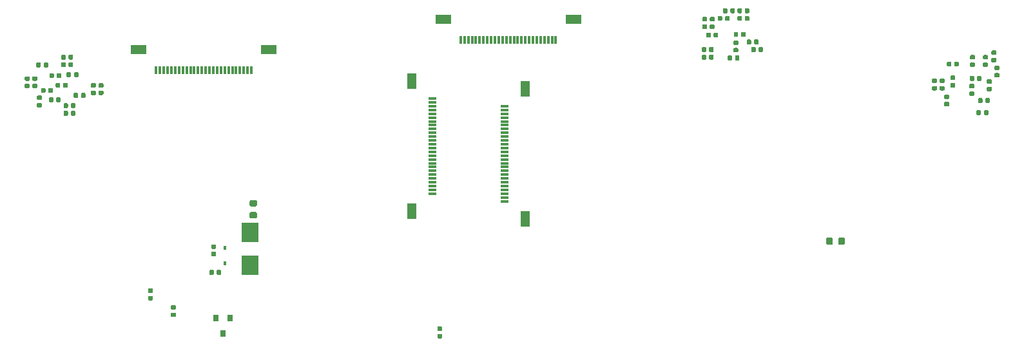
<source format=gbr>
G04 #@! TF.GenerationSoftware,KiCad,Pcbnew,5.1.0-unknown-9e240db~94~ubuntu18.04.1*
G04 #@! TF.CreationDate,2019-04-03T10:40:22+08:00*
G04 #@! TF.ProjectId,ovc3,6f766333-2e6b-4696-9361-645f70636258,rev?*
G04 #@! TF.SameCoordinates,Original*
G04 #@! TF.FileFunction,Paste,Bot*
G04 #@! TF.FilePolarity,Positive*
%FSLAX46Y46*%
G04 Gerber Fmt 4.6, Leading zero omitted, Abs format (unit mm)*
G04 Created by KiCad (PCBNEW 5.1.0-unknown-9e240db~94~ubuntu18.04.1) date 2019-04-03 10:40:22*
%MOMM*%
%LPD*%
G04 APERTURE LIST*
%ADD10C,0.100000*%
%ADD11C,0.590000*%
%ADD12C,0.875000*%
%ADD13R,0.450000X0.600000*%
%ADD14R,2.300000X2.500000*%
%ADD15R,0.800000X0.900000*%
%ADD16R,2.000000X1.300000*%
%ADD17R,0.300000X1.000000*%
%ADD18R,1.300000X2.000000*%
%ADD19R,1.000000X0.300000*%
G04 APERTURE END LIST*
D10*
G36*
X138686958Y-116720710D02*
G01*
X138701276Y-116722834D01*
X138715317Y-116726351D01*
X138728946Y-116731228D01*
X138742031Y-116737417D01*
X138754447Y-116744858D01*
X138766073Y-116753481D01*
X138776798Y-116763202D01*
X138786519Y-116773927D01*
X138795142Y-116785553D01*
X138802583Y-116797969D01*
X138808772Y-116811054D01*
X138813649Y-116824683D01*
X138817166Y-116838724D01*
X138819290Y-116853042D01*
X138820000Y-116867500D01*
X138820000Y-117162500D01*
X138819290Y-117176958D01*
X138817166Y-117191276D01*
X138813649Y-117205317D01*
X138808772Y-117218946D01*
X138802583Y-117232031D01*
X138795142Y-117244447D01*
X138786519Y-117256073D01*
X138776798Y-117266798D01*
X138766073Y-117276519D01*
X138754447Y-117285142D01*
X138742031Y-117292583D01*
X138728946Y-117298772D01*
X138715317Y-117303649D01*
X138701276Y-117307166D01*
X138686958Y-117309290D01*
X138672500Y-117310000D01*
X138327500Y-117310000D01*
X138313042Y-117309290D01*
X138298724Y-117307166D01*
X138284683Y-117303649D01*
X138271054Y-117298772D01*
X138257969Y-117292583D01*
X138245553Y-117285142D01*
X138233927Y-117276519D01*
X138223202Y-117266798D01*
X138213481Y-117256073D01*
X138204858Y-117244447D01*
X138197417Y-117232031D01*
X138191228Y-117218946D01*
X138186351Y-117205317D01*
X138182834Y-117191276D01*
X138180710Y-117176958D01*
X138180000Y-117162500D01*
X138180000Y-116867500D01*
X138180710Y-116853042D01*
X138182834Y-116838724D01*
X138186351Y-116824683D01*
X138191228Y-116811054D01*
X138197417Y-116797969D01*
X138204858Y-116785553D01*
X138213481Y-116773927D01*
X138223202Y-116763202D01*
X138233927Y-116753481D01*
X138245553Y-116744858D01*
X138257969Y-116737417D01*
X138271054Y-116731228D01*
X138284683Y-116726351D01*
X138298724Y-116722834D01*
X138313042Y-116720710D01*
X138327500Y-116720000D01*
X138672500Y-116720000D01*
X138686958Y-116720710D01*
X138686958Y-116720710D01*
G37*
D11*
X138500000Y-117015000D03*
D10*
G36*
X138686958Y-117690710D02*
G01*
X138701276Y-117692834D01*
X138715317Y-117696351D01*
X138728946Y-117701228D01*
X138742031Y-117707417D01*
X138754447Y-117714858D01*
X138766073Y-117723481D01*
X138776798Y-117733202D01*
X138786519Y-117743927D01*
X138795142Y-117755553D01*
X138802583Y-117767969D01*
X138808772Y-117781054D01*
X138813649Y-117794683D01*
X138817166Y-117808724D01*
X138819290Y-117823042D01*
X138820000Y-117837500D01*
X138820000Y-118132500D01*
X138819290Y-118146958D01*
X138817166Y-118161276D01*
X138813649Y-118175317D01*
X138808772Y-118188946D01*
X138802583Y-118202031D01*
X138795142Y-118214447D01*
X138786519Y-118226073D01*
X138776798Y-118236798D01*
X138766073Y-118246519D01*
X138754447Y-118255142D01*
X138742031Y-118262583D01*
X138728946Y-118268772D01*
X138715317Y-118273649D01*
X138701276Y-118277166D01*
X138686958Y-118279290D01*
X138672500Y-118280000D01*
X138327500Y-118280000D01*
X138313042Y-118279290D01*
X138298724Y-118277166D01*
X138284683Y-118273649D01*
X138271054Y-118268772D01*
X138257969Y-118262583D01*
X138245553Y-118255142D01*
X138233927Y-118246519D01*
X138223202Y-118236798D01*
X138213481Y-118226073D01*
X138204858Y-118214447D01*
X138197417Y-118202031D01*
X138191228Y-118188946D01*
X138186351Y-118175317D01*
X138182834Y-118161276D01*
X138180710Y-118146958D01*
X138180000Y-118132500D01*
X138180000Y-117837500D01*
X138180710Y-117823042D01*
X138182834Y-117808724D01*
X138186351Y-117794683D01*
X138191228Y-117781054D01*
X138197417Y-117767969D01*
X138204858Y-117755553D01*
X138213481Y-117743927D01*
X138223202Y-117733202D01*
X138233927Y-117723481D01*
X138245553Y-117714858D01*
X138257969Y-117707417D01*
X138271054Y-117701228D01*
X138284683Y-117696351D01*
X138298724Y-117692834D01*
X138313042Y-117690710D01*
X138327500Y-117690000D01*
X138672500Y-117690000D01*
X138686958Y-117690710D01*
X138686958Y-117690710D01*
G37*
D11*
X138500000Y-117985000D03*
D10*
G36*
X100686958Y-112690710D02*
G01*
X100701276Y-112692834D01*
X100715317Y-112696351D01*
X100728946Y-112701228D01*
X100742031Y-112707417D01*
X100754447Y-112714858D01*
X100766073Y-112723481D01*
X100776798Y-112733202D01*
X100786519Y-112743927D01*
X100795142Y-112755553D01*
X100802583Y-112767969D01*
X100808772Y-112781054D01*
X100813649Y-112794683D01*
X100817166Y-112808724D01*
X100819290Y-112823042D01*
X100820000Y-112837500D01*
X100820000Y-113132500D01*
X100819290Y-113146958D01*
X100817166Y-113161276D01*
X100813649Y-113175317D01*
X100808772Y-113188946D01*
X100802583Y-113202031D01*
X100795142Y-113214447D01*
X100786519Y-113226073D01*
X100776798Y-113236798D01*
X100766073Y-113246519D01*
X100754447Y-113255142D01*
X100742031Y-113262583D01*
X100728946Y-113268772D01*
X100715317Y-113273649D01*
X100701276Y-113277166D01*
X100686958Y-113279290D01*
X100672500Y-113280000D01*
X100327500Y-113280000D01*
X100313042Y-113279290D01*
X100298724Y-113277166D01*
X100284683Y-113273649D01*
X100271054Y-113268772D01*
X100257969Y-113262583D01*
X100245553Y-113255142D01*
X100233927Y-113246519D01*
X100223202Y-113236798D01*
X100213481Y-113226073D01*
X100204858Y-113214447D01*
X100197417Y-113202031D01*
X100191228Y-113188946D01*
X100186351Y-113175317D01*
X100182834Y-113161276D01*
X100180710Y-113146958D01*
X100180000Y-113132500D01*
X100180000Y-112837500D01*
X100180710Y-112823042D01*
X100182834Y-112808724D01*
X100186351Y-112794683D01*
X100191228Y-112781054D01*
X100197417Y-112767969D01*
X100204858Y-112755553D01*
X100213481Y-112743927D01*
X100223202Y-112733202D01*
X100233927Y-112723481D01*
X100245553Y-112714858D01*
X100257969Y-112707417D01*
X100271054Y-112701228D01*
X100284683Y-112696351D01*
X100298724Y-112692834D01*
X100313042Y-112690710D01*
X100327500Y-112690000D01*
X100672500Y-112690000D01*
X100686958Y-112690710D01*
X100686958Y-112690710D01*
G37*
D11*
X100500000Y-112985000D03*
D10*
G36*
X100686958Y-111720710D02*
G01*
X100701276Y-111722834D01*
X100715317Y-111726351D01*
X100728946Y-111731228D01*
X100742031Y-111737417D01*
X100754447Y-111744858D01*
X100766073Y-111753481D01*
X100776798Y-111763202D01*
X100786519Y-111773927D01*
X100795142Y-111785553D01*
X100802583Y-111797969D01*
X100808772Y-111811054D01*
X100813649Y-111824683D01*
X100817166Y-111838724D01*
X100819290Y-111853042D01*
X100820000Y-111867500D01*
X100820000Y-112162500D01*
X100819290Y-112176958D01*
X100817166Y-112191276D01*
X100813649Y-112205317D01*
X100808772Y-112218946D01*
X100802583Y-112232031D01*
X100795142Y-112244447D01*
X100786519Y-112256073D01*
X100776798Y-112266798D01*
X100766073Y-112276519D01*
X100754447Y-112285142D01*
X100742031Y-112292583D01*
X100728946Y-112298772D01*
X100715317Y-112303649D01*
X100701276Y-112307166D01*
X100686958Y-112309290D01*
X100672500Y-112310000D01*
X100327500Y-112310000D01*
X100313042Y-112309290D01*
X100298724Y-112307166D01*
X100284683Y-112303649D01*
X100271054Y-112298772D01*
X100257969Y-112292583D01*
X100245553Y-112285142D01*
X100233927Y-112276519D01*
X100223202Y-112266798D01*
X100213481Y-112256073D01*
X100204858Y-112244447D01*
X100197417Y-112232031D01*
X100191228Y-112218946D01*
X100186351Y-112205317D01*
X100182834Y-112191276D01*
X100180710Y-112176958D01*
X100180000Y-112162500D01*
X100180000Y-111867500D01*
X100180710Y-111853042D01*
X100182834Y-111838724D01*
X100186351Y-111824683D01*
X100191228Y-111811054D01*
X100197417Y-111797969D01*
X100204858Y-111785553D01*
X100213481Y-111773927D01*
X100223202Y-111763202D01*
X100233927Y-111753481D01*
X100245553Y-111744858D01*
X100257969Y-111737417D01*
X100271054Y-111731228D01*
X100284683Y-111726351D01*
X100298724Y-111722834D01*
X100313042Y-111720710D01*
X100327500Y-111720000D01*
X100672500Y-111720000D01*
X100686958Y-111720710D01*
X100686958Y-111720710D01*
G37*
D11*
X100500000Y-112015000D03*
D10*
G36*
X114277691Y-100076053D02*
G01*
X114298926Y-100079203D01*
X114319750Y-100084419D01*
X114339962Y-100091651D01*
X114359368Y-100100830D01*
X114377781Y-100111866D01*
X114395024Y-100124654D01*
X114410930Y-100139070D01*
X114425346Y-100154976D01*
X114438134Y-100172219D01*
X114449170Y-100190632D01*
X114458349Y-100210038D01*
X114465581Y-100230250D01*
X114470797Y-100251074D01*
X114473947Y-100272309D01*
X114475000Y-100293750D01*
X114475000Y-100731250D01*
X114473947Y-100752691D01*
X114470797Y-100773926D01*
X114465581Y-100794750D01*
X114458349Y-100814962D01*
X114449170Y-100834368D01*
X114438134Y-100852781D01*
X114425346Y-100870024D01*
X114410930Y-100885930D01*
X114395024Y-100900346D01*
X114377781Y-100913134D01*
X114359368Y-100924170D01*
X114339962Y-100933349D01*
X114319750Y-100940581D01*
X114298926Y-100945797D01*
X114277691Y-100948947D01*
X114256250Y-100950000D01*
X113743750Y-100950000D01*
X113722309Y-100948947D01*
X113701074Y-100945797D01*
X113680250Y-100940581D01*
X113660038Y-100933349D01*
X113640632Y-100924170D01*
X113622219Y-100913134D01*
X113604976Y-100900346D01*
X113589070Y-100885930D01*
X113574654Y-100870024D01*
X113561866Y-100852781D01*
X113550830Y-100834368D01*
X113541651Y-100814962D01*
X113534419Y-100794750D01*
X113529203Y-100773926D01*
X113526053Y-100752691D01*
X113525000Y-100731250D01*
X113525000Y-100293750D01*
X113526053Y-100272309D01*
X113529203Y-100251074D01*
X113534419Y-100230250D01*
X113541651Y-100210038D01*
X113550830Y-100190632D01*
X113561866Y-100172219D01*
X113574654Y-100154976D01*
X113589070Y-100139070D01*
X113604976Y-100124654D01*
X113622219Y-100111866D01*
X113640632Y-100100830D01*
X113660038Y-100091651D01*
X113680250Y-100084419D01*
X113701074Y-100079203D01*
X113722309Y-100076053D01*
X113743750Y-100075000D01*
X114256250Y-100075000D01*
X114277691Y-100076053D01*
X114277691Y-100076053D01*
G37*
D12*
X114000000Y-100512500D03*
D10*
G36*
X114277691Y-101651053D02*
G01*
X114298926Y-101654203D01*
X114319750Y-101659419D01*
X114339962Y-101666651D01*
X114359368Y-101675830D01*
X114377781Y-101686866D01*
X114395024Y-101699654D01*
X114410930Y-101714070D01*
X114425346Y-101729976D01*
X114438134Y-101747219D01*
X114449170Y-101765632D01*
X114458349Y-101785038D01*
X114465581Y-101805250D01*
X114470797Y-101826074D01*
X114473947Y-101847309D01*
X114475000Y-101868750D01*
X114475000Y-102306250D01*
X114473947Y-102327691D01*
X114470797Y-102348926D01*
X114465581Y-102369750D01*
X114458349Y-102389962D01*
X114449170Y-102409368D01*
X114438134Y-102427781D01*
X114425346Y-102445024D01*
X114410930Y-102460930D01*
X114395024Y-102475346D01*
X114377781Y-102488134D01*
X114359368Y-102499170D01*
X114339962Y-102508349D01*
X114319750Y-102515581D01*
X114298926Y-102520797D01*
X114277691Y-102523947D01*
X114256250Y-102525000D01*
X113743750Y-102525000D01*
X113722309Y-102523947D01*
X113701074Y-102520797D01*
X113680250Y-102515581D01*
X113660038Y-102508349D01*
X113640632Y-102499170D01*
X113622219Y-102488134D01*
X113604976Y-102475346D01*
X113589070Y-102460930D01*
X113574654Y-102445024D01*
X113561866Y-102427781D01*
X113550830Y-102409368D01*
X113541651Y-102389962D01*
X113534419Y-102369750D01*
X113529203Y-102348926D01*
X113526053Y-102327691D01*
X113525000Y-102306250D01*
X113525000Y-101868750D01*
X113526053Y-101847309D01*
X113529203Y-101826074D01*
X113534419Y-101805250D01*
X113541651Y-101785038D01*
X113550830Y-101765632D01*
X113561866Y-101747219D01*
X113574654Y-101729976D01*
X113589070Y-101714070D01*
X113604976Y-101699654D01*
X113622219Y-101686866D01*
X113640632Y-101675830D01*
X113660038Y-101666651D01*
X113680250Y-101659419D01*
X113701074Y-101654203D01*
X113722309Y-101651053D01*
X113743750Y-101650000D01*
X114256250Y-101650000D01*
X114277691Y-101651053D01*
X114277691Y-101651053D01*
G37*
D12*
X114000000Y-102087500D03*
D13*
X110300000Y-106350000D03*
X110300000Y-108450000D03*
D10*
G36*
X103686958Y-114890710D02*
G01*
X103701276Y-114892834D01*
X103715317Y-114896351D01*
X103728946Y-114901228D01*
X103742031Y-114907417D01*
X103754447Y-114914858D01*
X103766073Y-114923481D01*
X103776798Y-114933202D01*
X103786519Y-114943927D01*
X103795142Y-114955553D01*
X103802583Y-114967969D01*
X103808772Y-114981054D01*
X103813649Y-114994683D01*
X103817166Y-115008724D01*
X103819290Y-115023042D01*
X103820000Y-115037500D01*
X103820000Y-115332500D01*
X103819290Y-115346958D01*
X103817166Y-115361276D01*
X103813649Y-115375317D01*
X103808772Y-115388946D01*
X103802583Y-115402031D01*
X103795142Y-115414447D01*
X103786519Y-115426073D01*
X103776798Y-115436798D01*
X103766073Y-115446519D01*
X103754447Y-115455142D01*
X103742031Y-115462583D01*
X103728946Y-115468772D01*
X103715317Y-115473649D01*
X103701276Y-115477166D01*
X103686958Y-115479290D01*
X103672500Y-115480000D01*
X103327500Y-115480000D01*
X103313042Y-115479290D01*
X103298724Y-115477166D01*
X103284683Y-115473649D01*
X103271054Y-115468772D01*
X103257969Y-115462583D01*
X103245553Y-115455142D01*
X103233927Y-115446519D01*
X103223202Y-115436798D01*
X103213481Y-115426073D01*
X103204858Y-115414447D01*
X103197417Y-115402031D01*
X103191228Y-115388946D01*
X103186351Y-115375317D01*
X103182834Y-115361276D01*
X103180710Y-115346958D01*
X103180000Y-115332500D01*
X103180000Y-115037500D01*
X103180710Y-115023042D01*
X103182834Y-115008724D01*
X103186351Y-114994683D01*
X103191228Y-114981054D01*
X103197417Y-114967969D01*
X103204858Y-114955553D01*
X103213481Y-114943927D01*
X103223202Y-114933202D01*
X103233927Y-114923481D01*
X103245553Y-114914858D01*
X103257969Y-114907417D01*
X103271054Y-114901228D01*
X103284683Y-114896351D01*
X103298724Y-114892834D01*
X103313042Y-114890710D01*
X103327500Y-114890000D01*
X103672500Y-114890000D01*
X103686958Y-114890710D01*
X103686958Y-114890710D01*
G37*
D11*
X103500000Y-115185000D03*
D10*
G36*
X103686958Y-113920710D02*
G01*
X103701276Y-113922834D01*
X103715317Y-113926351D01*
X103728946Y-113931228D01*
X103742031Y-113937417D01*
X103754447Y-113944858D01*
X103766073Y-113953481D01*
X103776798Y-113963202D01*
X103786519Y-113973927D01*
X103795142Y-113985553D01*
X103802583Y-113997969D01*
X103808772Y-114011054D01*
X103813649Y-114024683D01*
X103817166Y-114038724D01*
X103819290Y-114053042D01*
X103820000Y-114067500D01*
X103820000Y-114362500D01*
X103819290Y-114376958D01*
X103817166Y-114391276D01*
X103813649Y-114405317D01*
X103808772Y-114418946D01*
X103802583Y-114432031D01*
X103795142Y-114444447D01*
X103786519Y-114456073D01*
X103776798Y-114466798D01*
X103766073Y-114476519D01*
X103754447Y-114485142D01*
X103742031Y-114492583D01*
X103728946Y-114498772D01*
X103715317Y-114503649D01*
X103701276Y-114507166D01*
X103686958Y-114509290D01*
X103672500Y-114510000D01*
X103327500Y-114510000D01*
X103313042Y-114509290D01*
X103298724Y-114507166D01*
X103284683Y-114503649D01*
X103271054Y-114498772D01*
X103257969Y-114492583D01*
X103245553Y-114485142D01*
X103233927Y-114476519D01*
X103223202Y-114466798D01*
X103213481Y-114456073D01*
X103204858Y-114444447D01*
X103197417Y-114432031D01*
X103191228Y-114418946D01*
X103186351Y-114405317D01*
X103182834Y-114391276D01*
X103180710Y-114376958D01*
X103180000Y-114362500D01*
X103180000Y-114067500D01*
X103180710Y-114053042D01*
X103182834Y-114038724D01*
X103186351Y-114024683D01*
X103191228Y-114011054D01*
X103197417Y-113997969D01*
X103204858Y-113985553D01*
X103213481Y-113973927D01*
X103223202Y-113963202D01*
X103233927Y-113953481D01*
X103245553Y-113944858D01*
X103257969Y-113937417D01*
X103271054Y-113931228D01*
X103284683Y-113926351D01*
X103298724Y-113922834D01*
X103313042Y-113920710D01*
X103327500Y-113920000D01*
X103672500Y-113920000D01*
X103686958Y-113920710D01*
X103686958Y-113920710D01*
G37*
D11*
X103500000Y-114215000D03*
D10*
G36*
X108986958Y-106890710D02*
G01*
X109001276Y-106892834D01*
X109015317Y-106896351D01*
X109028946Y-106901228D01*
X109042031Y-106907417D01*
X109054447Y-106914858D01*
X109066073Y-106923481D01*
X109076798Y-106933202D01*
X109086519Y-106943927D01*
X109095142Y-106955553D01*
X109102583Y-106967969D01*
X109108772Y-106981054D01*
X109113649Y-106994683D01*
X109117166Y-107008724D01*
X109119290Y-107023042D01*
X109120000Y-107037500D01*
X109120000Y-107332500D01*
X109119290Y-107346958D01*
X109117166Y-107361276D01*
X109113649Y-107375317D01*
X109108772Y-107388946D01*
X109102583Y-107402031D01*
X109095142Y-107414447D01*
X109086519Y-107426073D01*
X109076798Y-107436798D01*
X109066073Y-107446519D01*
X109054447Y-107455142D01*
X109042031Y-107462583D01*
X109028946Y-107468772D01*
X109015317Y-107473649D01*
X109001276Y-107477166D01*
X108986958Y-107479290D01*
X108972500Y-107480000D01*
X108627500Y-107480000D01*
X108613042Y-107479290D01*
X108598724Y-107477166D01*
X108584683Y-107473649D01*
X108571054Y-107468772D01*
X108557969Y-107462583D01*
X108545553Y-107455142D01*
X108533927Y-107446519D01*
X108523202Y-107436798D01*
X108513481Y-107426073D01*
X108504858Y-107414447D01*
X108497417Y-107402031D01*
X108491228Y-107388946D01*
X108486351Y-107375317D01*
X108482834Y-107361276D01*
X108480710Y-107346958D01*
X108480000Y-107332500D01*
X108480000Y-107037500D01*
X108480710Y-107023042D01*
X108482834Y-107008724D01*
X108486351Y-106994683D01*
X108491228Y-106981054D01*
X108497417Y-106967969D01*
X108504858Y-106955553D01*
X108513481Y-106943927D01*
X108523202Y-106933202D01*
X108533927Y-106923481D01*
X108545553Y-106914858D01*
X108557969Y-106907417D01*
X108571054Y-106901228D01*
X108584683Y-106896351D01*
X108598724Y-106892834D01*
X108613042Y-106890710D01*
X108627500Y-106890000D01*
X108972500Y-106890000D01*
X108986958Y-106890710D01*
X108986958Y-106890710D01*
G37*
D11*
X108800000Y-107185000D03*
D10*
G36*
X108986958Y-105920710D02*
G01*
X109001276Y-105922834D01*
X109015317Y-105926351D01*
X109028946Y-105931228D01*
X109042031Y-105937417D01*
X109054447Y-105944858D01*
X109066073Y-105953481D01*
X109076798Y-105963202D01*
X109086519Y-105973927D01*
X109095142Y-105985553D01*
X109102583Y-105997969D01*
X109108772Y-106011054D01*
X109113649Y-106024683D01*
X109117166Y-106038724D01*
X109119290Y-106053042D01*
X109120000Y-106067500D01*
X109120000Y-106362500D01*
X109119290Y-106376958D01*
X109117166Y-106391276D01*
X109113649Y-106405317D01*
X109108772Y-106418946D01*
X109102583Y-106432031D01*
X109095142Y-106444447D01*
X109086519Y-106456073D01*
X109076798Y-106466798D01*
X109066073Y-106476519D01*
X109054447Y-106485142D01*
X109042031Y-106492583D01*
X109028946Y-106498772D01*
X109015317Y-106503649D01*
X109001276Y-106507166D01*
X108986958Y-106509290D01*
X108972500Y-106510000D01*
X108627500Y-106510000D01*
X108613042Y-106509290D01*
X108598724Y-106507166D01*
X108584683Y-106503649D01*
X108571054Y-106498772D01*
X108557969Y-106492583D01*
X108545553Y-106485142D01*
X108533927Y-106476519D01*
X108523202Y-106466798D01*
X108513481Y-106456073D01*
X108504858Y-106444447D01*
X108497417Y-106432031D01*
X108491228Y-106418946D01*
X108486351Y-106405317D01*
X108482834Y-106391276D01*
X108480710Y-106376958D01*
X108480000Y-106362500D01*
X108480000Y-106067500D01*
X108480710Y-106053042D01*
X108482834Y-106038724D01*
X108486351Y-106024683D01*
X108491228Y-106011054D01*
X108497417Y-105997969D01*
X108504858Y-105985553D01*
X108513481Y-105973927D01*
X108523202Y-105963202D01*
X108533927Y-105953481D01*
X108545553Y-105944858D01*
X108557969Y-105937417D01*
X108571054Y-105931228D01*
X108584683Y-105926351D01*
X108598724Y-105922834D01*
X108613042Y-105920710D01*
X108627500Y-105920000D01*
X108972500Y-105920000D01*
X108986958Y-105920710D01*
X108986958Y-105920710D01*
G37*
D11*
X108800000Y-106215000D03*
D10*
G36*
X108676958Y-109280710D02*
G01*
X108691276Y-109282834D01*
X108705317Y-109286351D01*
X108718946Y-109291228D01*
X108732031Y-109297417D01*
X108744447Y-109304858D01*
X108756073Y-109313481D01*
X108766798Y-109323202D01*
X108776519Y-109333927D01*
X108785142Y-109345553D01*
X108792583Y-109357969D01*
X108798772Y-109371054D01*
X108803649Y-109384683D01*
X108807166Y-109398724D01*
X108809290Y-109413042D01*
X108810000Y-109427500D01*
X108810000Y-109772500D01*
X108809290Y-109786958D01*
X108807166Y-109801276D01*
X108803649Y-109815317D01*
X108798772Y-109828946D01*
X108792583Y-109842031D01*
X108785142Y-109854447D01*
X108776519Y-109866073D01*
X108766798Y-109876798D01*
X108756073Y-109886519D01*
X108744447Y-109895142D01*
X108732031Y-109902583D01*
X108718946Y-109908772D01*
X108705317Y-109913649D01*
X108691276Y-109917166D01*
X108676958Y-109919290D01*
X108662500Y-109920000D01*
X108367500Y-109920000D01*
X108353042Y-109919290D01*
X108338724Y-109917166D01*
X108324683Y-109913649D01*
X108311054Y-109908772D01*
X108297969Y-109902583D01*
X108285553Y-109895142D01*
X108273927Y-109886519D01*
X108263202Y-109876798D01*
X108253481Y-109866073D01*
X108244858Y-109854447D01*
X108237417Y-109842031D01*
X108231228Y-109828946D01*
X108226351Y-109815317D01*
X108222834Y-109801276D01*
X108220710Y-109786958D01*
X108220000Y-109772500D01*
X108220000Y-109427500D01*
X108220710Y-109413042D01*
X108222834Y-109398724D01*
X108226351Y-109384683D01*
X108231228Y-109371054D01*
X108237417Y-109357969D01*
X108244858Y-109345553D01*
X108253481Y-109333927D01*
X108263202Y-109323202D01*
X108273927Y-109313481D01*
X108285553Y-109304858D01*
X108297969Y-109297417D01*
X108311054Y-109291228D01*
X108324683Y-109286351D01*
X108338724Y-109282834D01*
X108353042Y-109280710D01*
X108367500Y-109280000D01*
X108662500Y-109280000D01*
X108676958Y-109280710D01*
X108676958Y-109280710D01*
G37*
D11*
X108515000Y-109600000D03*
D10*
G36*
X109646958Y-109280710D02*
G01*
X109661276Y-109282834D01*
X109675317Y-109286351D01*
X109688946Y-109291228D01*
X109702031Y-109297417D01*
X109714447Y-109304858D01*
X109726073Y-109313481D01*
X109736798Y-109323202D01*
X109746519Y-109333927D01*
X109755142Y-109345553D01*
X109762583Y-109357969D01*
X109768772Y-109371054D01*
X109773649Y-109384683D01*
X109777166Y-109398724D01*
X109779290Y-109413042D01*
X109780000Y-109427500D01*
X109780000Y-109772500D01*
X109779290Y-109786958D01*
X109777166Y-109801276D01*
X109773649Y-109815317D01*
X109768772Y-109828946D01*
X109762583Y-109842031D01*
X109755142Y-109854447D01*
X109746519Y-109866073D01*
X109736798Y-109876798D01*
X109726073Y-109886519D01*
X109714447Y-109895142D01*
X109702031Y-109902583D01*
X109688946Y-109908772D01*
X109675317Y-109913649D01*
X109661276Y-109917166D01*
X109646958Y-109919290D01*
X109632500Y-109920000D01*
X109337500Y-109920000D01*
X109323042Y-109919290D01*
X109308724Y-109917166D01*
X109294683Y-109913649D01*
X109281054Y-109908772D01*
X109267969Y-109902583D01*
X109255553Y-109895142D01*
X109243927Y-109886519D01*
X109233202Y-109876798D01*
X109223481Y-109866073D01*
X109214858Y-109854447D01*
X109207417Y-109842031D01*
X109201228Y-109828946D01*
X109196351Y-109815317D01*
X109192834Y-109801276D01*
X109190710Y-109786958D01*
X109190000Y-109772500D01*
X109190000Y-109427500D01*
X109190710Y-109413042D01*
X109192834Y-109398724D01*
X109196351Y-109384683D01*
X109201228Y-109371054D01*
X109207417Y-109357969D01*
X109214858Y-109345553D01*
X109223481Y-109333927D01*
X109233202Y-109323202D01*
X109243927Y-109313481D01*
X109255553Y-109304858D01*
X109267969Y-109297417D01*
X109281054Y-109291228D01*
X109294683Y-109286351D01*
X109308724Y-109282834D01*
X109323042Y-109280710D01*
X109337500Y-109280000D01*
X109632500Y-109280000D01*
X109646958Y-109280710D01*
X109646958Y-109280710D01*
G37*
D11*
X109485000Y-109600000D03*
D14*
X113600000Y-108650000D03*
X113600000Y-104350000D03*
D15*
X110000000Y-117600000D03*
X110950000Y-115600000D03*
X109050000Y-115600000D03*
D16*
X156050000Y-76300000D03*
X138950000Y-76300000D03*
D17*
X153750000Y-79000000D03*
X153250000Y-79000000D03*
X152750000Y-79000000D03*
X152250000Y-79000000D03*
X151750000Y-79000000D03*
X151250000Y-79000000D03*
X150750000Y-79000000D03*
X150250000Y-79000000D03*
X149750000Y-79000000D03*
X149250000Y-79000000D03*
X148750000Y-79000000D03*
X148250000Y-79000000D03*
X147750000Y-79000000D03*
X147250000Y-79000000D03*
X146750000Y-79000000D03*
X146250000Y-79000000D03*
X145750000Y-79000000D03*
X145250000Y-79000000D03*
X144750000Y-79000000D03*
X144250000Y-79000000D03*
X143750000Y-79000000D03*
X143250000Y-79000000D03*
X142750000Y-79000000D03*
X142250000Y-79000000D03*
X141750000Y-79000000D03*
X141250000Y-79000000D03*
D16*
X116050000Y-80300000D03*
X98950000Y-80300000D03*
D17*
X113750000Y-83000000D03*
X113250000Y-83000000D03*
X112750000Y-83000000D03*
X112250000Y-83000000D03*
X111750000Y-83000000D03*
X111250000Y-83000000D03*
X110750000Y-83000000D03*
X110250000Y-83000000D03*
X109750000Y-83000000D03*
X109250000Y-83000000D03*
X108750000Y-83000000D03*
X108250000Y-83000000D03*
X107750000Y-83000000D03*
X107250000Y-83000000D03*
X106750000Y-83000000D03*
X106250000Y-83000000D03*
X105750000Y-83000000D03*
X105250000Y-83000000D03*
X104750000Y-83000000D03*
X104250000Y-83000000D03*
X103750000Y-83000000D03*
X103250000Y-83000000D03*
X102750000Y-83000000D03*
X102250000Y-83000000D03*
X101750000Y-83000000D03*
X101250000Y-83000000D03*
D18*
X149700000Y-102550000D03*
X149700000Y-85450000D03*
D19*
X147000000Y-100250000D03*
X147000000Y-99750000D03*
X147000000Y-99250000D03*
X147000000Y-98750000D03*
X147000000Y-98250000D03*
X147000000Y-97750000D03*
X147000000Y-97250000D03*
X147000000Y-96750000D03*
X147000000Y-96250000D03*
X147000000Y-95750000D03*
X147000000Y-95250000D03*
X147000000Y-94750000D03*
X147000000Y-94250000D03*
X147000000Y-93750000D03*
X147000000Y-93250000D03*
X147000000Y-92750000D03*
X147000000Y-92250000D03*
X147000000Y-91750000D03*
X147000000Y-91250000D03*
X147000000Y-90750000D03*
X147000000Y-90250000D03*
X147000000Y-89750000D03*
X147000000Y-89250000D03*
X147000000Y-88750000D03*
X147000000Y-88250000D03*
X147000000Y-87750000D03*
D10*
G36*
X177576958Y-77980710D02*
G01*
X177591276Y-77982834D01*
X177605317Y-77986351D01*
X177618946Y-77991228D01*
X177632031Y-77997417D01*
X177644447Y-78004858D01*
X177656073Y-78013481D01*
X177666798Y-78023202D01*
X177676519Y-78033927D01*
X177685142Y-78045553D01*
X177692583Y-78057969D01*
X177698772Y-78071054D01*
X177703649Y-78084683D01*
X177707166Y-78098724D01*
X177709290Y-78113042D01*
X177710000Y-78127500D01*
X177710000Y-78472500D01*
X177709290Y-78486958D01*
X177707166Y-78501276D01*
X177703649Y-78515317D01*
X177698772Y-78528946D01*
X177692583Y-78542031D01*
X177685142Y-78554447D01*
X177676519Y-78566073D01*
X177666798Y-78576798D01*
X177656073Y-78586519D01*
X177644447Y-78595142D01*
X177632031Y-78602583D01*
X177618946Y-78608772D01*
X177605317Y-78613649D01*
X177591276Y-78617166D01*
X177576958Y-78619290D01*
X177562500Y-78620000D01*
X177267500Y-78620000D01*
X177253042Y-78619290D01*
X177238724Y-78617166D01*
X177224683Y-78613649D01*
X177211054Y-78608772D01*
X177197969Y-78602583D01*
X177185553Y-78595142D01*
X177173927Y-78586519D01*
X177163202Y-78576798D01*
X177153481Y-78566073D01*
X177144858Y-78554447D01*
X177137417Y-78542031D01*
X177131228Y-78528946D01*
X177126351Y-78515317D01*
X177122834Y-78501276D01*
X177120710Y-78486958D01*
X177120000Y-78472500D01*
X177120000Y-78127500D01*
X177120710Y-78113042D01*
X177122834Y-78098724D01*
X177126351Y-78084683D01*
X177131228Y-78071054D01*
X177137417Y-78057969D01*
X177144858Y-78045553D01*
X177153481Y-78033927D01*
X177163202Y-78023202D01*
X177173927Y-78013481D01*
X177185553Y-78004858D01*
X177197969Y-77997417D01*
X177211054Y-77991228D01*
X177224683Y-77986351D01*
X177238724Y-77982834D01*
X177253042Y-77980710D01*
X177267500Y-77980000D01*
X177562500Y-77980000D01*
X177576958Y-77980710D01*
X177576958Y-77980710D01*
G37*
D11*
X177415000Y-78300000D03*
D10*
G36*
X178546958Y-77980710D02*
G01*
X178561276Y-77982834D01*
X178575317Y-77986351D01*
X178588946Y-77991228D01*
X178602031Y-77997417D01*
X178614447Y-78004858D01*
X178626073Y-78013481D01*
X178636798Y-78023202D01*
X178646519Y-78033927D01*
X178655142Y-78045553D01*
X178662583Y-78057969D01*
X178668772Y-78071054D01*
X178673649Y-78084683D01*
X178677166Y-78098724D01*
X178679290Y-78113042D01*
X178680000Y-78127500D01*
X178680000Y-78472500D01*
X178679290Y-78486958D01*
X178677166Y-78501276D01*
X178673649Y-78515317D01*
X178668772Y-78528946D01*
X178662583Y-78542031D01*
X178655142Y-78554447D01*
X178646519Y-78566073D01*
X178636798Y-78576798D01*
X178626073Y-78586519D01*
X178614447Y-78595142D01*
X178602031Y-78602583D01*
X178588946Y-78608772D01*
X178575317Y-78613649D01*
X178561276Y-78617166D01*
X178546958Y-78619290D01*
X178532500Y-78620000D01*
X178237500Y-78620000D01*
X178223042Y-78619290D01*
X178208724Y-78617166D01*
X178194683Y-78613649D01*
X178181054Y-78608772D01*
X178167969Y-78602583D01*
X178155553Y-78595142D01*
X178143927Y-78586519D01*
X178133202Y-78576798D01*
X178123481Y-78566073D01*
X178114858Y-78554447D01*
X178107417Y-78542031D01*
X178101228Y-78528946D01*
X178096351Y-78515317D01*
X178092834Y-78501276D01*
X178090710Y-78486958D01*
X178090000Y-78472500D01*
X178090000Y-78127500D01*
X178090710Y-78113042D01*
X178092834Y-78098724D01*
X178096351Y-78084683D01*
X178101228Y-78071054D01*
X178107417Y-78057969D01*
X178114858Y-78045553D01*
X178123481Y-78033927D01*
X178133202Y-78023202D01*
X178143927Y-78013481D01*
X178155553Y-78004858D01*
X178167969Y-77997417D01*
X178181054Y-77991228D01*
X178194683Y-77986351D01*
X178208724Y-77982834D01*
X178223042Y-77980710D01*
X178237500Y-77980000D01*
X178532500Y-77980000D01*
X178546958Y-77980710D01*
X178546958Y-77980710D01*
G37*
D11*
X178385000Y-78300000D03*
D10*
G36*
X93186958Y-85690710D02*
G01*
X93201276Y-85692834D01*
X93215317Y-85696351D01*
X93228946Y-85701228D01*
X93242031Y-85707417D01*
X93254447Y-85714858D01*
X93266073Y-85723481D01*
X93276798Y-85733202D01*
X93286519Y-85743927D01*
X93295142Y-85755553D01*
X93302583Y-85767969D01*
X93308772Y-85781054D01*
X93313649Y-85794683D01*
X93317166Y-85808724D01*
X93319290Y-85823042D01*
X93320000Y-85837500D01*
X93320000Y-86132500D01*
X93319290Y-86146958D01*
X93317166Y-86161276D01*
X93313649Y-86175317D01*
X93308772Y-86188946D01*
X93302583Y-86202031D01*
X93295142Y-86214447D01*
X93286519Y-86226073D01*
X93276798Y-86236798D01*
X93266073Y-86246519D01*
X93254447Y-86255142D01*
X93242031Y-86262583D01*
X93228946Y-86268772D01*
X93215317Y-86273649D01*
X93201276Y-86277166D01*
X93186958Y-86279290D01*
X93172500Y-86280000D01*
X92827500Y-86280000D01*
X92813042Y-86279290D01*
X92798724Y-86277166D01*
X92784683Y-86273649D01*
X92771054Y-86268772D01*
X92757969Y-86262583D01*
X92745553Y-86255142D01*
X92733927Y-86246519D01*
X92723202Y-86236798D01*
X92713481Y-86226073D01*
X92704858Y-86214447D01*
X92697417Y-86202031D01*
X92691228Y-86188946D01*
X92686351Y-86175317D01*
X92682834Y-86161276D01*
X92680710Y-86146958D01*
X92680000Y-86132500D01*
X92680000Y-85837500D01*
X92680710Y-85823042D01*
X92682834Y-85808724D01*
X92686351Y-85794683D01*
X92691228Y-85781054D01*
X92697417Y-85767969D01*
X92704858Y-85755553D01*
X92713481Y-85743927D01*
X92723202Y-85733202D01*
X92733927Y-85723481D01*
X92745553Y-85714858D01*
X92757969Y-85707417D01*
X92771054Y-85701228D01*
X92784683Y-85696351D01*
X92798724Y-85692834D01*
X92813042Y-85690710D01*
X92827500Y-85690000D01*
X93172500Y-85690000D01*
X93186958Y-85690710D01*
X93186958Y-85690710D01*
G37*
D11*
X93000000Y-85985000D03*
D10*
G36*
X93186958Y-84720710D02*
G01*
X93201276Y-84722834D01*
X93215317Y-84726351D01*
X93228946Y-84731228D01*
X93242031Y-84737417D01*
X93254447Y-84744858D01*
X93266073Y-84753481D01*
X93276798Y-84763202D01*
X93286519Y-84773927D01*
X93295142Y-84785553D01*
X93302583Y-84797969D01*
X93308772Y-84811054D01*
X93313649Y-84824683D01*
X93317166Y-84838724D01*
X93319290Y-84853042D01*
X93320000Y-84867500D01*
X93320000Y-85162500D01*
X93319290Y-85176958D01*
X93317166Y-85191276D01*
X93313649Y-85205317D01*
X93308772Y-85218946D01*
X93302583Y-85232031D01*
X93295142Y-85244447D01*
X93286519Y-85256073D01*
X93276798Y-85266798D01*
X93266073Y-85276519D01*
X93254447Y-85285142D01*
X93242031Y-85292583D01*
X93228946Y-85298772D01*
X93215317Y-85303649D01*
X93201276Y-85307166D01*
X93186958Y-85309290D01*
X93172500Y-85310000D01*
X92827500Y-85310000D01*
X92813042Y-85309290D01*
X92798724Y-85307166D01*
X92784683Y-85303649D01*
X92771054Y-85298772D01*
X92757969Y-85292583D01*
X92745553Y-85285142D01*
X92733927Y-85276519D01*
X92723202Y-85266798D01*
X92713481Y-85256073D01*
X92704858Y-85244447D01*
X92697417Y-85232031D01*
X92691228Y-85218946D01*
X92686351Y-85205317D01*
X92682834Y-85191276D01*
X92680710Y-85176958D01*
X92680000Y-85162500D01*
X92680000Y-84867500D01*
X92680710Y-84853042D01*
X92682834Y-84838724D01*
X92686351Y-84824683D01*
X92691228Y-84811054D01*
X92697417Y-84797969D01*
X92704858Y-84785553D01*
X92713481Y-84773927D01*
X92723202Y-84763202D01*
X92733927Y-84753481D01*
X92745553Y-84744858D01*
X92757969Y-84737417D01*
X92771054Y-84731228D01*
X92784683Y-84726351D01*
X92798724Y-84722834D01*
X92813042Y-84720710D01*
X92827500Y-84720000D01*
X93172500Y-84720000D01*
X93186958Y-84720710D01*
X93186958Y-84720710D01*
G37*
D11*
X93000000Y-85015000D03*
D10*
G36*
X94186958Y-85690710D02*
G01*
X94201276Y-85692834D01*
X94215317Y-85696351D01*
X94228946Y-85701228D01*
X94242031Y-85707417D01*
X94254447Y-85714858D01*
X94266073Y-85723481D01*
X94276798Y-85733202D01*
X94286519Y-85743927D01*
X94295142Y-85755553D01*
X94302583Y-85767969D01*
X94308772Y-85781054D01*
X94313649Y-85794683D01*
X94317166Y-85808724D01*
X94319290Y-85823042D01*
X94320000Y-85837500D01*
X94320000Y-86132500D01*
X94319290Y-86146958D01*
X94317166Y-86161276D01*
X94313649Y-86175317D01*
X94308772Y-86188946D01*
X94302583Y-86202031D01*
X94295142Y-86214447D01*
X94286519Y-86226073D01*
X94276798Y-86236798D01*
X94266073Y-86246519D01*
X94254447Y-86255142D01*
X94242031Y-86262583D01*
X94228946Y-86268772D01*
X94215317Y-86273649D01*
X94201276Y-86277166D01*
X94186958Y-86279290D01*
X94172500Y-86280000D01*
X93827500Y-86280000D01*
X93813042Y-86279290D01*
X93798724Y-86277166D01*
X93784683Y-86273649D01*
X93771054Y-86268772D01*
X93757969Y-86262583D01*
X93745553Y-86255142D01*
X93733927Y-86246519D01*
X93723202Y-86236798D01*
X93713481Y-86226073D01*
X93704858Y-86214447D01*
X93697417Y-86202031D01*
X93691228Y-86188946D01*
X93686351Y-86175317D01*
X93682834Y-86161276D01*
X93680710Y-86146958D01*
X93680000Y-86132500D01*
X93680000Y-85837500D01*
X93680710Y-85823042D01*
X93682834Y-85808724D01*
X93686351Y-85794683D01*
X93691228Y-85781054D01*
X93697417Y-85767969D01*
X93704858Y-85755553D01*
X93713481Y-85743927D01*
X93723202Y-85733202D01*
X93733927Y-85723481D01*
X93745553Y-85714858D01*
X93757969Y-85707417D01*
X93771054Y-85701228D01*
X93784683Y-85696351D01*
X93798724Y-85692834D01*
X93813042Y-85690710D01*
X93827500Y-85690000D01*
X94172500Y-85690000D01*
X94186958Y-85690710D01*
X94186958Y-85690710D01*
G37*
D11*
X94000000Y-85985000D03*
D10*
G36*
X94186958Y-84720710D02*
G01*
X94201276Y-84722834D01*
X94215317Y-84726351D01*
X94228946Y-84731228D01*
X94242031Y-84737417D01*
X94254447Y-84744858D01*
X94266073Y-84753481D01*
X94276798Y-84763202D01*
X94286519Y-84773927D01*
X94295142Y-84785553D01*
X94302583Y-84797969D01*
X94308772Y-84811054D01*
X94313649Y-84824683D01*
X94317166Y-84838724D01*
X94319290Y-84853042D01*
X94320000Y-84867500D01*
X94320000Y-85162500D01*
X94319290Y-85176958D01*
X94317166Y-85191276D01*
X94313649Y-85205317D01*
X94308772Y-85218946D01*
X94302583Y-85232031D01*
X94295142Y-85244447D01*
X94286519Y-85256073D01*
X94276798Y-85266798D01*
X94266073Y-85276519D01*
X94254447Y-85285142D01*
X94242031Y-85292583D01*
X94228946Y-85298772D01*
X94215317Y-85303649D01*
X94201276Y-85307166D01*
X94186958Y-85309290D01*
X94172500Y-85310000D01*
X93827500Y-85310000D01*
X93813042Y-85309290D01*
X93798724Y-85307166D01*
X93784683Y-85303649D01*
X93771054Y-85298772D01*
X93757969Y-85292583D01*
X93745553Y-85285142D01*
X93733927Y-85276519D01*
X93723202Y-85266798D01*
X93713481Y-85256073D01*
X93704858Y-85244447D01*
X93697417Y-85232031D01*
X93691228Y-85218946D01*
X93686351Y-85205317D01*
X93682834Y-85191276D01*
X93680710Y-85176958D01*
X93680000Y-85162500D01*
X93680000Y-84867500D01*
X93680710Y-84853042D01*
X93682834Y-84838724D01*
X93686351Y-84824683D01*
X93691228Y-84811054D01*
X93697417Y-84797969D01*
X93704858Y-84785553D01*
X93713481Y-84773927D01*
X93723202Y-84763202D01*
X93733927Y-84753481D01*
X93745553Y-84744858D01*
X93757969Y-84737417D01*
X93771054Y-84731228D01*
X93784683Y-84726351D01*
X93798724Y-84722834D01*
X93813042Y-84720710D01*
X93827500Y-84720000D01*
X94172500Y-84720000D01*
X94186958Y-84720710D01*
X94186958Y-84720710D01*
G37*
D11*
X94000000Y-85015000D03*
D18*
X134800000Y-84450000D03*
X134800000Y-101550000D03*
D19*
X137500000Y-86750000D03*
X137500000Y-87250000D03*
X137500000Y-87750000D03*
X137500000Y-88250000D03*
X137500000Y-88750000D03*
X137500000Y-89250000D03*
X137500000Y-89750000D03*
X137500000Y-90250000D03*
X137500000Y-90750000D03*
X137500000Y-91250000D03*
X137500000Y-91750000D03*
X137500000Y-92250000D03*
X137500000Y-92750000D03*
X137500000Y-93250000D03*
X137500000Y-93750000D03*
X137500000Y-94250000D03*
X137500000Y-94750000D03*
X137500000Y-95250000D03*
X137500000Y-95750000D03*
X137500000Y-96250000D03*
X137500000Y-96750000D03*
X137500000Y-97250000D03*
X137500000Y-97750000D03*
X137500000Y-98250000D03*
X137500000Y-98750000D03*
X137500000Y-99250000D03*
D10*
G36*
X191527691Y-105026053D02*
G01*
X191548926Y-105029203D01*
X191569750Y-105034419D01*
X191589962Y-105041651D01*
X191609368Y-105050830D01*
X191627781Y-105061866D01*
X191645024Y-105074654D01*
X191660930Y-105089070D01*
X191675346Y-105104976D01*
X191688134Y-105122219D01*
X191699170Y-105140632D01*
X191708349Y-105160038D01*
X191715581Y-105180250D01*
X191720797Y-105201074D01*
X191723947Y-105222309D01*
X191725000Y-105243750D01*
X191725000Y-105756250D01*
X191723947Y-105777691D01*
X191720797Y-105798926D01*
X191715581Y-105819750D01*
X191708349Y-105839962D01*
X191699170Y-105859368D01*
X191688134Y-105877781D01*
X191675346Y-105895024D01*
X191660930Y-105910930D01*
X191645024Y-105925346D01*
X191627781Y-105938134D01*
X191609368Y-105949170D01*
X191589962Y-105958349D01*
X191569750Y-105965581D01*
X191548926Y-105970797D01*
X191527691Y-105973947D01*
X191506250Y-105975000D01*
X191068750Y-105975000D01*
X191047309Y-105973947D01*
X191026074Y-105970797D01*
X191005250Y-105965581D01*
X190985038Y-105958349D01*
X190965632Y-105949170D01*
X190947219Y-105938134D01*
X190929976Y-105925346D01*
X190914070Y-105910930D01*
X190899654Y-105895024D01*
X190886866Y-105877781D01*
X190875830Y-105859368D01*
X190866651Y-105839962D01*
X190859419Y-105819750D01*
X190854203Y-105798926D01*
X190851053Y-105777691D01*
X190850000Y-105756250D01*
X190850000Y-105243750D01*
X190851053Y-105222309D01*
X190854203Y-105201074D01*
X190859419Y-105180250D01*
X190866651Y-105160038D01*
X190875830Y-105140632D01*
X190886866Y-105122219D01*
X190899654Y-105104976D01*
X190914070Y-105089070D01*
X190929976Y-105074654D01*
X190947219Y-105061866D01*
X190965632Y-105050830D01*
X190985038Y-105041651D01*
X191005250Y-105034419D01*
X191026074Y-105029203D01*
X191047309Y-105026053D01*
X191068750Y-105025000D01*
X191506250Y-105025000D01*
X191527691Y-105026053D01*
X191527691Y-105026053D01*
G37*
D12*
X191287500Y-105500000D03*
D10*
G36*
X189952691Y-105026053D02*
G01*
X189973926Y-105029203D01*
X189994750Y-105034419D01*
X190014962Y-105041651D01*
X190034368Y-105050830D01*
X190052781Y-105061866D01*
X190070024Y-105074654D01*
X190085930Y-105089070D01*
X190100346Y-105104976D01*
X190113134Y-105122219D01*
X190124170Y-105140632D01*
X190133349Y-105160038D01*
X190140581Y-105180250D01*
X190145797Y-105201074D01*
X190148947Y-105222309D01*
X190150000Y-105243750D01*
X190150000Y-105756250D01*
X190148947Y-105777691D01*
X190145797Y-105798926D01*
X190140581Y-105819750D01*
X190133349Y-105839962D01*
X190124170Y-105859368D01*
X190113134Y-105877781D01*
X190100346Y-105895024D01*
X190085930Y-105910930D01*
X190070024Y-105925346D01*
X190052781Y-105938134D01*
X190034368Y-105949170D01*
X190014962Y-105958349D01*
X189994750Y-105965581D01*
X189973926Y-105970797D01*
X189952691Y-105973947D01*
X189931250Y-105975000D01*
X189493750Y-105975000D01*
X189472309Y-105973947D01*
X189451074Y-105970797D01*
X189430250Y-105965581D01*
X189410038Y-105958349D01*
X189390632Y-105949170D01*
X189372219Y-105938134D01*
X189354976Y-105925346D01*
X189339070Y-105910930D01*
X189324654Y-105895024D01*
X189311866Y-105877781D01*
X189300830Y-105859368D01*
X189291651Y-105839962D01*
X189284419Y-105819750D01*
X189279203Y-105798926D01*
X189276053Y-105777691D01*
X189275000Y-105756250D01*
X189275000Y-105243750D01*
X189276053Y-105222309D01*
X189279203Y-105201074D01*
X189284419Y-105180250D01*
X189291651Y-105160038D01*
X189300830Y-105140632D01*
X189311866Y-105122219D01*
X189324654Y-105104976D01*
X189339070Y-105089070D01*
X189354976Y-105074654D01*
X189372219Y-105061866D01*
X189390632Y-105050830D01*
X189410038Y-105041651D01*
X189430250Y-105034419D01*
X189451074Y-105029203D01*
X189472309Y-105026053D01*
X189493750Y-105025000D01*
X189931250Y-105025000D01*
X189952691Y-105026053D01*
X189952691Y-105026053D01*
G37*
D12*
X189712500Y-105500000D03*
D10*
G36*
X87601958Y-86580710D02*
G01*
X87616276Y-86582834D01*
X87630317Y-86586351D01*
X87643946Y-86591228D01*
X87657031Y-86597417D01*
X87669447Y-86604858D01*
X87681073Y-86613481D01*
X87691798Y-86623202D01*
X87701519Y-86633927D01*
X87710142Y-86645553D01*
X87717583Y-86657969D01*
X87723772Y-86671054D01*
X87728649Y-86684683D01*
X87732166Y-86698724D01*
X87734290Y-86713042D01*
X87735000Y-86727500D01*
X87735000Y-87072500D01*
X87734290Y-87086958D01*
X87732166Y-87101276D01*
X87728649Y-87115317D01*
X87723772Y-87128946D01*
X87717583Y-87142031D01*
X87710142Y-87154447D01*
X87701519Y-87166073D01*
X87691798Y-87176798D01*
X87681073Y-87186519D01*
X87669447Y-87195142D01*
X87657031Y-87202583D01*
X87643946Y-87208772D01*
X87630317Y-87213649D01*
X87616276Y-87217166D01*
X87601958Y-87219290D01*
X87587500Y-87220000D01*
X87292500Y-87220000D01*
X87278042Y-87219290D01*
X87263724Y-87217166D01*
X87249683Y-87213649D01*
X87236054Y-87208772D01*
X87222969Y-87202583D01*
X87210553Y-87195142D01*
X87198927Y-87186519D01*
X87188202Y-87176798D01*
X87178481Y-87166073D01*
X87169858Y-87154447D01*
X87162417Y-87142031D01*
X87156228Y-87128946D01*
X87151351Y-87115317D01*
X87147834Y-87101276D01*
X87145710Y-87086958D01*
X87145000Y-87072500D01*
X87145000Y-86727500D01*
X87145710Y-86713042D01*
X87147834Y-86698724D01*
X87151351Y-86684683D01*
X87156228Y-86671054D01*
X87162417Y-86657969D01*
X87169858Y-86645553D01*
X87178481Y-86633927D01*
X87188202Y-86623202D01*
X87198927Y-86613481D01*
X87210553Y-86604858D01*
X87222969Y-86597417D01*
X87236054Y-86591228D01*
X87249683Y-86586351D01*
X87263724Y-86582834D01*
X87278042Y-86580710D01*
X87292500Y-86580000D01*
X87587500Y-86580000D01*
X87601958Y-86580710D01*
X87601958Y-86580710D01*
G37*
D11*
X87440000Y-86900000D03*
D10*
G36*
X88571958Y-86580710D02*
G01*
X88586276Y-86582834D01*
X88600317Y-86586351D01*
X88613946Y-86591228D01*
X88627031Y-86597417D01*
X88639447Y-86604858D01*
X88651073Y-86613481D01*
X88661798Y-86623202D01*
X88671519Y-86633927D01*
X88680142Y-86645553D01*
X88687583Y-86657969D01*
X88693772Y-86671054D01*
X88698649Y-86684683D01*
X88702166Y-86698724D01*
X88704290Y-86713042D01*
X88705000Y-86727500D01*
X88705000Y-87072500D01*
X88704290Y-87086958D01*
X88702166Y-87101276D01*
X88698649Y-87115317D01*
X88693772Y-87128946D01*
X88687583Y-87142031D01*
X88680142Y-87154447D01*
X88671519Y-87166073D01*
X88661798Y-87176798D01*
X88651073Y-87186519D01*
X88639447Y-87195142D01*
X88627031Y-87202583D01*
X88613946Y-87208772D01*
X88600317Y-87213649D01*
X88586276Y-87217166D01*
X88571958Y-87219290D01*
X88557500Y-87220000D01*
X88262500Y-87220000D01*
X88248042Y-87219290D01*
X88233724Y-87217166D01*
X88219683Y-87213649D01*
X88206054Y-87208772D01*
X88192969Y-87202583D01*
X88180553Y-87195142D01*
X88168927Y-87186519D01*
X88158202Y-87176798D01*
X88148481Y-87166073D01*
X88139858Y-87154447D01*
X88132417Y-87142031D01*
X88126228Y-87128946D01*
X88121351Y-87115317D01*
X88117834Y-87101276D01*
X88115710Y-87086958D01*
X88115000Y-87072500D01*
X88115000Y-86727500D01*
X88115710Y-86713042D01*
X88117834Y-86698724D01*
X88121351Y-86684683D01*
X88126228Y-86671054D01*
X88132417Y-86657969D01*
X88139858Y-86645553D01*
X88148481Y-86633927D01*
X88158202Y-86623202D01*
X88168927Y-86613481D01*
X88180553Y-86604858D01*
X88192969Y-86597417D01*
X88206054Y-86591228D01*
X88219683Y-86586351D01*
X88233724Y-86582834D01*
X88248042Y-86580710D01*
X88262500Y-86580000D01*
X88557500Y-86580000D01*
X88571958Y-86580710D01*
X88571958Y-86580710D01*
G37*
D11*
X88410000Y-86900000D03*
D10*
G36*
X208586958Y-84820710D02*
G01*
X208601276Y-84822834D01*
X208615317Y-84826351D01*
X208628946Y-84831228D01*
X208642031Y-84837417D01*
X208654447Y-84844858D01*
X208666073Y-84853481D01*
X208676798Y-84863202D01*
X208686519Y-84873927D01*
X208695142Y-84885553D01*
X208702583Y-84897969D01*
X208708772Y-84911054D01*
X208713649Y-84924683D01*
X208717166Y-84938724D01*
X208719290Y-84953042D01*
X208720000Y-84967500D01*
X208720000Y-85262500D01*
X208719290Y-85276958D01*
X208717166Y-85291276D01*
X208713649Y-85305317D01*
X208708772Y-85318946D01*
X208702583Y-85332031D01*
X208695142Y-85344447D01*
X208686519Y-85356073D01*
X208676798Y-85366798D01*
X208666073Y-85376519D01*
X208654447Y-85385142D01*
X208642031Y-85392583D01*
X208628946Y-85398772D01*
X208615317Y-85403649D01*
X208601276Y-85407166D01*
X208586958Y-85409290D01*
X208572500Y-85410000D01*
X208227500Y-85410000D01*
X208213042Y-85409290D01*
X208198724Y-85407166D01*
X208184683Y-85403649D01*
X208171054Y-85398772D01*
X208157969Y-85392583D01*
X208145553Y-85385142D01*
X208133927Y-85376519D01*
X208123202Y-85366798D01*
X208113481Y-85356073D01*
X208104858Y-85344447D01*
X208097417Y-85332031D01*
X208091228Y-85318946D01*
X208086351Y-85305317D01*
X208082834Y-85291276D01*
X208080710Y-85276958D01*
X208080000Y-85262500D01*
X208080000Y-84967500D01*
X208080710Y-84953042D01*
X208082834Y-84938724D01*
X208086351Y-84924683D01*
X208091228Y-84911054D01*
X208097417Y-84897969D01*
X208104858Y-84885553D01*
X208113481Y-84873927D01*
X208123202Y-84863202D01*
X208133927Y-84853481D01*
X208145553Y-84844858D01*
X208157969Y-84837417D01*
X208171054Y-84831228D01*
X208184683Y-84826351D01*
X208198724Y-84822834D01*
X208213042Y-84820710D01*
X208227500Y-84820000D01*
X208572500Y-84820000D01*
X208586958Y-84820710D01*
X208586958Y-84820710D01*
G37*
D11*
X208400000Y-85115000D03*
D10*
G36*
X208586958Y-85790710D02*
G01*
X208601276Y-85792834D01*
X208615317Y-85796351D01*
X208628946Y-85801228D01*
X208642031Y-85807417D01*
X208654447Y-85814858D01*
X208666073Y-85823481D01*
X208676798Y-85833202D01*
X208686519Y-85843927D01*
X208695142Y-85855553D01*
X208702583Y-85867969D01*
X208708772Y-85881054D01*
X208713649Y-85894683D01*
X208717166Y-85908724D01*
X208719290Y-85923042D01*
X208720000Y-85937500D01*
X208720000Y-86232500D01*
X208719290Y-86246958D01*
X208717166Y-86261276D01*
X208713649Y-86275317D01*
X208708772Y-86288946D01*
X208702583Y-86302031D01*
X208695142Y-86314447D01*
X208686519Y-86326073D01*
X208676798Y-86336798D01*
X208666073Y-86346519D01*
X208654447Y-86355142D01*
X208642031Y-86362583D01*
X208628946Y-86368772D01*
X208615317Y-86373649D01*
X208601276Y-86377166D01*
X208586958Y-86379290D01*
X208572500Y-86380000D01*
X208227500Y-86380000D01*
X208213042Y-86379290D01*
X208198724Y-86377166D01*
X208184683Y-86373649D01*
X208171054Y-86368772D01*
X208157969Y-86362583D01*
X208145553Y-86355142D01*
X208133927Y-86346519D01*
X208123202Y-86336798D01*
X208113481Y-86326073D01*
X208104858Y-86314447D01*
X208097417Y-86302031D01*
X208091228Y-86288946D01*
X208086351Y-86275317D01*
X208082834Y-86261276D01*
X208080710Y-86246958D01*
X208080000Y-86232500D01*
X208080000Y-85937500D01*
X208080710Y-85923042D01*
X208082834Y-85908724D01*
X208086351Y-85894683D01*
X208091228Y-85881054D01*
X208097417Y-85867969D01*
X208104858Y-85855553D01*
X208113481Y-85843927D01*
X208123202Y-85833202D01*
X208133927Y-85823481D01*
X208145553Y-85814858D01*
X208157969Y-85807417D01*
X208171054Y-85801228D01*
X208184683Y-85796351D01*
X208198724Y-85792834D01*
X208213042Y-85790710D01*
X208227500Y-85790000D01*
X208572500Y-85790000D01*
X208586958Y-85790710D01*
X208586958Y-85790710D01*
G37*
D11*
X208400000Y-86085000D03*
D10*
G36*
X177146958Y-74880710D02*
G01*
X177161276Y-74882834D01*
X177175317Y-74886351D01*
X177188946Y-74891228D01*
X177202031Y-74897417D01*
X177214447Y-74904858D01*
X177226073Y-74913481D01*
X177236798Y-74923202D01*
X177246519Y-74933927D01*
X177255142Y-74945553D01*
X177262583Y-74957969D01*
X177268772Y-74971054D01*
X177273649Y-74984683D01*
X177277166Y-74998724D01*
X177279290Y-75013042D01*
X177280000Y-75027500D01*
X177280000Y-75372500D01*
X177279290Y-75386958D01*
X177277166Y-75401276D01*
X177273649Y-75415317D01*
X177268772Y-75428946D01*
X177262583Y-75442031D01*
X177255142Y-75454447D01*
X177246519Y-75466073D01*
X177236798Y-75476798D01*
X177226073Y-75486519D01*
X177214447Y-75495142D01*
X177202031Y-75502583D01*
X177188946Y-75508772D01*
X177175317Y-75513649D01*
X177161276Y-75517166D01*
X177146958Y-75519290D01*
X177132500Y-75520000D01*
X176837500Y-75520000D01*
X176823042Y-75519290D01*
X176808724Y-75517166D01*
X176794683Y-75513649D01*
X176781054Y-75508772D01*
X176767969Y-75502583D01*
X176755553Y-75495142D01*
X176743927Y-75486519D01*
X176733202Y-75476798D01*
X176723481Y-75466073D01*
X176714858Y-75454447D01*
X176707417Y-75442031D01*
X176701228Y-75428946D01*
X176696351Y-75415317D01*
X176692834Y-75401276D01*
X176690710Y-75386958D01*
X176690000Y-75372500D01*
X176690000Y-75027500D01*
X176690710Y-75013042D01*
X176692834Y-74998724D01*
X176696351Y-74984683D01*
X176701228Y-74971054D01*
X176707417Y-74957969D01*
X176714858Y-74945553D01*
X176723481Y-74933927D01*
X176733202Y-74923202D01*
X176743927Y-74913481D01*
X176755553Y-74904858D01*
X176767969Y-74897417D01*
X176781054Y-74891228D01*
X176794683Y-74886351D01*
X176808724Y-74882834D01*
X176823042Y-74880710D01*
X176837500Y-74880000D01*
X177132500Y-74880000D01*
X177146958Y-74880710D01*
X177146958Y-74880710D01*
G37*
D11*
X176985000Y-75200000D03*
D10*
G36*
X176176958Y-74880710D02*
G01*
X176191276Y-74882834D01*
X176205317Y-74886351D01*
X176218946Y-74891228D01*
X176232031Y-74897417D01*
X176244447Y-74904858D01*
X176256073Y-74913481D01*
X176266798Y-74923202D01*
X176276519Y-74933927D01*
X176285142Y-74945553D01*
X176292583Y-74957969D01*
X176298772Y-74971054D01*
X176303649Y-74984683D01*
X176307166Y-74998724D01*
X176309290Y-75013042D01*
X176310000Y-75027500D01*
X176310000Y-75372500D01*
X176309290Y-75386958D01*
X176307166Y-75401276D01*
X176303649Y-75415317D01*
X176298772Y-75428946D01*
X176292583Y-75442031D01*
X176285142Y-75454447D01*
X176276519Y-75466073D01*
X176266798Y-75476798D01*
X176256073Y-75486519D01*
X176244447Y-75495142D01*
X176232031Y-75502583D01*
X176218946Y-75508772D01*
X176205317Y-75513649D01*
X176191276Y-75517166D01*
X176176958Y-75519290D01*
X176162500Y-75520000D01*
X175867500Y-75520000D01*
X175853042Y-75519290D01*
X175838724Y-75517166D01*
X175824683Y-75513649D01*
X175811054Y-75508772D01*
X175797969Y-75502583D01*
X175785553Y-75495142D01*
X175773927Y-75486519D01*
X175763202Y-75476798D01*
X175753481Y-75466073D01*
X175744858Y-75454447D01*
X175737417Y-75442031D01*
X175731228Y-75428946D01*
X175726351Y-75415317D01*
X175722834Y-75401276D01*
X175720710Y-75386958D01*
X175720000Y-75372500D01*
X175720000Y-75027500D01*
X175720710Y-75013042D01*
X175722834Y-74998724D01*
X175726351Y-74984683D01*
X175731228Y-74971054D01*
X175737417Y-74957969D01*
X175744858Y-74945553D01*
X175753481Y-74933927D01*
X175763202Y-74923202D01*
X175773927Y-74913481D01*
X175785553Y-74904858D01*
X175797969Y-74897417D01*
X175811054Y-74891228D01*
X175824683Y-74886351D01*
X175838724Y-74882834D01*
X175853042Y-74880710D01*
X175867500Y-74880000D01*
X176162500Y-74880000D01*
X176176958Y-74880710D01*
X176176958Y-74880710D01*
G37*
D11*
X176015000Y-75200000D03*
D10*
G36*
X208686958Y-81020710D02*
G01*
X208701276Y-81022834D01*
X208715317Y-81026351D01*
X208728946Y-81031228D01*
X208742031Y-81037417D01*
X208754447Y-81044858D01*
X208766073Y-81053481D01*
X208776798Y-81063202D01*
X208786519Y-81073927D01*
X208795142Y-81085553D01*
X208802583Y-81097969D01*
X208808772Y-81111054D01*
X208813649Y-81124683D01*
X208817166Y-81138724D01*
X208819290Y-81153042D01*
X208820000Y-81167500D01*
X208820000Y-81462500D01*
X208819290Y-81476958D01*
X208817166Y-81491276D01*
X208813649Y-81505317D01*
X208808772Y-81518946D01*
X208802583Y-81532031D01*
X208795142Y-81544447D01*
X208786519Y-81556073D01*
X208776798Y-81566798D01*
X208766073Y-81576519D01*
X208754447Y-81585142D01*
X208742031Y-81592583D01*
X208728946Y-81598772D01*
X208715317Y-81603649D01*
X208701276Y-81607166D01*
X208686958Y-81609290D01*
X208672500Y-81610000D01*
X208327500Y-81610000D01*
X208313042Y-81609290D01*
X208298724Y-81607166D01*
X208284683Y-81603649D01*
X208271054Y-81598772D01*
X208257969Y-81592583D01*
X208245553Y-81585142D01*
X208233927Y-81576519D01*
X208223202Y-81566798D01*
X208213481Y-81556073D01*
X208204858Y-81544447D01*
X208197417Y-81532031D01*
X208191228Y-81518946D01*
X208186351Y-81505317D01*
X208182834Y-81491276D01*
X208180710Y-81476958D01*
X208180000Y-81462500D01*
X208180000Y-81167500D01*
X208180710Y-81153042D01*
X208182834Y-81138724D01*
X208186351Y-81124683D01*
X208191228Y-81111054D01*
X208197417Y-81097969D01*
X208204858Y-81085553D01*
X208213481Y-81073927D01*
X208223202Y-81063202D01*
X208233927Y-81053481D01*
X208245553Y-81044858D01*
X208257969Y-81037417D01*
X208271054Y-81031228D01*
X208284683Y-81026351D01*
X208298724Y-81022834D01*
X208313042Y-81020710D01*
X208327500Y-81020000D01*
X208672500Y-81020000D01*
X208686958Y-81020710D01*
X208686958Y-81020710D01*
G37*
D11*
X208500000Y-81315000D03*
D10*
G36*
X208686958Y-81990710D02*
G01*
X208701276Y-81992834D01*
X208715317Y-81996351D01*
X208728946Y-82001228D01*
X208742031Y-82007417D01*
X208754447Y-82014858D01*
X208766073Y-82023481D01*
X208776798Y-82033202D01*
X208786519Y-82043927D01*
X208795142Y-82055553D01*
X208802583Y-82067969D01*
X208808772Y-82081054D01*
X208813649Y-82094683D01*
X208817166Y-82108724D01*
X208819290Y-82123042D01*
X208820000Y-82137500D01*
X208820000Y-82432500D01*
X208819290Y-82446958D01*
X208817166Y-82461276D01*
X208813649Y-82475317D01*
X208808772Y-82488946D01*
X208802583Y-82502031D01*
X208795142Y-82514447D01*
X208786519Y-82526073D01*
X208776798Y-82536798D01*
X208766073Y-82546519D01*
X208754447Y-82555142D01*
X208742031Y-82562583D01*
X208728946Y-82568772D01*
X208715317Y-82573649D01*
X208701276Y-82577166D01*
X208686958Y-82579290D01*
X208672500Y-82580000D01*
X208327500Y-82580000D01*
X208313042Y-82579290D01*
X208298724Y-82577166D01*
X208284683Y-82573649D01*
X208271054Y-82568772D01*
X208257969Y-82562583D01*
X208245553Y-82555142D01*
X208233927Y-82546519D01*
X208223202Y-82536798D01*
X208213481Y-82526073D01*
X208204858Y-82514447D01*
X208197417Y-82502031D01*
X208191228Y-82488946D01*
X208186351Y-82475317D01*
X208182834Y-82461276D01*
X208180710Y-82446958D01*
X208180000Y-82432500D01*
X208180000Y-82137500D01*
X208180710Y-82123042D01*
X208182834Y-82108724D01*
X208186351Y-82094683D01*
X208191228Y-82081054D01*
X208197417Y-82067969D01*
X208204858Y-82055553D01*
X208213481Y-82043927D01*
X208223202Y-82033202D01*
X208233927Y-82023481D01*
X208245553Y-82014858D01*
X208257969Y-82007417D01*
X208271054Y-82001228D01*
X208284683Y-81996351D01*
X208298724Y-81992834D01*
X208313042Y-81990710D01*
X208327500Y-81990000D01*
X208672500Y-81990000D01*
X208686958Y-81990710D01*
X208686958Y-81990710D01*
G37*
D11*
X208500000Y-82285000D03*
D10*
G36*
X88646958Y-83405710D02*
G01*
X88661276Y-83407834D01*
X88675317Y-83411351D01*
X88688946Y-83416228D01*
X88702031Y-83422417D01*
X88714447Y-83429858D01*
X88726073Y-83438481D01*
X88736798Y-83448202D01*
X88746519Y-83458927D01*
X88755142Y-83470553D01*
X88762583Y-83482969D01*
X88768772Y-83496054D01*
X88773649Y-83509683D01*
X88777166Y-83523724D01*
X88779290Y-83538042D01*
X88780000Y-83552500D01*
X88780000Y-83897500D01*
X88779290Y-83911958D01*
X88777166Y-83926276D01*
X88773649Y-83940317D01*
X88768772Y-83953946D01*
X88762583Y-83967031D01*
X88755142Y-83979447D01*
X88746519Y-83991073D01*
X88736798Y-84001798D01*
X88726073Y-84011519D01*
X88714447Y-84020142D01*
X88702031Y-84027583D01*
X88688946Y-84033772D01*
X88675317Y-84038649D01*
X88661276Y-84042166D01*
X88646958Y-84044290D01*
X88632500Y-84045000D01*
X88337500Y-84045000D01*
X88323042Y-84044290D01*
X88308724Y-84042166D01*
X88294683Y-84038649D01*
X88281054Y-84033772D01*
X88267969Y-84027583D01*
X88255553Y-84020142D01*
X88243927Y-84011519D01*
X88233202Y-84001798D01*
X88223481Y-83991073D01*
X88214858Y-83979447D01*
X88207417Y-83967031D01*
X88201228Y-83953946D01*
X88196351Y-83940317D01*
X88192834Y-83926276D01*
X88190710Y-83911958D01*
X88190000Y-83897500D01*
X88190000Y-83552500D01*
X88190710Y-83538042D01*
X88192834Y-83523724D01*
X88196351Y-83509683D01*
X88201228Y-83496054D01*
X88207417Y-83482969D01*
X88214858Y-83470553D01*
X88223481Y-83458927D01*
X88233202Y-83448202D01*
X88243927Y-83438481D01*
X88255553Y-83429858D01*
X88267969Y-83422417D01*
X88281054Y-83416228D01*
X88294683Y-83411351D01*
X88308724Y-83407834D01*
X88323042Y-83405710D01*
X88337500Y-83405000D01*
X88632500Y-83405000D01*
X88646958Y-83405710D01*
X88646958Y-83405710D01*
G37*
D11*
X88485000Y-83725000D03*
D10*
G36*
X87676958Y-83405710D02*
G01*
X87691276Y-83407834D01*
X87705317Y-83411351D01*
X87718946Y-83416228D01*
X87732031Y-83422417D01*
X87744447Y-83429858D01*
X87756073Y-83438481D01*
X87766798Y-83448202D01*
X87776519Y-83458927D01*
X87785142Y-83470553D01*
X87792583Y-83482969D01*
X87798772Y-83496054D01*
X87803649Y-83509683D01*
X87807166Y-83523724D01*
X87809290Y-83538042D01*
X87810000Y-83552500D01*
X87810000Y-83897500D01*
X87809290Y-83911958D01*
X87807166Y-83926276D01*
X87803649Y-83940317D01*
X87798772Y-83953946D01*
X87792583Y-83967031D01*
X87785142Y-83979447D01*
X87776519Y-83991073D01*
X87766798Y-84001798D01*
X87756073Y-84011519D01*
X87744447Y-84020142D01*
X87732031Y-84027583D01*
X87718946Y-84033772D01*
X87705317Y-84038649D01*
X87691276Y-84042166D01*
X87676958Y-84044290D01*
X87662500Y-84045000D01*
X87367500Y-84045000D01*
X87353042Y-84044290D01*
X87338724Y-84042166D01*
X87324683Y-84038649D01*
X87311054Y-84033772D01*
X87297969Y-84027583D01*
X87285553Y-84020142D01*
X87273927Y-84011519D01*
X87263202Y-84001798D01*
X87253481Y-83991073D01*
X87244858Y-83979447D01*
X87237417Y-83967031D01*
X87231228Y-83953946D01*
X87226351Y-83940317D01*
X87222834Y-83926276D01*
X87220710Y-83911958D01*
X87220000Y-83897500D01*
X87220000Y-83552500D01*
X87220710Y-83538042D01*
X87222834Y-83523724D01*
X87226351Y-83509683D01*
X87231228Y-83496054D01*
X87237417Y-83482969D01*
X87244858Y-83470553D01*
X87253481Y-83458927D01*
X87263202Y-83448202D01*
X87273927Y-83438481D01*
X87285553Y-83429858D01*
X87297969Y-83422417D01*
X87311054Y-83416228D01*
X87324683Y-83411351D01*
X87338724Y-83407834D01*
X87353042Y-83405710D01*
X87367500Y-83405000D01*
X87662500Y-83405000D01*
X87676958Y-83405710D01*
X87676958Y-83405710D01*
G37*
D11*
X87515000Y-83725000D03*
D10*
G36*
X175476958Y-75880710D02*
G01*
X175491276Y-75882834D01*
X175505317Y-75886351D01*
X175518946Y-75891228D01*
X175532031Y-75897417D01*
X175544447Y-75904858D01*
X175556073Y-75913481D01*
X175566798Y-75923202D01*
X175576519Y-75933927D01*
X175585142Y-75945553D01*
X175592583Y-75957969D01*
X175598772Y-75971054D01*
X175603649Y-75984683D01*
X175607166Y-75998724D01*
X175609290Y-76013042D01*
X175610000Y-76027500D01*
X175610000Y-76372500D01*
X175609290Y-76386958D01*
X175607166Y-76401276D01*
X175603649Y-76415317D01*
X175598772Y-76428946D01*
X175592583Y-76442031D01*
X175585142Y-76454447D01*
X175576519Y-76466073D01*
X175566798Y-76476798D01*
X175556073Y-76486519D01*
X175544447Y-76495142D01*
X175532031Y-76502583D01*
X175518946Y-76508772D01*
X175505317Y-76513649D01*
X175491276Y-76517166D01*
X175476958Y-76519290D01*
X175462500Y-76520000D01*
X175167500Y-76520000D01*
X175153042Y-76519290D01*
X175138724Y-76517166D01*
X175124683Y-76513649D01*
X175111054Y-76508772D01*
X175097969Y-76502583D01*
X175085553Y-76495142D01*
X175073927Y-76486519D01*
X175063202Y-76476798D01*
X175053481Y-76466073D01*
X175044858Y-76454447D01*
X175037417Y-76442031D01*
X175031228Y-76428946D01*
X175026351Y-76415317D01*
X175022834Y-76401276D01*
X175020710Y-76386958D01*
X175020000Y-76372500D01*
X175020000Y-76027500D01*
X175020710Y-76013042D01*
X175022834Y-75998724D01*
X175026351Y-75984683D01*
X175031228Y-75971054D01*
X175037417Y-75957969D01*
X175044858Y-75945553D01*
X175053481Y-75933927D01*
X175063202Y-75923202D01*
X175073927Y-75913481D01*
X175085553Y-75904858D01*
X175097969Y-75897417D01*
X175111054Y-75891228D01*
X175124683Y-75886351D01*
X175138724Y-75882834D01*
X175153042Y-75880710D01*
X175167500Y-75880000D01*
X175462500Y-75880000D01*
X175476958Y-75880710D01*
X175476958Y-75880710D01*
G37*
D11*
X175315000Y-76200000D03*
D10*
G36*
X176446958Y-75880710D02*
G01*
X176461276Y-75882834D01*
X176475317Y-75886351D01*
X176488946Y-75891228D01*
X176502031Y-75897417D01*
X176514447Y-75904858D01*
X176526073Y-75913481D01*
X176536798Y-75923202D01*
X176546519Y-75933927D01*
X176555142Y-75945553D01*
X176562583Y-75957969D01*
X176568772Y-75971054D01*
X176573649Y-75984683D01*
X176577166Y-75998724D01*
X176579290Y-76013042D01*
X176580000Y-76027500D01*
X176580000Y-76372500D01*
X176579290Y-76386958D01*
X176577166Y-76401276D01*
X176573649Y-76415317D01*
X176568772Y-76428946D01*
X176562583Y-76442031D01*
X176555142Y-76454447D01*
X176546519Y-76466073D01*
X176536798Y-76476798D01*
X176526073Y-76486519D01*
X176514447Y-76495142D01*
X176502031Y-76502583D01*
X176488946Y-76508772D01*
X176475317Y-76513649D01*
X176461276Y-76517166D01*
X176446958Y-76519290D01*
X176432500Y-76520000D01*
X176137500Y-76520000D01*
X176123042Y-76519290D01*
X176108724Y-76517166D01*
X176094683Y-76513649D01*
X176081054Y-76508772D01*
X176067969Y-76502583D01*
X176055553Y-76495142D01*
X176043927Y-76486519D01*
X176033202Y-76476798D01*
X176023481Y-76466073D01*
X176014858Y-76454447D01*
X176007417Y-76442031D01*
X176001228Y-76428946D01*
X175996351Y-76415317D01*
X175992834Y-76401276D01*
X175990710Y-76386958D01*
X175990000Y-76372500D01*
X175990000Y-76027500D01*
X175990710Y-76013042D01*
X175992834Y-75998724D01*
X175996351Y-75984683D01*
X176001228Y-75971054D01*
X176007417Y-75957969D01*
X176014858Y-75945553D01*
X176023481Y-75933927D01*
X176033202Y-75923202D01*
X176043927Y-75913481D01*
X176055553Y-75904858D01*
X176067969Y-75897417D01*
X176081054Y-75891228D01*
X176094683Y-75886351D01*
X176108724Y-75882834D01*
X176123042Y-75880710D01*
X176137500Y-75880000D01*
X176432500Y-75880000D01*
X176446958Y-75880710D01*
X176446958Y-75880710D01*
G37*
D11*
X176285000Y-76200000D03*
D10*
G36*
X173376958Y-80980710D02*
G01*
X173391276Y-80982834D01*
X173405317Y-80986351D01*
X173418946Y-80991228D01*
X173432031Y-80997417D01*
X173444447Y-81004858D01*
X173456073Y-81013481D01*
X173466798Y-81023202D01*
X173476519Y-81033927D01*
X173485142Y-81045553D01*
X173492583Y-81057969D01*
X173498772Y-81071054D01*
X173503649Y-81084683D01*
X173507166Y-81098724D01*
X173509290Y-81113042D01*
X173510000Y-81127500D01*
X173510000Y-81472500D01*
X173509290Y-81486958D01*
X173507166Y-81501276D01*
X173503649Y-81515317D01*
X173498772Y-81528946D01*
X173492583Y-81542031D01*
X173485142Y-81554447D01*
X173476519Y-81566073D01*
X173466798Y-81576798D01*
X173456073Y-81586519D01*
X173444447Y-81595142D01*
X173432031Y-81602583D01*
X173418946Y-81608772D01*
X173405317Y-81613649D01*
X173391276Y-81617166D01*
X173376958Y-81619290D01*
X173362500Y-81620000D01*
X173067500Y-81620000D01*
X173053042Y-81619290D01*
X173038724Y-81617166D01*
X173024683Y-81613649D01*
X173011054Y-81608772D01*
X172997969Y-81602583D01*
X172985553Y-81595142D01*
X172973927Y-81586519D01*
X172963202Y-81576798D01*
X172953481Y-81566073D01*
X172944858Y-81554447D01*
X172937417Y-81542031D01*
X172931228Y-81528946D01*
X172926351Y-81515317D01*
X172922834Y-81501276D01*
X172920710Y-81486958D01*
X172920000Y-81472500D01*
X172920000Y-81127500D01*
X172920710Y-81113042D01*
X172922834Y-81098724D01*
X172926351Y-81084683D01*
X172931228Y-81071054D01*
X172937417Y-81057969D01*
X172944858Y-81045553D01*
X172953481Y-81033927D01*
X172963202Y-81023202D01*
X172973927Y-81013481D01*
X172985553Y-81004858D01*
X172997969Y-80997417D01*
X173011054Y-80991228D01*
X173024683Y-80986351D01*
X173038724Y-80982834D01*
X173053042Y-80980710D01*
X173067500Y-80980000D01*
X173362500Y-80980000D01*
X173376958Y-80980710D01*
X173376958Y-80980710D01*
G37*
D11*
X173215000Y-81300000D03*
D10*
G36*
X174346958Y-80980710D02*
G01*
X174361276Y-80982834D01*
X174375317Y-80986351D01*
X174388946Y-80991228D01*
X174402031Y-80997417D01*
X174414447Y-81004858D01*
X174426073Y-81013481D01*
X174436798Y-81023202D01*
X174446519Y-81033927D01*
X174455142Y-81045553D01*
X174462583Y-81057969D01*
X174468772Y-81071054D01*
X174473649Y-81084683D01*
X174477166Y-81098724D01*
X174479290Y-81113042D01*
X174480000Y-81127500D01*
X174480000Y-81472500D01*
X174479290Y-81486958D01*
X174477166Y-81501276D01*
X174473649Y-81515317D01*
X174468772Y-81528946D01*
X174462583Y-81542031D01*
X174455142Y-81554447D01*
X174446519Y-81566073D01*
X174436798Y-81576798D01*
X174426073Y-81586519D01*
X174414447Y-81595142D01*
X174402031Y-81602583D01*
X174388946Y-81608772D01*
X174375317Y-81613649D01*
X174361276Y-81617166D01*
X174346958Y-81619290D01*
X174332500Y-81620000D01*
X174037500Y-81620000D01*
X174023042Y-81619290D01*
X174008724Y-81617166D01*
X173994683Y-81613649D01*
X173981054Y-81608772D01*
X173967969Y-81602583D01*
X173955553Y-81595142D01*
X173943927Y-81586519D01*
X173933202Y-81576798D01*
X173923481Y-81566073D01*
X173914858Y-81554447D01*
X173907417Y-81542031D01*
X173901228Y-81528946D01*
X173896351Y-81515317D01*
X173892834Y-81501276D01*
X173890710Y-81486958D01*
X173890000Y-81472500D01*
X173890000Y-81127500D01*
X173890710Y-81113042D01*
X173892834Y-81098724D01*
X173896351Y-81084683D01*
X173901228Y-81071054D01*
X173907417Y-81057969D01*
X173914858Y-81045553D01*
X173923481Y-81033927D01*
X173933202Y-81023202D01*
X173943927Y-81013481D01*
X173955553Y-81004858D01*
X173967969Y-80997417D01*
X173981054Y-80991228D01*
X173994683Y-80986351D01*
X174008724Y-80982834D01*
X174023042Y-80980710D01*
X174037500Y-80980000D01*
X174332500Y-80980000D01*
X174346958Y-80980710D01*
X174346958Y-80980710D01*
G37*
D11*
X174185000Y-81300000D03*
D10*
G36*
X205286958Y-87190710D02*
G01*
X205301276Y-87192834D01*
X205315317Y-87196351D01*
X205328946Y-87201228D01*
X205342031Y-87207417D01*
X205354447Y-87214858D01*
X205366073Y-87223481D01*
X205376798Y-87233202D01*
X205386519Y-87243927D01*
X205395142Y-87255553D01*
X205402583Y-87267969D01*
X205408772Y-87281054D01*
X205413649Y-87294683D01*
X205417166Y-87308724D01*
X205419290Y-87323042D01*
X205420000Y-87337500D01*
X205420000Y-87632500D01*
X205419290Y-87646958D01*
X205417166Y-87661276D01*
X205413649Y-87675317D01*
X205408772Y-87688946D01*
X205402583Y-87702031D01*
X205395142Y-87714447D01*
X205386519Y-87726073D01*
X205376798Y-87736798D01*
X205366073Y-87746519D01*
X205354447Y-87755142D01*
X205342031Y-87762583D01*
X205328946Y-87768772D01*
X205315317Y-87773649D01*
X205301276Y-87777166D01*
X205286958Y-87779290D01*
X205272500Y-87780000D01*
X204927500Y-87780000D01*
X204913042Y-87779290D01*
X204898724Y-87777166D01*
X204884683Y-87773649D01*
X204871054Y-87768772D01*
X204857969Y-87762583D01*
X204845553Y-87755142D01*
X204833927Y-87746519D01*
X204823202Y-87736798D01*
X204813481Y-87726073D01*
X204804858Y-87714447D01*
X204797417Y-87702031D01*
X204791228Y-87688946D01*
X204786351Y-87675317D01*
X204782834Y-87661276D01*
X204780710Y-87646958D01*
X204780000Y-87632500D01*
X204780000Y-87337500D01*
X204780710Y-87323042D01*
X204782834Y-87308724D01*
X204786351Y-87294683D01*
X204791228Y-87281054D01*
X204797417Y-87267969D01*
X204804858Y-87255553D01*
X204813481Y-87243927D01*
X204823202Y-87233202D01*
X204833927Y-87223481D01*
X204845553Y-87214858D01*
X204857969Y-87207417D01*
X204871054Y-87201228D01*
X204884683Y-87196351D01*
X204898724Y-87192834D01*
X204913042Y-87190710D01*
X204927500Y-87190000D01*
X205272500Y-87190000D01*
X205286958Y-87190710D01*
X205286958Y-87190710D01*
G37*
D11*
X205100000Y-87485000D03*
D10*
G36*
X205286958Y-86220710D02*
G01*
X205301276Y-86222834D01*
X205315317Y-86226351D01*
X205328946Y-86231228D01*
X205342031Y-86237417D01*
X205354447Y-86244858D01*
X205366073Y-86253481D01*
X205376798Y-86263202D01*
X205386519Y-86273927D01*
X205395142Y-86285553D01*
X205402583Y-86297969D01*
X205408772Y-86311054D01*
X205413649Y-86324683D01*
X205417166Y-86338724D01*
X205419290Y-86353042D01*
X205420000Y-86367500D01*
X205420000Y-86662500D01*
X205419290Y-86676958D01*
X205417166Y-86691276D01*
X205413649Y-86705317D01*
X205408772Y-86718946D01*
X205402583Y-86732031D01*
X205395142Y-86744447D01*
X205386519Y-86756073D01*
X205376798Y-86766798D01*
X205366073Y-86776519D01*
X205354447Y-86785142D01*
X205342031Y-86792583D01*
X205328946Y-86798772D01*
X205315317Y-86803649D01*
X205301276Y-86807166D01*
X205286958Y-86809290D01*
X205272500Y-86810000D01*
X204927500Y-86810000D01*
X204913042Y-86809290D01*
X204898724Y-86807166D01*
X204884683Y-86803649D01*
X204871054Y-86798772D01*
X204857969Y-86792583D01*
X204845553Y-86785142D01*
X204833927Y-86776519D01*
X204823202Y-86766798D01*
X204813481Y-86756073D01*
X204804858Y-86744447D01*
X204797417Y-86732031D01*
X204791228Y-86718946D01*
X204786351Y-86705317D01*
X204782834Y-86691276D01*
X204780710Y-86676958D01*
X204780000Y-86662500D01*
X204780000Y-86367500D01*
X204780710Y-86353042D01*
X204782834Y-86338724D01*
X204786351Y-86324683D01*
X204791228Y-86311054D01*
X204797417Y-86297969D01*
X204804858Y-86285553D01*
X204813481Y-86273927D01*
X204823202Y-86263202D01*
X204833927Y-86253481D01*
X204845553Y-86244858D01*
X204857969Y-86237417D01*
X204871054Y-86231228D01*
X204884683Y-86226351D01*
X204898724Y-86222834D01*
X204913042Y-86220710D01*
X204927500Y-86220000D01*
X205272500Y-86220000D01*
X205286958Y-86220710D01*
X205286958Y-86220710D01*
G37*
D11*
X205100000Y-86515000D03*
D10*
G36*
X86086958Y-87315710D02*
G01*
X86101276Y-87317834D01*
X86115317Y-87321351D01*
X86128946Y-87326228D01*
X86142031Y-87332417D01*
X86154447Y-87339858D01*
X86166073Y-87348481D01*
X86176798Y-87358202D01*
X86186519Y-87368927D01*
X86195142Y-87380553D01*
X86202583Y-87392969D01*
X86208772Y-87406054D01*
X86213649Y-87419683D01*
X86217166Y-87433724D01*
X86219290Y-87448042D01*
X86220000Y-87462500D01*
X86220000Y-87757500D01*
X86219290Y-87771958D01*
X86217166Y-87786276D01*
X86213649Y-87800317D01*
X86208772Y-87813946D01*
X86202583Y-87827031D01*
X86195142Y-87839447D01*
X86186519Y-87851073D01*
X86176798Y-87861798D01*
X86166073Y-87871519D01*
X86154447Y-87880142D01*
X86142031Y-87887583D01*
X86128946Y-87893772D01*
X86115317Y-87898649D01*
X86101276Y-87902166D01*
X86086958Y-87904290D01*
X86072500Y-87905000D01*
X85727500Y-87905000D01*
X85713042Y-87904290D01*
X85698724Y-87902166D01*
X85684683Y-87898649D01*
X85671054Y-87893772D01*
X85657969Y-87887583D01*
X85645553Y-87880142D01*
X85633927Y-87871519D01*
X85623202Y-87861798D01*
X85613481Y-87851073D01*
X85604858Y-87839447D01*
X85597417Y-87827031D01*
X85591228Y-87813946D01*
X85586351Y-87800317D01*
X85582834Y-87786276D01*
X85580710Y-87771958D01*
X85580000Y-87757500D01*
X85580000Y-87462500D01*
X85580710Y-87448042D01*
X85582834Y-87433724D01*
X85586351Y-87419683D01*
X85591228Y-87406054D01*
X85597417Y-87392969D01*
X85604858Y-87380553D01*
X85613481Y-87368927D01*
X85623202Y-87358202D01*
X85633927Y-87348481D01*
X85645553Y-87339858D01*
X85657969Y-87332417D01*
X85671054Y-87326228D01*
X85684683Y-87321351D01*
X85698724Y-87317834D01*
X85713042Y-87315710D01*
X85727500Y-87315000D01*
X86072500Y-87315000D01*
X86086958Y-87315710D01*
X86086958Y-87315710D01*
G37*
D11*
X85900000Y-87610000D03*
D10*
G36*
X86086958Y-86345710D02*
G01*
X86101276Y-86347834D01*
X86115317Y-86351351D01*
X86128946Y-86356228D01*
X86142031Y-86362417D01*
X86154447Y-86369858D01*
X86166073Y-86378481D01*
X86176798Y-86388202D01*
X86186519Y-86398927D01*
X86195142Y-86410553D01*
X86202583Y-86422969D01*
X86208772Y-86436054D01*
X86213649Y-86449683D01*
X86217166Y-86463724D01*
X86219290Y-86478042D01*
X86220000Y-86492500D01*
X86220000Y-86787500D01*
X86219290Y-86801958D01*
X86217166Y-86816276D01*
X86213649Y-86830317D01*
X86208772Y-86843946D01*
X86202583Y-86857031D01*
X86195142Y-86869447D01*
X86186519Y-86881073D01*
X86176798Y-86891798D01*
X86166073Y-86901519D01*
X86154447Y-86910142D01*
X86142031Y-86917583D01*
X86128946Y-86923772D01*
X86115317Y-86928649D01*
X86101276Y-86932166D01*
X86086958Y-86934290D01*
X86072500Y-86935000D01*
X85727500Y-86935000D01*
X85713042Y-86934290D01*
X85698724Y-86932166D01*
X85684683Y-86928649D01*
X85671054Y-86923772D01*
X85657969Y-86917583D01*
X85645553Y-86910142D01*
X85633927Y-86901519D01*
X85623202Y-86891798D01*
X85613481Y-86881073D01*
X85604858Y-86869447D01*
X85597417Y-86857031D01*
X85591228Y-86843946D01*
X85586351Y-86830317D01*
X85582834Y-86816276D01*
X85580710Y-86801958D01*
X85580000Y-86787500D01*
X85580000Y-86492500D01*
X85580710Y-86478042D01*
X85582834Y-86463724D01*
X85586351Y-86449683D01*
X85591228Y-86436054D01*
X85597417Y-86422969D01*
X85604858Y-86410553D01*
X85613481Y-86398927D01*
X85623202Y-86388202D01*
X85633927Y-86378481D01*
X85645553Y-86369858D01*
X85657969Y-86362417D01*
X85671054Y-86356228D01*
X85684683Y-86351351D01*
X85698724Y-86347834D01*
X85713042Y-86345710D01*
X85727500Y-86345000D01*
X86072500Y-86345000D01*
X86086958Y-86345710D01*
X86086958Y-86345710D01*
G37*
D11*
X85900000Y-86640000D03*
D10*
G36*
X174486958Y-76020710D02*
G01*
X174501276Y-76022834D01*
X174515317Y-76026351D01*
X174528946Y-76031228D01*
X174542031Y-76037417D01*
X174554447Y-76044858D01*
X174566073Y-76053481D01*
X174576798Y-76063202D01*
X174586519Y-76073927D01*
X174595142Y-76085553D01*
X174602583Y-76097969D01*
X174608772Y-76111054D01*
X174613649Y-76124683D01*
X174617166Y-76138724D01*
X174619290Y-76153042D01*
X174620000Y-76167500D01*
X174620000Y-76462500D01*
X174619290Y-76476958D01*
X174617166Y-76491276D01*
X174613649Y-76505317D01*
X174608772Y-76518946D01*
X174602583Y-76532031D01*
X174595142Y-76544447D01*
X174586519Y-76556073D01*
X174576798Y-76566798D01*
X174566073Y-76576519D01*
X174554447Y-76585142D01*
X174542031Y-76592583D01*
X174528946Y-76598772D01*
X174515317Y-76603649D01*
X174501276Y-76607166D01*
X174486958Y-76609290D01*
X174472500Y-76610000D01*
X174127500Y-76610000D01*
X174113042Y-76609290D01*
X174098724Y-76607166D01*
X174084683Y-76603649D01*
X174071054Y-76598772D01*
X174057969Y-76592583D01*
X174045553Y-76585142D01*
X174033927Y-76576519D01*
X174023202Y-76566798D01*
X174013481Y-76556073D01*
X174004858Y-76544447D01*
X173997417Y-76532031D01*
X173991228Y-76518946D01*
X173986351Y-76505317D01*
X173982834Y-76491276D01*
X173980710Y-76476958D01*
X173980000Y-76462500D01*
X173980000Y-76167500D01*
X173980710Y-76153042D01*
X173982834Y-76138724D01*
X173986351Y-76124683D01*
X173991228Y-76111054D01*
X173997417Y-76097969D01*
X174004858Y-76085553D01*
X174013481Y-76073927D01*
X174023202Y-76063202D01*
X174033927Y-76053481D01*
X174045553Y-76044858D01*
X174057969Y-76037417D01*
X174071054Y-76031228D01*
X174084683Y-76026351D01*
X174098724Y-76022834D01*
X174113042Y-76020710D01*
X174127500Y-76020000D01*
X174472500Y-76020000D01*
X174486958Y-76020710D01*
X174486958Y-76020710D01*
G37*
D11*
X174300000Y-76315000D03*
D10*
G36*
X174486958Y-76990710D02*
G01*
X174501276Y-76992834D01*
X174515317Y-76996351D01*
X174528946Y-77001228D01*
X174542031Y-77007417D01*
X174554447Y-77014858D01*
X174566073Y-77023481D01*
X174576798Y-77033202D01*
X174586519Y-77043927D01*
X174595142Y-77055553D01*
X174602583Y-77067969D01*
X174608772Y-77081054D01*
X174613649Y-77094683D01*
X174617166Y-77108724D01*
X174619290Y-77123042D01*
X174620000Y-77137500D01*
X174620000Y-77432500D01*
X174619290Y-77446958D01*
X174617166Y-77461276D01*
X174613649Y-77475317D01*
X174608772Y-77488946D01*
X174602583Y-77502031D01*
X174595142Y-77514447D01*
X174586519Y-77526073D01*
X174576798Y-77536798D01*
X174566073Y-77546519D01*
X174554447Y-77555142D01*
X174542031Y-77562583D01*
X174528946Y-77568772D01*
X174515317Y-77573649D01*
X174501276Y-77577166D01*
X174486958Y-77579290D01*
X174472500Y-77580000D01*
X174127500Y-77580000D01*
X174113042Y-77579290D01*
X174098724Y-77577166D01*
X174084683Y-77573649D01*
X174071054Y-77568772D01*
X174057969Y-77562583D01*
X174045553Y-77555142D01*
X174033927Y-77546519D01*
X174023202Y-77536798D01*
X174013481Y-77526073D01*
X174004858Y-77514447D01*
X173997417Y-77502031D01*
X173991228Y-77488946D01*
X173986351Y-77475317D01*
X173982834Y-77461276D01*
X173980710Y-77446958D01*
X173980000Y-77432500D01*
X173980000Y-77137500D01*
X173980710Y-77123042D01*
X173982834Y-77108724D01*
X173986351Y-77094683D01*
X173991228Y-77081054D01*
X173997417Y-77067969D01*
X174004858Y-77055553D01*
X174013481Y-77043927D01*
X174023202Y-77033202D01*
X174033927Y-77023481D01*
X174045553Y-77014858D01*
X174057969Y-77007417D01*
X174071054Y-77001228D01*
X174084683Y-76996351D01*
X174098724Y-76992834D01*
X174113042Y-76990710D01*
X174127500Y-76990000D01*
X174472500Y-76990000D01*
X174486958Y-76990710D01*
X174486958Y-76990710D01*
G37*
D11*
X174300000Y-77285000D03*
D10*
G36*
X206546958Y-81880710D02*
G01*
X206561276Y-81882834D01*
X206575317Y-81886351D01*
X206588946Y-81891228D01*
X206602031Y-81897417D01*
X206614447Y-81904858D01*
X206626073Y-81913481D01*
X206636798Y-81923202D01*
X206646519Y-81933927D01*
X206655142Y-81945553D01*
X206662583Y-81957969D01*
X206668772Y-81971054D01*
X206673649Y-81984683D01*
X206677166Y-81998724D01*
X206679290Y-82013042D01*
X206680000Y-82027500D01*
X206680000Y-82372500D01*
X206679290Y-82386958D01*
X206677166Y-82401276D01*
X206673649Y-82415317D01*
X206668772Y-82428946D01*
X206662583Y-82442031D01*
X206655142Y-82454447D01*
X206646519Y-82466073D01*
X206636798Y-82476798D01*
X206626073Y-82486519D01*
X206614447Y-82495142D01*
X206602031Y-82502583D01*
X206588946Y-82508772D01*
X206575317Y-82513649D01*
X206561276Y-82517166D01*
X206546958Y-82519290D01*
X206532500Y-82520000D01*
X206237500Y-82520000D01*
X206223042Y-82519290D01*
X206208724Y-82517166D01*
X206194683Y-82513649D01*
X206181054Y-82508772D01*
X206167969Y-82502583D01*
X206155553Y-82495142D01*
X206143927Y-82486519D01*
X206133202Y-82476798D01*
X206123481Y-82466073D01*
X206114858Y-82454447D01*
X206107417Y-82442031D01*
X206101228Y-82428946D01*
X206096351Y-82415317D01*
X206092834Y-82401276D01*
X206090710Y-82386958D01*
X206090000Y-82372500D01*
X206090000Y-82027500D01*
X206090710Y-82013042D01*
X206092834Y-81998724D01*
X206096351Y-81984683D01*
X206101228Y-81971054D01*
X206107417Y-81957969D01*
X206114858Y-81945553D01*
X206123481Y-81933927D01*
X206133202Y-81923202D01*
X206143927Y-81913481D01*
X206155553Y-81904858D01*
X206167969Y-81897417D01*
X206181054Y-81891228D01*
X206194683Y-81886351D01*
X206208724Y-81882834D01*
X206223042Y-81880710D01*
X206237500Y-81880000D01*
X206532500Y-81880000D01*
X206546958Y-81880710D01*
X206546958Y-81880710D01*
G37*
D11*
X206385000Y-82200000D03*
D10*
G36*
X205576958Y-81880710D02*
G01*
X205591276Y-81882834D01*
X205605317Y-81886351D01*
X205618946Y-81891228D01*
X205632031Y-81897417D01*
X205644447Y-81904858D01*
X205656073Y-81913481D01*
X205666798Y-81923202D01*
X205676519Y-81933927D01*
X205685142Y-81945553D01*
X205692583Y-81957969D01*
X205698772Y-81971054D01*
X205703649Y-81984683D01*
X205707166Y-81998724D01*
X205709290Y-82013042D01*
X205710000Y-82027500D01*
X205710000Y-82372500D01*
X205709290Y-82386958D01*
X205707166Y-82401276D01*
X205703649Y-82415317D01*
X205698772Y-82428946D01*
X205692583Y-82442031D01*
X205685142Y-82454447D01*
X205676519Y-82466073D01*
X205666798Y-82476798D01*
X205656073Y-82486519D01*
X205644447Y-82495142D01*
X205632031Y-82502583D01*
X205618946Y-82508772D01*
X205605317Y-82513649D01*
X205591276Y-82517166D01*
X205576958Y-82519290D01*
X205562500Y-82520000D01*
X205267500Y-82520000D01*
X205253042Y-82519290D01*
X205238724Y-82517166D01*
X205224683Y-82513649D01*
X205211054Y-82508772D01*
X205197969Y-82502583D01*
X205185553Y-82495142D01*
X205173927Y-82486519D01*
X205163202Y-82476798D01*
X205153481Y-82466073D01*
X205144858Y-82454447D01*
X205137417Y-82442031D01*
X205131228Y-82428946D01*
X205126351Y-82415317D01*
X205122834Y-82401276D01*
X205120710Y-82386958D01*
X205120000Y-82372500D01*
X205120000Y-82027500D01*
X205120710Y-82013042D01*
X205122834Y-81998724D01*
X205126351Y-81984683D01*
X205131228Y-81971054D01*
X205137417Y-81957969D01*
X205144858Y-81945553D01*
X205153481Y-81933927D01*
X205163202Y-81923202D01*
X205173927Y-81913481D01*
X205185553Y-81904858D01*
X205197969Y-81897417D01*
X205211054Y-81891228D01*
X205224683Y-81886351D01*
X205238724Y-81882834D01*
X205253042Y-81880710D01*
X205267500Y-81880000D01*
X205562500Y-81880000D01*
X205576958Y-81880710D01*
X205576958Y-81880710D01*
G37*
D11*
X205415000Y-82200000D03*
D10*
G36*
X86921958Y-82005710D02*
G01*
X86936276Y-82007834D01*
X86950317Y-82011351D01*
X86963946Y-82016228D01*
X86977031Y-82022417D01*
X86989447Y-82029858D01*
X87001073Y-82038481D01*
X87011798Y-82048202D01*
X87021519Y-82058927D01*
X87030142Y-82070553D01*
X87037583Y-82082969D01*
X87043772Y-82096054D01*
X87048649Y-82109683D01*
X87052166Y-82123724D01*
X87054290Y-82138042D01*
X87055000Y-82152500D01*
X87055000Y-82497500D01*
X87054290Y-82511958D01*
X87052166Y-82526276D01*
X87048649Y-82540317D01*
X87043772Y-82553946D01*
X87037583Y-82567031D01*
X87030142Y-82579447D01*
X87021519Y-82591073D01*
X87011798Y-82601798D01*
X87001073Y-82611519D01*
X86989447Y-82620142D01*
X86977031Y-82627583D01*
X86963946Y-82633772D01*
X86950317Y-82638649D01*
X86936276Y-82642166D01*
X86921958Y-82644290D01*
X86907500Y-82645000D01*
X86612500Y-82645000D01*
X86598042Y-82644290D01*
X86583724Y-82642166D01*
X86569683Y-82638649D01*
X86556054Y-82633772D01*
X86542969Y-82627583D01*
X86530553Y-82620142D01*
X86518927Y-82611519D01*
X86508202Y-82601798D01*
X86498481Y-82591073D01*
X86489858Y-82579447D01*
X86482417Y-82567031D01*
X86476228Y-82553946D01*
X86471351Y-82540317D01*
X86467834Y-82526276D01*
X86465710Y-82511958D01*
X86465000Y-82497500D01*
X86465000Y-82152500D01*
X86465710Y-82138042D01*
X86467834Y-82123724D01*
X86471351Y-82109683D01*
X86476228Y-82096054D01*
X86482417Y-82082969D01*
X86489858Y-82070553D01*
X86498481Y-82058927D01*
X86508202Y-82048202D01*
X86518927Y-82038481D01*
X86530553Y-82029858D01*
X86542969Y-82022417D01*
X86556054Y-82016228D01*
X86569683Y-82011351D01*
X86583724Y-82007834D01*
X86598042Y-82005710D01*
X86612500Y-82005000D01*
X86907500Y-82005000D01*
X86921958Y-82005710D01*
X86921958Y-82005710D01*
G37*
D11*
X86760000Y-82325000D03*
D10*
G36*
X85951958Y-82005710D02*
G01*
X85966276Y-82007834D01*
X85980317Y-82011351D01*
X85993946Y-82016228D01*
X86007031Y-82022417D01*
X86019447Y-82029858D01*
X86031073Y-82038481D01*
X86041798Y-82048202D01*
X86051519Y-82058927D01*
X86060142Y-82070553D01*
X86067583Y-82082969D01*
X86073772Y-82096054D01*
X86078649Y-82109683D01*
X86082166Y-82123724D01*
X86084290Y-82138042D01*
X86085000Y-82152500D01*
X86085000Y-82497500D01*
X86084290Y-82511958D01*
X86082166Y-82526276D01*
X86078649Y-82540317D01*
X86073772Y-82553946D01*
X86067583Y-82567031D01*
X86060142Y-82579447D01*
X86051519Y-82591073D01*
X86041798Y-82601798D01*
X86031073Y-82611519D01*
X86019447Y-82620142D01*
X86007031Y-82627583D01*
X85993946Y-82633772D01*
X85980317Y-82638649D01*
X85966276Y-82642166D01*
X85951958Y-82644290D01*
X85937500Y-82645000D01*
X85642500Y-82645000D01*
X85628042Y-82644290D01*
X85613724Y-82642166D01*
X85599683Y-82638649D01*
X85586054Y-82633772D01*
X85572969Y-82627583D01*
X85560553Y-82620142D01*
X85548927Y-82611519D01*
X85538202Y-82601798D01*
X85528481Y-82591073D01*
X85519858Y-82579447D01*
X85512417Y-82567031D01*
X85506228Y-82553946D01*
X85501351Y-82540317D01*
X85497834Y-82526276D01*
X85495710Y-82511958D01*
X85495000Y-82497500D01*
X85495000Y-82152500D01*
X85495710Y-82138042D01*
X85497834Y-82123724D01*
X85501351Y-82109683D01*
X85506228Y-82096054D01*
X85512417Y-82082969D01*
X85519858Y-82070553D01*
X85528481Y-82058927D01*
X85538202Y-82048202D01*
X85548927Y-82038481D01*
X85560553Y-82029858D01*
X85572969Y-82022417D01*
X85586054Y-82016228D01*
X85599683Y-82011351D01*
X85613724Y-82007834D01*
X85628042Y-82005710D01*
X85642500Y-82005000D01*
X85937500Y-82005000D01*
X85951958Y-82005710D01*
X85951958Y-82005710D01*
G37*
D11*
X85790000Y-82325000D03*
D10*
G36*
X211886958Y-82420710D02*
G01*
X211901276Y-82422834D01*
X211915317Y-82426351D01*
X211928946Y-82431228D01*
X211942031Y-82437417D01*
X211954447Y-82444858D01*
X211966073Y-82453481D01*
X211976798Y-82463202D01*
X211986519Y-82473927D01*
X211995142Y-82485553D01*
X212002583Y-82497969D01*
X212008772Y-82511054D01*
X212013649Y-82524683D01*
X212017166Y-82538724D01*
X212019290Y-82553042D01*
X212020000Y-82567500D01*
X212020000Y-82862500D01*
X212019290Y-82876958D01*
X212017166Y-82891276D01*
X212013649Y-82905317D01*
X212008772Y-82918946D01*
X212002583Y-82932031D01*
X211995142Y-82944447D01*
X211986519Y-82956073D01*
X211976798Y-82966798D01*
X211966073Y-82976519D01*
X211954447Y-82985142D01*
X211942031Y-82992583D01*
X211928946Y-82998772D01*
X211915317Y-83003649D01*
X211901276Y-83007166D01*
X211886958Y-83009290D01*
X211872500Y-83010000D01*
X211527500Y-83010000D01*
X211513042Y-83009290D01*
X211498724Y-83007166D01*
X211484683Y-83003649D01*
X211471054Y-82998772D01*
X211457969Y-82992583D01*
X211445553Y-82985142D01*
X211433927Y-82976519D01*
X211423202Y-82966798D01*
X211413481Y-82956073D01*
X211404858Y-82944447D01*
X211397417Y-82932031D01*
X211391228Y-82918946D01*
X211386351Y-82905317D01*
X211382834Y-82891276D01*
X211380710Y-82876958D01*
X211380000Y-82862500D01*
X211380000Y-82567500D01*
X211380710Y-82553042D01*
X211382834Y-82538724D01*
X211386351Y-82524683D01*
X211391228Y-82511054D01*
X211397417Y-82497969D01*
X211404858Y-82485553D01*
X211413481Y-82473927D01*
X211423202Y-82463202D01*
X211433927Y-82453481D01*
X211445553Y-82444858D01*
X211457969Y-82437417D01*
X211471054Y-82431228D01*
X211484683Y-82426351D01*
X211498724Y-82422834D01*
X211513042Y-82420710D01*
X211527500Y-82420000D01*
X211872500Y-82420000D01*
X211886958Y-82420710D01*
X211886958Y-82420710D01*
G37*
D11*
X211700000Y-82715000D03*
D10*
G36*
X211886958Y-83390710D02*
G01*
X211901276Y-83392834D01*
X211915317Y-83396351D01*
X211928946Y-83401228D01*
X211942031Y-83407417D01*
X211954447Y-83414858D01*
X211966073Y-83423481D01*
X211976798Y-83433202D01*
X211986519Y-83443927D01*
X211995142Y-83455553D01*
X212002583Y-83467969D01*
X212008772Y-83481054D01*
X212013649Y-83494683D01*
X212017166Y-83508724D01*
X212019290Y-83523042D01*
X212020000Y-83537500D01*
X212020000Y-83832500D01*
X212019290Y-83846958D01*
X212017166Y-83861276D01*
X212013649Y-83875317D01*
X212008772Y-83888946D01*
X212002583Y-83902031D01*
X211995142Y-83914447D01*
X211986519Y-83926073D01*
X211976798Y-83936798D01*
X211966073Y-83946519D01*
X211954447Y-83955142D01*
X211942031Y-83962583D01*
X211928946Y-83968772D01*
X211915317Y-83973649D01*
X211901276Y-83977166D01*
X211886958Y-83979290D01*
X211872500Y-83980000D01*
X211527500Y-83980000D01*
X211513042Y-83979290D01*
X211498724Y-83977166D01*
X211484683Y-83973649D01*
X211471054Y-83968772D01*
X211457969Y-83962583D01*
X211445553Y-83955142D01*
X211433927Y-83946519D01*
X211423202Y-83936798D01*
X211413481Y-83926073D01*
X211404858Y-83914447D01*
X211397417Y-83902031D01*
X211391228Y-83888946D01*
X211386351Y-83875317D01*
X211382834Y-83861276D01*
X211380710Y-83846958D01*
X211380000Y-83832500D01*
X211380000Y-83537500D01*
X211380710Y-83523042D01*
X211382834Y-83508724D01*
X211386351Y-83494683D01*
X211391228Y-83481054D01*
X211397417Y-83467969D01*
X211404858Y-83455553D01*
X211413481Y-83443927D01*
X211423202Y-83433202D01*
X211433927Y-83423481D01*
X211445553Y-83414858D01*
X211457969Y-83407417D01*
X211471054Y-83401228D01*
X211484683Y-83396351D01*
X211498724Y-83392834D01*
X211513042Y-83390710D01*
X211527500Y-83390000D01*
X211872500Y-83390000D01*
X211886958Y-83390710D01*
X211886958Y-83390710D01*
G37*
D11*
X211700000Y-83685000D03*
D10*
G36*
X173376958Y-79980710D02*
G01*
X173391276Y-79982834D01*
X173405317Y-79986351D01*
X173418946Y-79991228D01*
X173432031Y-79997417D01*
X173444447Y-80004858D01*
X173456073Y-80013481D01*
X173466798Y-80023202D01*
X173476519Y-80033927D01*
X173485142Y-80045553D01*
X173492583Y-80057969D01*
X173498772Y-80071054D01*
X173503649Y-80084683D01*
X173507166Y-80098724D01*
X173509290Y-80113042D01*
X173510000Y-80127500D01*
X173510000Y-80472500D01*
X173509290Y-80486958D01*
X173507166Y-80501276D01*
X173503649Y-80515317D01*
X173498772Y-80528946D01*
X173492583Y-80542031D01*
X173485142Y-80554447D01*
X173476519Y-80566073D01*
X173466798Y-80576798D01*
X173456073Y-80586519D01*
X173444447Y-80595142D01*
X173432031Y-80602583D01*
X173418946Y-80608772D01*
X173405317Y-80613649D01*
X173391276Y-80617166D01*
X173376958Y-80619290D01*
X173362500Y-80620000D01*
X173067500Y-80620000D01*
X173053042Y-80619290D01*
X173038724Y-80617166D01*
X173024683Y-80613649D01*
X173011054Y-80608772D01*
X172997969Y-80602583D01*
X172985553Y-80595142D01*
X172973927Y-80586519D01*
X172963202Y-80576798D01*
X172953481Y-80566073D01*
X172944858Y-80554447D01*
X172937417Y-80542031D01*
X172931228Y-80528946D01*
X172926351Y-80515317D01*
X172922834Y-80501276D01*
X172920710Y-80486958D01*
X172920000Y-80472500D01*
X172920000Y-80127500D01*
X172920710Y-80113042D01*
X172922834Y-80098724D01*
X172926351Y-80084683D01*
X172931228Y-80071054D01*
X172937417Y-80057969D01*
X172944858Y-80045553D01*
X172953481Y-80033927D01*
X172963202Y-80023202D01*
X172973927Y-80013481D01*
X172985553Y-80004858D01*
X172997969Y-79997417D01*
X173011054Y-79991228D01*
X173024683Y-79986351D01*
X173038724Y-79982834D01*
X173053042Y-79980710D01*
X173067500Y-79980000D01*
X173362500Y-79980000D01*
X173376958Y-79980710D01*
X173376958Y-79980710D01*
G37*
D11*
X173215000Y-80300000D03*
D10*
G36*
X174346958Y-79980710D02*
G01*
X174361276Y-79982834D01*
X174375317Y-79986351D01*
X174388946Y-79991228D01*
X174402031Y-79997417D01*
X174414447Y-80004858D01*
X174426073Y-80013481D01*
X174436798Y-80023202D01*
X174446519Y-80033927D01*
X174455142Y-80045553D01*
X174462583Y-80057969D01*
X174468772Y-80071054D01*
X174473649Y-80084683D01*
X174477166Y-80098724D01*
X174479290Y-80113042D01*
X174480000Y-80127500D01*
X174480000Y-80472500D01*
X174479290Y-80486958D01*
X174477166Y-80501276D01*
X174473649Y-80515317D01*
X174468772Y-80528946D01*
X174462583Y-80542031D01*
X174455142Y-80554447D01*
X174446519Y-80566073D01*
X174436798Y-80576798D01*
X174426073Y-80586519D01*
X174414447Y-80595142D01*
X174402031Y-80602583D01*
X174388946Y-80608772D01*
X174375317Y-80613649D01*
X174361276Y-80617166D01*
X174346958Y-80619290D01*
X174332500Y-80620000D01*
X174037500Y-80620000D01*
X174023042Y-80619290D01*
X174008724Y-80617166D01*
X173994683Y-80613649D01*
X173981054Y-80608772D01*
X173967969Y-80602583D01*
X173955553Y-80595142D01*
X173943927Y-80586519D01*
X173933202Y-80576798D01*
X173923481Y-80566073D01*
X173914858Y-80554447D01*
X173907417Y-80542031D01*
X173901228Y-80528946D01*
X173896351Y-80515317D01*
X173892834Y-80501276D01*
X173890710Y-80486958D01*
X173890000Y-80472500D01*
X173890000Y-80127500D01*
X173890710Y-80113042D01*
X173892834Y-80098724D01*
X173896351Y-80084683D01*
X173901228Y-80071054D01*
X173907417Y-80057969D01*
X173914858Y-80045553D01*
X173923481Y-80033927D01*
X173933202Y-80023202D01*
X173943927Y-80013481D01*
X173955553Y-80004858D01*
X173967969Y-79997417D01*
X173981054Y-79991228D01*
X173994683Y-79986351D01*
X174008724Y-79982834D01*
X174023042Y-79980710D01*
X174037500Y-79980000D01*
X174332500Y-79980000D01*
X174346958Y-79980710D01*
X174346958Y-79980710D01*
G37*
D11*
X174185000Y-80300000D03*
D10*
G36*
X180246958Y-78980710D02*
G01*
X180261276Y-78982834D01*
X180275317Y-78986351D01*
X180288946Y-78991228D01*
X180302031Y-78997417D01*
X180314447Y-79004858D01*
X180326073Y-79013481D01*
X180336798Y-79023202D01*
X180346519Y-79033927D01*
X180355142Y-79045553D01*
X180362583Y-79057969D01*
X180368772Y-79071054D01*
X180373649Y-79084683D01*
X180377166Y-79098724D01*
X180379290Y-79113042D01*
X180380000Y-79127500D01*
X180380000Y-79472500D01*
X180379290Y-79486958D01*
X180377166Y-79501276D01*
X180373649Y-79515317D01*
X180368772Y-79528946D01*
X180362583Y-79542031D01*
X180355142Y-79554447D01*
X180346519Y-79566073D01*
X180336798Y-79576798D01*
X180326073Y-79586519D01*
X180314447Y-79595142D01*
X180302031Y-79602583D01*
X180288946Y-79608772D01*
X180275317Y-79613649D01*
X180261276Y-79617166D01*
X180246958Y-79619290D01*
X180232500Y-79620000D01*
X179937500Y-79620000D01*
X179923042Y-79619290D01*
X179908724Y-79617166D01*
X179894683Y-79613649D01*
X179881054Y-79608772D01*
X179867969Y-79602583D01*
X179855553Y-79595142D01*
X179843927Y-79586519D01*
X179833202Y-79576798D01*
X179823481Y-79566073D01*
X179814858Y-79554447D01*
X179807417Y-79542031D01*
X179801228Y-79528946D01*
X179796351Y-79515317D01*
X179792834Y-79501276D01*
X179790710Y-79486958D01*
X179790000Y-79472500D01*
X179790000Y-79127500D01*
X179790710Y-79113042D01*
X179792834Y-79098724D01*
X179796351Y-79084683D01*
X179801228Y-79071054D01*
X179807417Y-79057969D01*
X179814858Y-79045553D01*
X179823481Y-79033927D01*
X179833202Y-79023202D01*
X179843927Y-79013481D01*
X179855553Y-79004858D01*
X179867969Y-78997417D01*
X179881054Y-78991228D01*
X179894683Y-78986351D01*
X179908724Y-78982834D01*
X179923042Y-78980710D01*
X179937500Y-78980000D01*
X180232500Y-78980000D01*
X180246958Y-78980710D01*
X180246958Y-78980710D01*
G37*
D11*
X180085000Y-79300000D03*
D10*
G36*
X179276958Y-78980710D02*
G01*
X179291276Y-78982834D01*
X179305317Y-78986351D01*
X179318946Y-78991228D01*
X179332031Y-78997417D01*
X179344447Y-79004858D01*
X179356073Y-79013481D01*
X179366798Y-79023202D01*
X179376519Y-79033927D01*
X179385142Y-79045553D01*
X179392583Y-79057969D01*
X179398772Y-79071054D01*
X179403649Y-79084683D01*
X179407166Y-79098724D01*
X179409290Y-79113042D01*
X179410000Y-79127500D01*
X179410000Y-79472500D01*
X179409290Y-79486958D01*
X179407166Y-79501276D01*
X179403649Y-79515317D01*
X179398772Y-79528946D01*
X179392583Y-79542031D01*
X179385142Y-79554447D01*
X179376519Y-79566073D01*
X179366798Y-79576798D01*
X179356073Y-79586519D01*
X179344447Y-79595142D01*
X179332031Y-79602583D01*
X179318946Y-79608772D01*
X179305317Y-79613649D01*
X179291276Y-79617166D01*
X179276958Y-79619290D01*
X179262500Y-79620000D01*
X178967500Y-79620000D01*
X178953042Y-79619290D01*
X178938724Y-79617166D01*
X178924683Y-79613649D01*
X178911054Y-79608772D01*
X178897969Y-79602583D01*
X178885553Y-79595142D01*
X178873927Y-79586519D01*
X178863202Y-79576798D01*
X178853481Y-79566073D01*
X178844858Y-79554447D01*
X178837417Y-79542031D01*
X178831228Y-79528946D01*
X178826351Y-79515317D01*
X178822834Y-79501276D01*
X178820710Y-79486958D01*
X178820000Y-79472500D01*
X178820000Y-79127500D01*
X178820710Y-79113042D01*
X178822834Y-79098724D01*
X178826351Y-79084683D01*
X178831228Y-79071054D01*
X178837417Y-79057969D01*
X178844858Y-79045553D01*
X178853481Y-79033927D01*
X178863202Y-79023202D01*
X178873927Y-79013481D01*
X178885553Y-79004858D01*
X178897969Y-78997417D01*
X178911054Y-78991228D01*
X178924683Y-78986351D01*
X178938724Y-78982834D01*
X178953042Y-78980710D01*
X178967500Y-78980000D01*
X179262500Y-78980000D01*
X179276958Y-78980710D01*
X179276958Y-78980710D01*
G37*
D11*
X179115000Y-79300000D03*
D10*
G36*
X176776958Y-81080710D02*
G01*
X176791276Y-81082834D01*
X176805317Y-81086351D01*
X176818946Y-81091228D01*
X176832031Y-81097417D01*
X176844447Y-81104858D01*
X176856073Y-81113481D01*
X176866798Y-81123202D01*
X176876519Y-81133927D01*
X176885142Y-81145553D01*
X176892583Y-81157969D01*
X176898772Y-81171054D01*
X176903649Y-81184683D01*
X176907166Y-81198724D01*
X176909290Y-81213042D01*
X176910000Y-81227500D01*
X176910000Y-81572500D01*
X176909290Y-81586958D01*
X176907166Y-81601276D01*
X176903649Y-81615317D01*
X176898772Y-81628946D01*
X176892583Y-81642031D01*
X176885142Y-81654447D01*
X176876519Y-81666073D01*
X176866798Y-81676798D01*
X176856073Y-81686519D01*
X176844447Y-81695142D01*
X176832031Y-81702583D01*
X176818946Y-81708772D01*
X176805317Y-81713649D01*
X176791276Y-81717166D01*
X176776958Y-81719290D01*
X176762500Y-81720000D01*
X176467500Y-81720000D01*
X176453042Y-81719290D01*
X176438724Y-81717166D01*
X176424683Y-81713649D01*
X176411054Y-81708772D01*
X176397969Y-81702583D01*
X176385553Y-81695142D01*
X176373927Y-81686519D01*
X176363202Y-81676798D01*
X176353481Y-81666073D01*
X176344858Y-81654447D01*
X176337417Y-81642031D01*
X176331228Y-81628946D01*
X176326351Y-81615317D01*
X176322834Y-81601276D01*
X176320710Y-81586958D01*
X176320000Y-81572500D01*
X176320000Y-81227500D01*
X176320710Y-81213042D01*
X176322834Y-81198724D01*
X176326351Y-81184683D01*
X176331228Y-81171054D01*
X176337417Y-81157969D01*
X176344858Y-81145553D01*
X176353481Y-81133927D01*
X176363202Y-81123202D01*
X176373927Y-81113481D01*
X176385553Y-81104858D01*
X176397969Y-81097417D01*
X176411054Y-81091228D01*
X176424683Y-81086351D01*
X176438724Y-81082834D01*
X176453042Y-81080710D01*
X176467500Y-81080000D01*
X176762500Y-81080000D01*
X176776958Y-81080710D01*
X176776958Y-81080710D01*
G37*
D11*
X176615000Y-81400000D03*
D10*
G36*
X177746958Y-81080710D02*
G01*
X177761276Y-81082834D01*
X177775317Y-81086351D01*
X177788946Y-81091228D01*
X177802031Y-81097417D01*
X177814447Y-81104858D01*
X177826073Y-81113481D01*
X177836798Y-81123202D01*
X177846519Y-81133927D01*
X177855142Y-81145553D01*
X177862583Y-81157969D01*
X177868772Y-81171054D01*
X177873649Y-81184683D01*
X177877166Y-81198724D01*
X177879290Y-81213042D01*
X177880000Y-81227500D01*
X177880000Y-81572500D01*
X177879290Y-81586958D01*
X177877166Y-81601276D01*
X177873649Y-81615317D01*
X177868772Y-81628946D01*
X177862583Y-81642031D01*
X177855142Y-81654447D01*
X177846519Y-81666073D01*
X177836798Y-81676798D01*
X177826073Y-81686519D01*
X177814447Y-81695142D01*
X177802031Y-81702583D01*
X177788946Y-81708772D01*
X177775317Y-81713649D01*
X177761276Y-81717166D01*
X177746958Y-81719290D01*
X177732500Y-81720000D01*
X177437500Y-81720000D01*
X177423042Y-81719290D01*
X177408724Y-81717166D01*
X177394683Y-81713649D01*
X177381054Y-81708772D01*
X177367969Y-81702583D01*
X177355553Y-81695142D01*
X177343927Y-81686519D01*
X177333202Y-81676798D01*
X177323481Y-81666073D01*
X177314858Y-81654447D01*
X177307417Y-81642031D01*
X177301228Y-81628946D01*
X177296351Y-81615317D01*
X177292834Y-81601276D01*
X177290710Y-81586958D01*
X177290000Y-81572500D01*
X177290000Y-81227500D01*
X177290710Y-81213042D01*
X177292834Y-81198724D01*
X177296351Y-81184683D01*
X177301228Y-81171054D01*
X177307417Y-81157969D01*
X177314858Y-81145553D01*
X177323481Y-81133927D01*
X177333202Y-81123202D01*
X177343927Y-81113481D01*
X177355553Y-81104858D01*
X177367969Y-81097417D01*
X177381054Y-81091228D01*
X177394683Y-81086351D01*
X177408724Y-81082834D01*
X177423042Y-81080710D01*
X177437500Y-81080000D01*
X177732500Y-81080000D01*
X177746958Y-81080710D01*
X177746958Y-81080710D01*
G37*
D11*
X177585000Y-81400000D03*
D10*
G36*
X173976958Y-78080710D02*
G01*
X173991276Y-78082834D01*
X174005317Y-78086351D01*
X174018946Y-78091228D01*
X174032031Y-78097417D01*
X174044447Y-78104858D01*
X174056073Y-78113481D01*
X174066798Y-78123202D01*
X174076519Y-78133927D01*
X174085142Y-78145553D01*
X174092583Y-78157969D01*
X174098772Y-78171054D01*
X174103649Y-78184683D01*
X174107166Y-78198724D01*
X174109290Y-78213042D01*
X174110000Y-78227500D01*
X174110000Y-78572500D01*
X174109290Y-78586958D01*
X174107166Y-78601276D01*
X174103649Y-78615317D01*
X174098772Y-78628946D01*
X174092583Y-78642031D01*
X174085142Y-78654447D01*
X174076519Y-78666073D01*
X174066798Y-78676798D01*
X174056073Y-78686519D01*
X174044447Y-78695142D01*
X174032031Y-78702583D01*
X174018946Y-78708772D01*
X174005317Y-78713649D01*
X173991276Y-78717166D01*
X173976958Y-78719290D01*
X173962500Y-78720000D01*
X173667500Y-78720000D01*
X173653042Y-78719290D01*
X173638724Y-78717166D01*
X173624683Y-78713649D01*
X173611054Y-78708772D01*
X173597969Y-78702583D01*
X173585553Y-78695142D01*
X173573927Y-78686519D01*
X173563202Y-78676798D01*
X173553481Y-78666073D01*
X173544858Y-78654447D01*
X173537417Y-78642031D01*
X173531228Y-78628946D01*
X173526351Y-78615317D01*
X173522834Y-78601276D01*
X173520710Y-78586958D01*
X173520000Y-78572500D01*
X173520000Y-78227500D01*
X173520710Y-78213042D01*
X173522834Y-78198724D01*
X173526351Y-78184683D01*
X173531228Y-78171054D01*
X173537417Y-78157969D01*
X173544858Y-78145553D01*
X173553481Y-78133927D01*
X173563202Y-78123202D01*
X173573927Y-78113481D01*
X173585553Y-78104858D01*
X173597969Y-78097417D01*
X173611054Y-78091228D01*
X173624683Y-78086351D01*
X173638724Y-78082834D01*
X173653042Y-78080710D01*
X173667500Y-78080000D01*
X173962500Y-78080000D01*
X173976958Y-78080710D01*
X173976958Y-78080710D01*
G37*
D11*
X173815000Y-78400000D03*
D10*
G36*
X174946958Y-78080710D02*
G01*
X174961276Y-78082834D01*
X174975317Y-78086351D01*
X174988946Y-78091228D01*
X175002031Y-78097417D01*
X175014447Y-78104858D01*
X175026073Y-78113481D01*
X175036798Y-78123202D01*
X175046519Y-78133927D01*
X175055142Y-78145553D01*
X175062583Y-78157969D01*
X175068772Y-78171054D01*
X175073649Y-78184683D01*
X175077166Y-78198724D01*
X175079290Y-78213042D01*
X175080000Y-78227500D01*
X175080000Y-78572500D01*
X175079290Y-78586958D01*
X175077166Y-78601276D01*
X175073649Y-78615317D01*
X175068772Y-78628946D01*
X175062583Y-78642031D01*
X175055142Y-78654447D01*
X175046519Y-78666073D01*
X175036798Y-78676798D01*
X175026073Y-78686519D01*
X175014447Y-78695142D01*
X175002031Y-78702583D01*
X174988946Y-78708772D01*
X174975317Y-78713649D01*
X174961276Y-78717166D01*
X174946958Y-78719290D01*
X174932500Y-78720000D01*
X174637500Y-78720000D01*
X174623042Y-78719290D01*
X174608724Y-78717166D01*
X174594683Y-78713649D01*
X174581054Y-78708772D01*
X174567969Y-78702583D01*
X174555553Y-78695142D01*
X174543927Y-78686519D01*
X174533202Y-78676798D01*
X174523481Y-78666073D01*
X174514858Y-78654447D01*
X174507417Y-78642031D01*
X174501228Y-78628946D01*
X174496351Y-78615317D01*
X174492834Y-78601276D01*
X174490710Y-78586958D01*
X174490000Y-78572500D01*
X174490000Y-78227500D01*
X174490710Y-78213042D01*
X174492834Y-78198724D01*
X174496351Y-78184683D01*
X174501228Y-78171054D01*
X174507417Y-78157969D01*
X174514858Y-78145553D01*
X174523481Y-78133927D01*
X174533202Y-78123202D01*
X174543927Y-78113481D01*
X174555553Y-78104858D01*
X174567969Y-78097417D01*
X174581054Y-78091228D01*
X174594683Y-78086351D01*
X174608724Y-78082834D01*
X174623042Y-78080710D01*
X174637500Y-78080000D01*
X174932500Y-78080000D01*
X174946958Y-78080710D01*
X174946958Y-78080710D01*
G37*
D11*
X174785000Y-78400000D03*
D10*
G36*
X178076958Y-75880710D02*
G01*
X178091276Y-75882834D01*
X178105317Y-75886351D01*
X178118946Y-75891228D01*
X178132031Y-75897417D01*
X178144447Y-75904858D01*
X178156073Y-75913481D01*
X178166798Y-75923202D01*
X178176519Y-75933927D01*
X178185142Y-75945553D01*
X178192583Y-75957969D01*
X178198772Y-75971054D01*
X178203649Y-75984683D01*
X178207166Y-75998724D01*
X178209290Y-76013042D01*
X178210000Y-76027500D01*
X178210000Y-76372500D01*
X178209290Y-76386958D01*
X178207166Y-76401276D01*
X178203649Y-76415317D01*
X178198772Y-76428946D01*
X178192583Y-76442031D01*
X178185142Y-76454447D01*
X178176519Y-76466073D01*
X178166798Y-76476798D01*
X178156073Y-76486519D01*
X178144447Y-76495142D01*
X178132031Y-76502583D01*
X178118946Y-76508772D01*
X178105317Y-76513649D01*
X178091276Y-76517166D01*
X178076958Y-76519290D01*
X178062500Y-76520000D01*
X177767500Y-76520000D01*
X177753042Y-76519290D01*
X177738724Y-76517166D01*
X177724683Y-76513649D01*
X177711054Y-76508772D01*
X177697969Y-76502583D01*
X177685553Y-76495142D01*
X177673927Y-76486519D01*
X177663202Y-76476798D01*
X177653481Y-76466073D01*
X177644858Y-76454447D01*
X177637417Y-76442031D01*
X177631228Y-76428946D01*
X177626351Y-76415317D01*
X177622834Y-76401276D01*
X177620710Y-76386958D01*
X177620000Y-76372500D01*
X177620000Y-76027500D01*
X177620710Y-76013042D01*
X177622834Y-75998724D01*
X177626351Y-75984683D01*
X177631228Y-75971054D01*
X177637417Y-75957969D01*
X177644858Y-75945553D01*
X177653481Y-75933927D01*
X177663202Y-75923202D01*
X177673927Y-75913481D01*
X177685553Y-75904858D01*
X177697969Y-75897417D01*
X177711054Y-75891228D01*
X177724683Y-75886351D01*
X177738724Y-75882834D01*
X177753042Y-75880710D01*
X177767500Y-75880000D01*
X178062500Y-75880000D01*
X178076958Y-75880710D01*
X178076958Y-75880710D01*
G37*
D11*
X177915000Y-76200000D03*
D10*
G36*
X179046958Y-75880710D02*
G01*
X179061276Y-75882834D01*
X179075317Y-75886351D01*
X179088946Y-75891228D01*
X179102031Y-75897417D01*
X179114447Y-75904858D01*
X179126073Y-75913481D01*
X179136798Y-75923202D01*
X179146519Y-75933927D01*
X179155142Y-75945553D01*
X179162583Y-75957969D01*
X179168772Y-75971054D01*
X179173649Y-75984683D01*
X179177166Y-75998724D01*
X179179290Y-76013042D01*
X179180000Y-76027500D01*
X179180000Y-76372500D01*
X179179290Y-76386958D01*
X179177166Y-76401276D01*
X179173649Y-76415317D01*
X179168772Y-76428946D01*
X179162583Y-76442031D01*
X179155142Y-76454447D01*
X179146519Y-76466073D01*
X179136798Y-76476798D01*
X179126073Y-76486519D01*
X179114447Y-76495142D01*
X179102031Y-76502583D01*
X179088946Y-76508772D01*
X179075317Y-76513649D01*
X179061276Y-76517166D01*
X179046958Y-76519290D01*
X179032500Y-76520000D01*
X178737500Y-76520000D01*
X178723042Y-76519290D01*
X178708724Y-76517166D01*
X178694683Y-76513649D01*
X178681054Y-76508772D01*
X178667969Y-76502583D01*
X178655553Y-76495142D01*
X178643927Y-76486519D01*
X178633202Y-76476798D01*
X178623481Y-76466073D01*
X178614858Y-76454447D01*
X178607417Y-76442031D01*
X178601228Y-76428946D01*
X178596351Y-76415317D01*
X178592834Y-76401276D01*
X178590710Y-76386958D01*
X178590000Y-76372500D01*
X178590000Y-76027500D01*
X178590710Y-76013042D01*
X178592834Y-75998724D01*
X178596351Y-75984683D01*
X178601228Y-75971054D01*
X178607417Y-75957969D01*
X178614858Y-75945553D01*
X178623481Y-75933927D01*
X178633202Y-75923202D01*
X178643927Y-75913481D01*
X178655553Y-75904858D01*
X178667969Y-75897417D01*
X178681054Y-75891228D01*
X178694683Y-75886351D01*
X178708724Y-75882834D01*
X178723042Y-75880710D01*
X178737500Y-75880000D01*
X179032500Y-75880000D01*
X179046958Y-75880710D01*
X179046958Y-75880710D01*
G37*
D11*
X178885000Y-76200000D03*
D10*
G36*
X180846958Y-79980710D02*
G01*
X180861276Y-79982834D01*
X180875317Y-79986351D01*
X180888946Y-79991228D01*
X180902031Y-79997417D01*
X180914447Y-80004858D01*
X180926073Y-80013481D01*
X180936798Y-80023202D01*
X180946519Y-80033927D01*
X180955142Y-80045553D01*
X180962583Y-80057969D01*
X180968772Y-80071054D01*
X180973649Y-80084683D01*
X180977166Y-80098724D01*
X180979290Y-80113042D01*
X180980000Y-80127500D01*
X180980000Y-80472500D01*
X180979290Y-80486958D01*
X180977166Y-80501276D01*
X180973649Y-80515317D01*
X180968772Y-80528946D01*
X180962583Y-80542031D01*
X180955142Y-80554447D01*
X180946519Y-80566073D01*
X180936798Y-80576798D01*
X180926073Y-80586519D01*
X180914447Y-80595142D01*
X180902031Y-80602583D01*
X180888946Y-80608772D01*
X180875317Y-80613649D01*
X180861276Y-80617166D01*
X180846958Y-80619290D01*
X180832500Y-80620000D01*
X180537500Y-80620000D01*
X180523042Y-80619290D01*
X180508724Y-80617166D01*
X180494683Y-80613649D01*
X180481054Y-80608772D01*
X180467969Y-80602583D01*
X180455553Y-80595142D01*
X180443927Y-80586519D01*
X180433202Y-80576798D01*
X180423481Y-80566073D01*
X180414858Y-80554447D01*
X180407417Y-80542031D01*
X180401228Y-80528946D01*
X180396351Y-80515317D01*
X180392834Y-80501276D01*
X180390710Y-80486958D01*
X180390000Y-80472500D01*
X180390000Y-80127500D01*
X180390710Y-80113042D01*
X180392834Y-80098724D01*
X180396351Y-80084683D01*
X180401228Y-80071054D01*
X180407417Y-80057969D01*
X180414858Y-80045553D01*
X180423481Y-80033927D01*
X180433202Y-80023202D01*
X180443927Y-80013481D01*
X180455553Y-80004858D01*
X180467969Y-79997417D01*
X180481054Y-79991228D01*
X180494683Y-79986351D01*
X180508724Y-79982834D01*
X180523042Y-79980710D01*
X180537500Y-79980000D01*
X180832500Y-79980000D01*
X180846958Y-79980710D01*
X180846958Y-79980710D01*
G37*
D11*
X180685000Y-80300000D03*
D10*
G36*
X179876958Y-79980710D02*
G01*
X179891276Y-79982834D01*
X179905317Y-79986351D01*
X179918946Y-79991228D01*
X179932031Y-79997417D01*
X179944447Y-80004858D01*
X179956073Y-80013481D01*
X179966798Y-80023202D01*
X179976519Y-80033927D01*
X179985142Y-80045553D01*
X179992583Y-80057969D01*
X179998772Y-80071054D01*
X180003649Y-80084683D01*
X180007166Y-80098724D01*
X180009290Y-80113042D01*
X180010000Y-80127500D01*
X180010000Y-80472500D01*
X180009290Y-80486958D01*
X180007166Y-80501276D01*
X180003649Y-80515317D01*
X179998772Y-80528946D01*
X179992583Y-80542031D01*
X179985142Y-80554447D01*
X179976519Y-80566073D01*
X179966798Y-80576798D01*
X179956073Y-80586519D01*
X179944447Y-80595142D01*
X179932031Y-80602583D01*
X179918946Y-80608772D01*
X179905317Y-80613649D01*
X179891276Y-80617166D01*
X179876958Y-80619290D01*
X179862500Y-80620000D01*
X179567500Y-80620000D01*
X179553042Y-80619290D01*
X179538724Y-80617166D01*
X179524683Y-80613649D01*
X179511054Y-80608772D01*
X179497969Y-80602583D01*
X179485553Y-80595142D01*
X179473927Y-80586519D01*
X179463202Y-80576798D01*
X179453481Y-80566073D01*
X179444858Y-80554447D01*
X179437417Y-80542031D01*
X179431228Y-80528946D01*
X179426351Y-80515317D01*
X179422834Y-80501276D01*
X179420710Y-80486958D01*
X179420000Y-80472500D01*
X179420000Y-80127500D01*
X179420710Y-80113042D01*
X179422834Y-80098724D01*
X179426351Y-80084683D01*
X179431228Y-80071054D01*
X179437417Y-80057969D01*
X179444858Y-80045553D01*
X179453481Y-80033927D01*
X179463202Y-80023202D01*
X179473927Y-80013481D01*
X179485553Y-80004858D01*
X179497969Y-79997417D01*
X179511054Y-79991228D01*
X179524683Y-79986351D01*
X179538724Y-79982834D01*
X179553042Y-79980710D01*
X179567500Y-79980000D01*
X179862500Y-79980000D01*
X179876958Y-79980710D01*
X179876958Y-79980710D01*
G37*
D11*
X179715000Y-80300000D03*
D10*
G36*
X177586958Y-79120710D02*
G01*
X177601276Y-79122834D01*
X177615317Y-79126351D01*
X177628946Y-79131228D01*
X177642031Y-79137417D01*
X177654447Y-79144858D01*
X177666073Y-79153481D01*
X177676798Y-79163202D01*
X177686519Y-79173927D01*
X177695142Y-79185553D01*
X177702583Y-79197969D01*
X177708772Y-79211054D01*
X177713649Y-79224683D01*
X177717166Y-79238724D01*
X177719290Y-79253042D01*
X177720000Y-79267500D01*
X177720000Y-79562500D01*
X177719290Y-79576958D01*
X177717166Y-79591276D01*
X177713649Y-79605317D01*
X177708772Y-79618946D01*
X177702583Y-79632031D01*
X177695142Y-79644447D01*
X177686519Y-79656073D01*
X177676798Y-79666798D01*
X177666073Y-79676519D01*
X177654447Y-79685142D01*
X177642031Y-79692583D01*
X177628946Y-79698772D01*
X177615317Y-79703649D01*
X177601276Y-79707166D01*
X177586958Y-79709290D01*
X177572500Y-79710000D01*
X177227500Y-79710000D01*
X177213042Y-79709290D01*
X177198724Y-79707166D01*
X177184683Y-79703649D01*
X177171054Y-79698772D01*
X177157969Y-79692583D01*
X177145553Y-79685142D01*
X177133927Y-79676519D01*
X177123202Y-79666798D01*
X177113481Y-79656073D01*
X177104858Y-79644447D01*
X177097417Y-79632031D01*
X177091228Y-79618946D01*
X177086351Y-79605317D01*
X177082834Y-79591276D01*
X177080710Y-79576958D01*
X177080000Y-79562500D01*
X177080000Y-79267500D01*
X177080710Y-79253042D01*
X177082834Y-79238724D01*
X177086351Y-79224683D01*
X177091228Y-79211054D01*
X177097417Y-79197969D01*
X177104858Y-79185553D01*
X177113481Y-79173927D01*
X177123202Y-79163202D01*
X177133927Y-79153481D01*
X177145553Y-79144858D01*
X177157969Y-79137417D01*
X177171054Y-79131228D01*
X177184683Y-79126351D01*
X177198724Y-79122834D01*
X177213042Y-79120710D01*
X177227500Y-79120000D01*
X177572500Y-79120000D01*
X177586958Y-79120710D01*
X177586958Y-79120710D01*
G37*
D11*
X177400000Y-79415000D03*
D10*
G36*
X177586958Y-80090710D02*
G01*
X177601276Y-80092834D01*
X177615317Y-80096351D01*
X177628946Y-80101228D01*
X177642031Y-80107417D01*
X177654447Y-80114858D01*
X177666073Y-80123481D01*
X177676798Y-80133202D01*
X177686519Y-80143927D01*
X177695142Y-80155553D01*
X177702583Y-80167969D01*
X177708772Y-80181054D01*
X177713649Y-80194683D01*
X177717166Y-80208724D01*
X177719290Y-80223042D01*
X177720000Y-80237500D01*
X177720000Y-80532500D01*
X177719290Y-80546958D01*
X177717166Y-80561276D01*
X177713649Y-80575317D01*
X177708772Y-80588946D01*
X177702583Y-80602031D01*
X177695142Y-80614447D01*
X177686519Y-80626073D01*
X177676798Y-80636798D01*
X177666073Y-80646519D01*
X177654447Y-80655142D01*
X177642031Y-80662583D01*
X177628946Y-80668772D01*
X177615317Y-80673649D01*
X177601276Y-80677166D01*
X177586958Y-80679290D01*
X177572500Y-80680000D01*
X177227500Y-80680000D01*
X177213042Y-80679290D01*
X177198724Y-80677166D01*
X177184683Y-80673649D01*
X177171054Y-80668772D01*
X177157969Y-80662583D01*
X177145553Y-80655142D01*
X177133927Y-80646519D01*
X177123202Y-80636798D01*
X177113481Y-80626073D01*
X177104858Y-80614447D01*
X177097417Y-80602031D01*
X177091228Y-80588946D01*
X177086351Y-80575317D01*
X177082834Y-80561276D01*
X177080710Y-80546958D01*
X177080000Y-80532500D01*
X177080000Y-80237500D01*
X177080710Y-80223042D01*
X177082834Y-80208724D01*
X177086351Y-80194683D01*
X177091228Y-80181054D01*
X177097417Y-80167969D01*
X177104858Y-80155553D01*
X177113481Y-80143927D01*
X177123202Y-80133202D01*
X177133927Y-80123481D01*
X177145553Y-80114858D01*
X177157969Y-80107417D01*
X177171054Y-80101228D01*
X177184683Y-80096351D01*
X177198724Y-80092834D01*
X177213042Y-80090710D01*
X177227500Y-80090000D01*
X177572500Y-80090000D01*
X177586958Y-80090710D01*
X177586958Y-80090710D01*
G37*
D11*
X177400000Y-80385000D03*
D10*
G36*
X173486958Y-76020710D02*
G01*
X173501276Y-76022834D01*
X173515317Y-76026351D01*
X173528946Y-76031228D01*
X173542031Y-76037417D01*
X173554447Y-76044858D01*
X173566073Y-76053481D01*
X173576798Y-76063202D01*
X173586519Y-76073927D01*
X173595142Y-76085553D01*
X173602583Y-76097969D01*
X173608772Y-76111054D01*
X173613649Y-76124683D01*
X173617166Y-76138724D01*
X173619290Y-76153042D01*
X173620000Y-76167500D01*
X173620000Y-76462500D01*
X173619290Y-76476958D01*
X173617166Y-76491276D01*
X173613649Y-76505317D01*
X173608772Y-76518946D01*
X173602583Y-76532031D01*
X173595142Y-76544447D01*
X173586519Y-76556073D01*
X173576798Y-76566798D01*
X173566073Y-76576519D01*
X173554447Y-76585142D01*
X173542031Y-76592583D01*
X173528946Y-76598772D01*
X173515317Y-76603649D01*
X173501276Y-76607166D01*
X173486958Y-76609290D01*
X173472500Y-76610000D01*
X173127500Y-76610000D01*
X173113042Y-76609290D01*
X173098724Y-76607166D01*
X173084683Y-76603649D01*
X173071054Y-76598772D01*
X173057969Y-76592583D01*
X173045553Y-76585142D01*
X173033927Y-76576519D01*
X173023202Y-76566798D01*
X173013481Y-76556073D01*
X173004858Y-76544447D01*
X172997417Y-76532031D01*
X172991228Y-76518946D01*
X172986351Y-76505317D01*
X172982834Y-76491276D01*
X172980710Y-76476958D01*
X172980000Y-76462500D01*
X172980000Y-76167500D01*
X172980710Y-76153042D01*
X172982834Y-76138724D01*
X172986351Y-76124683D01*
X172991228Y-76111054D01*
X172997417Y-76097969D01*
X173004858Y-76085553D01*
X173013481Y-76073927D01*
X173023202Y-76063202D01*
X173033927Y-76053481D01*
X173045553Y-76044858D01*
X173057969Y-76037417D01*
X173071054Y-76031228D01*
X173084683Y-76026351D01*
X173098724Y-76022834D01*
X173113042Y-76020710D01*
X173127500Y-76020000D01*
X173472500Y-76020000D01*
X173486958Y-76020710D01*
X173486958Y-76020710D01*
G37*
D11*
X173300000Y-76315000D03*
D10*
G36*
X173486958Y-76990710D02*
G01*
X173501276Y-76992834D01*
X173515317Y-76996351D01*
X173528946Y-77001228D01*
X173542031Y-77007417D01*
X173554447Y-77014858D01*
X173566073Y-77023481D01*
X173576798Y-77033202D01*
X173586519Y-77043927D01*
X173595142Y-77055553D01*
X173602583Y-77067969D01*
X173608772Y-77081054D01*
X173613649Y-77094683D01*
X173617166Y-77108724D01*
X173619290Y-77123042D01*
X173620000Y-77137500D01*
X173620000Y-77432500D01*
X173619290Y-77446958D01*
X173617166Y-77461276D01*
X173613649Y-77475317D01*
X173608772Y-77488946D01*
X173602583Y-77502031D01*
X173595142Y-77514447D01*
X173586519Y-77526073D01*
X173576798Y-77536798D01*
X173566073Y-77546519D01*
X173554447Y-77555142D01*
X173542031Y-77562583D01*
X173528946Y-77568772D01*
X173515317Y-77573649D01*
X173501276Y-77577166D01*
X173486958Y-77579290D01*
X173472500Y-77580000D01*
X173127500Y-77580000D01*
X173113042Y-77579290D01*
X173098724Y-77577166D01*
X173084683Y-77573649D01*
X173071054Y-77568772D01*
X173057969Y-77562583D01*
X173045553Y-77555142D01*
X173033927Y-77546519D01*
X173023202Y-77536798D01*
X173013481Y-77526073D01*
X173004858Y-77514447D01*
X172997417Y-77502031D01*
X172991228Y-77488946D01*
X172986351Y-77475317D01*
X172982834Y-77461276D01*
X172980710Y-77446958D01*
X172980000Y-77432500D01*
X172980000Y-77137500D01*
X172980710Y-77123042D01*
X172982834Y-77108724D01*
X172986351Y-77094683D01*
X172991228Y-77081054D01*
X172997417Y-77067969D01*
X173004858Y-77055553D01*
X173013481Y-77043927D01*
X173023202Y-77033202D01*
X173033927Y-77023481D01*
X173045553Y-77014858D01*
X173057969Y-77007417D01*
X173071054Y-77001228D01*
X173084683Y-76996351D01*
X173098724Y-76992834D01*
X173113042Y-76990710D01*
X173127500Y-76990000D01*
X173472500Y-76990000D01*
X173486958Y-76990710D01*
X173486958Y-76990710D01*
G37*
D11*
X173300000Y-77285000D03*
D10*
G36*
X178076958Y-74880710D02*
G01*
X178091276Y-74882834D01*
X178105317Y-74886351D01*
X178118946Y-74891228D01*
X178132031Y-74897417D01*
X178144447Y-74904858D01*
X178156073Y-74913481D01*
X178166798Y-74923202D01*
X178176519Y-74933927D01*
X178185142Y-74945553D01*
X178192583Y-74957969D01*
X178198772Y-74971054D01*
X178203649Y-74984683D01*
X178207166Y-74998724D01*
X178209290Y-75013042D01*
X178210000Y-75027500D01*
X178210000Y-75372500D01*
X178209290Y-75386958D01*
X178207166Y-75401276D01*
X178203649Y-75415317D01*
X178198772Y-75428946D01*
X178192583Y-75442031D01*
X178185142Y-75454447D01*
X178176519Y-75466073D01*
X178166798Y-75476798D01*
X178156073Y-75486519D01*
X178144447Y-75495142D01*
X178132031Y-75502583D01*
X178118946Y-75508772D01*
X178105317Y-75513649D01*
X178091276Y-75517166D01*
X178076958Y-75519290D01*
X178062500Y-75520000D01*
X177767500Y-75520000D01*
X177753042Y-75519290D01*
X177738724Y-75517166D01*
X177724683Y-75513649D01*
X177711054Y-75508772D01*
X177697969Y-75502583D01*
X177685553Y-75495142D01*
X177673927Y-75486519D01*
X177663202Y-75476798D01*
X177653481Y-75466073D01*
X177644858Y-75454447D01*
X177637417Y-75442031D01*
X177631228Y-75428946D01*
X177626351Y-75415317D01*
X177622834Y-75401276D01*
X177620710Y-75386958D01*
X177620000Y-75372500D01*
X177620000Y-75027500D01*
X177620710Y-75013042D01*
X177622834Y-74998724D01*
X177626351Y-74984683D01*
X177631228Y-74971054D01*
X177637417Y-74957969D01*
X177644858Y-74945553D01*
X177653481Y-74933927D01*
X177663202Y-74923202D01*
X177673927Y-74913481D01*
X177685553Y-74904858D01*
X177697969Y-74897417D01*
X177711054Y-74891228D01*
X177724683Y-74886351D01*
X177738724Y-74882834D01*
X177753042Y-74880710D01*
X177767500Y-74880000D01*
X178062500Y-74880000D01*
X178076958Y-74880710D01*
X178076958Y-74880710D01*
G37*
D11*
X177915000Y-75200000D03*
D10*
G36*
X179046958Y-74880710D02*
G01*
X179061276Y-74882834D01*
X179075317Y-74886351D01*
X179088946Y-74891228D01*
X179102031Y-74897417D01*
X179114447Y-74904858D01*
X179126073Y-74913481D01*
X179136798Y-74923202D01*
X179146519Y-74933927D01*
X179155142Y-74945553D01*
X179162583Y-74957969D01*
X179168772Y-74971054D01*
X179173649Y-74984683D01*
X179177166Y-74998724D01*
X179179290Y-75013042D01*
X179180000Y-75027500D01*
X179180000Y-75372500D01*
X179179290Y-75386958D01*
X179177166Y-75401276D01*
X179173649Y-75415317D01*
X179168772Y-75428946D01*
X179162583Y-75442031D01*
X179155142Y-75454447D01*
X179146519Y-75466073D01*
X179136798Y-75476798D01*
X179126073Y-75486519D01*
X179114447Y-75495142D01*
X179102031Y-75502583D01*
X179088946Y-75508772D01*
X179075317Y-75513649D01*
X179061276Y-75517166D01*
X179046958Y-75519290D01*
X179032500Y-75520000D01*
X178737500Y-75520000D01*
X178723042Y-75519290D01*
X178708724Y-75517166D01*
X178694683Y-75513649D01*
X178681054Y-75508772D01*
X178667969Y-75502583D01*
X178655553Y-75495142D01*
X178643927Y-75486519D01*
X178633202Y-75476798D01*
X178623481Y-75466073D01*
X178614858Y-75454447D01*
X178607417Y-75442031D01*
X178601228Y-75428946D01*
X178596351Y-75415317D01*
X178592834Y-75401276D01*
X178590710Y-75386958D01*
X178590000Y-75372500D01*
X178590000Y-75027500D01*
X178590710Y-75013042D01*
X178592834Y-74998724D01*
X178596351Y-74984683D01*
X178601228Y-74971054D01*
X178607417Y-74957969D01*
X178614858Y-74945553D01*
X178623481Y-74933927D01*
X178633202Y-74923202D01*
X178643927Y-74913481D01*
X178655553Y-74904858D01*
X178667969Y-74897417D01*
X178681054Y-74891228D01*
X178694683Y-74886351D01*
X178708724Y-74882834D01*
X178723042Y-74880710D01*
X178737500Y-74880000D01*
X179032500Y-74880000D01*
X179046958Y-74880710D01*
X179046958Y-74880710D01*
G37*
D11*
X178885000Y-75200000D03*
D10*
G36*
X206086958Y-83720710D02*
G01*
X206101276Y-83722834D01*
X206115317Y-83726351D01*
X206128946Y-83731228D01*
X206142031Y-83737417D01*
X206154447Y-83744858D01*
X206166073Y-83753481D01*
X206176798Y-83763202D01*
X206186519Y-83773927D01*
X206195142Y-83785553D01*
X206202583Y-83797969D01*
X206208772Y-83811054D01*
X206213649Y-83824683D01*
X206217166Y-83838724D01*
X206219290Y-83853042D01*
X206220000Y-83867500D01*
X206220000Y-84162500D01*
X206219290Y-84176958D01*
X206217166Y-84191276D01*
X206213649Y-84205317D01*
X206208772Y-84218946D01*
X206202583Y-84232031D01*
X206195142Y-84244447D01*
X206186519Y-84256073D01*
X206176798Y-84266798D01*
X206166073Y-84276519D01*
X206154447Y-84285142D01*
X206142031Y-84292583D01*
X206128946Y-84298772D01*
X206115317Y-84303649D01*
X206101276Y-84307166D01*
X206086958Y-84309290D01*
X206072500Y-84310000D01*
X205727500Y-84310000D01*
X205713042Y-84309290D01*
X205698724Y-84307166D01*
X205684683Y-84303649D01*
X205671054Y-84298772D01*
X205657969Y-84292583D01*
X205645553Y-84285142D01*
X205633927Y-84276519D01*
X205623202Y-84266798D01*
X205613481Y-84256073D01*
X205604858Y-84244447D01*
X205597417Y-84232031D01*
X205591228Y-84218946D01*
X205586351Y-84205317D01*
X205582834Y-84191276D01*
X205580710Y-84176958D01*
X205580000Y-84162500D01*
X205580000Y-83867500D01*
X205580710Y-83853042D01*
X205582834Y-83838724D01*
X205586351Y-83824683D01*
X205591228Y-83811054D01*
X205597417Y-83797969D01*
X205604858Y-83785553D01*
X205613481Y-83773927D01*
X205623202Y-83763202D01*
X205633927Y-83753481D01*
X205645553Y-83744858D01*
X205657969Y-83737417D01*
X205671054Y-83731228D01*
X205684683Y-83726351D01*
X205698724Y-83722834D01*
X205713042Y-83720710D01*
X205727500Y-83720000D01*
X206072500Y-83720000D01*
X206086958Y-83720710D01*
X206086958Y-83720710D01*
G37*
D11*
X205900000Y-84015000D03*
D10*
G36*
X206086958Y-84690710D02*
G01*
X206101276Y-84692834D01*
X206115317Y-84696351D01*
X206128946Y-84701228D01*
X206142031Y-84707417D01*
X206154447Y-84714858D01*
X206166073Y-84723481D01*
X206176798Y-84733202D01*
X206186519Y-84743927D01*
X206195142Y-84755553D01*
X206202583Y-84767969D01*
X206208772Y-84781054D01*
X206213649Y-84794683D01*
X206217166Y-84808724D01*
X206219290Y-84823042D01*
X206220000Y-84837500D01*
X206220000Y-85132500D01*
X206219290Y-85146958D01*
X206217166Y-85161276D01*
X206213649Y-85175317D01*
X206208772Y-85188946D01*
X206202583Y-85202031D01*
X206195142Y-85214447D01*
X206186519Y-85226073D01*
X206176798Y-85236798D01*
X206166073Y-85246519D01*
X206154447Y-85255142D01*
X206142031Y-85262583D01*
X206128946Y-85268772D01*
X206115317Y-85273649D01*
X206101276Y-85277166D01*
X206086958Y-85279290D01*
X206072500Y-85280000D01*
X205727500Y-85280000D01*
X205713042Y-85279290D01*
X205698724Y-85277166D01*
X205684683Y-85273649D01*
X205671054Y-85268772D01*
X205657969Y-85262583D01*
X205645553Y-85255142D01*
X205633927Y-85246519D01*
X205623202Y-85236798D01*
X205613481Y-85226073D01*
X205604858Y-85214447D01*
X205597417Y-85202031D01*
X205591228Y-85188946D01*
X205586351Y-85175317D01*
X205582834Y-85161276D01*
X205580710Y-85146958D01*
X205580000Y-85132500D01*
X205580000Y-84837500D01*
X205580710Y-84823042D01*
X205582834Y-84808724D01*
X205586351Y-84794683D01*
X205591228Y-84781054D01*
X205597417Y-84767969D01*
X205604858Y-84755553D01*
X205613481Y-84743927D01*
X205623202Y-84733202D01*
X205633927Y-84723481D01*
X205645553Y-84714858D01*
X205657969Y-84707417D01*
X205671054Y-84701228D01*
X205684683Y-84696351D01*
X205698724Y-84692834D01*
X205713042Y-84690710D01*
X205727500Y-84690000D01*
X206072500Y-84690000D01*
X206086958Y-84690710D01*
X206086958Y-84690710D01*
G37*
D11*
X205900000Y-84985000D03*
D10*
G36*
X208576958Y-83780710D02*
G01*
X208591276Y-83782834D01*
X208605317Y-83786351D01*
X208618946Y-83791228D01*
X208632031Y-83797417D01*
X208644447Y-83804858D01*
X208656073Y-83813481D01*
X208666798Y-83823202D01*
X208676519Y-83833927D01*
X208685142Y-83845553D01*
X208692583Y-83857969D01*
X208698772Y-83871054D01*
X208703649Y-83884683D01*
X208707166Y-83898724D01*
X208709290Y-83913042D01*
X208710000Y-83927500D01*
X208710000Y-84272500D01*
X208709290Y-84286958D01*
X208707166Y-84301276D01*
X208703649Y-84315317D01*
X208698772Y-84328946D01*
X208692583Y-84342031D01*
X208685142Y-84354447D01*
X208676519Y-84366073D01*
X208666798Y-84376798D01*
X208656073Y-84386519D01*
X208644447Y-84395142D01*
X208632031Y-84402583D01*
X208618946Y-84408772D01*
X208605317Y-84413649D01*
X208591276Y-84417166D01*
X208576958Y-84419290D01*
X208562500Y-84420000D01*
X208267500Y-84420000D01*
X208253042Y-84419290D01*
X208238724Y-84417166D01*
X208224683Y-84413649D01*
X208211054Y-84408772D01*
X208197969Y-84402583D01*
X208185553Y-84395142D01*
X208173927Y-84386519D01*
X208163202Y-84376798D01*
X208153481Y-84366073D01*
X208144858Y-84354447D01*
X208137417Y-84342031D01*
X208131228Y-84328946D01*
X208126351Y-84315317D01*
X208122834Y-84301276D01*
X208120710Y-84286958D01*
X208120000Y-84272500D01*
X208120000Y-83927500D01*
X208120710Y-83913042D01*
X208122834Y-83898724D01*
X208126351Y-83884683D01*
X208131228Y-83871054D01*
X208137417Y-83857969D01*
X208144858Y-83845553D01*
X208153481Y-83833927D01*
X208163202Y-83823202D01*
X208173927Y-83813481D01*
X208185553Y-83804858D01*
X208197969Y-83797417D01*
X208211054Y-83791228D01*
X208224683Y-83786351D01*
X208238724Y-83782834D01*
X208253042Y-83780710D01*
X208267500Y-83780000D01*
X208562500Y-83780000D01*
X208576958Y-83780710D01*
X208576958Y-83780710D01*
G37*
D11*
X208415000Y-84100000D03*
D10*
G36*
X209546958Y-83780710D02*
G01*
X209561276Y-83782834D01*
X209575317Y-83786351D01*
X209588946Y-83791228D01*
X209602031Y-83797417D01*
X209614447Y-83804858D01*
X209626073Y-83813481D01*
X209636798Y-83823202D01*
X209646519Y-83833927D01*
X209655142Y-83845553D01*
X209662583Y-83857969D01*
X209668772Y-83871054D01*
X209673649Y-83884683D01*
X209677166Y-83898724D01*
X209679290Y-83913042D01*
X209680000Y-83927500D01*
X209680000Y-84272500D01*
X209679290Y-84286958D01*
X209677166Y-84301276D01*
X209673649Y-84315317D01*
X209668772Y-84328946D01*
X209662583Y-84342031D01*
X209655142Y-84354447D01*
X209646519Y-84366073D01*
X209636798Y-84376798D01*
X209626073Y-84386519D01*
X209614447Y-84395142D01*
X209602031Y-84402583D01*
X209588946Y-84408772D01*
X209575317Y-84413649D01*
X209561276Y-84417166D01*
X209546958Y-84419290D01*
X209532500Y-84420000D01*
X209237500Y-84420000D01*
X209223042Y-84419290D01*
X209208724Y-84417166D01*
X209194683Y-84413649D01*
X209181054Y-84408772D01*
X209167969Y-84402583D01*
X209155553Y-84395142D01*
X209143927Y-84386519D01*
X209133202Y-84376798D01*
X209123481Y-84366073D01*
X209114858Y-84354447D01*
X209107417Y-84342031D01*
X209101228Y-84328946D01*
X209096351Y-84315317D01*
X209092834Y-84301276D01*
X209090710Y-84286958D01*
X209090000Y-84272500D01*
X209090000Y-83927500D01*
X209090710Y-83913042D01*
X209092834Y-83898724D01*
X209096351Y-83884683D01*
X209101228Y-83871054D01*
X209107417Y-83857969D01*
X209114858Y-83845553D01*
X209123481Y-83833927D01*
X209133202Y-83823202D01*
X209143927Y-83813481D01*
X209155553Y-83804858D01*
X209167969Y-83797417D01*
X209181054Y-83791228D01*
X209194683Y-83786351D01*
X209208724Y-83782834D01*
X209223042Y-83780710D01*
X209237500Y-83780000D01*
X209532500Y-83780000D01*
X209546958Y-83780710D01*
X209546958Y-83780710D01*
G37*
D11*
X209385000Y-84100000D03*
D10*
G36*
X210646958Y-86680710D02*
G01*
X210661276Y-86682834D01*
X210675317Y-86686351D01*
X210688946Y-86691228D01*
X210702031Y-86697417D01*
X210714447Y-86704858D01*
X210726073Y-86713481D01*
X210736798Y-86723202D01*
X210746519Y-86733927D01*
X210755142Y-86745553D01*
X210762583Y-86757969D01*
X210768772Y-86771054D01*
X210773649Y-86784683D01*
X210777166Y-86798724D01*
X210779290Y-86813042D01*
X210780000Y-86827500D01*
X210780000Y-87172500D01*
X210779290Y-87186958D01*
X210777166Y-87201276D01*
X210773649Y-87215317D01*
X210768772Y-87228946D01*
X210762583Y-87242031D01*
X210755142Y-87254447D01*
X210746519Y-87266073D01*
X210736798Y-87276798D01*
X210726073Y-87286519D01*
X210714447Y-87295142D01*
X210702031Y-87302583D01*
X210688946Y-87308772D01*
X210675317Y-87313649D01*
X210661276Y-87317166D01*
X210646958Y-87319290D01*
X210632500Y-87320000D01*
X210337500Y-87320000D01*
X210323042Y-87319290D01*
X210308724Y-87317166D01*
X210294683Y-87313649D01*
X210281054Y-87308772D01*
X210267969Y-87302583D01*
X210255553Y-87295142D01*
X210243927Y-87286519D01*
X210233202Y-87276798D01*
X210223481Y-87266073D01*
X210214858Y-87254447D01*
X210207417Y-87242031D01*
X210201228Y-87228946D01*
X210196351Y-87215317D01*
X210192834Y-87201276D01*
X210190710Y-87186958D01*
X210190000Y-87172500D01*
X210190000Y-86827500D01*
X210190710Y-86813042D01*
X210192834Y-86798724D01*
X210196351Y-86784683D01*
X210201228Y-86771054D01*
X210207417Y-86757969D01*
X210214858Y-86745553D01*
X210223481Y-86733927D01*
X210233202Y-86723202D01*
X210243927Y-86713481D01*
X210255553Y-86704858D01*
X210267969Y-86697417D01*
X210281054Y-86691228D01*
X210294683Y-86686351D01*
X210308724Y-86682834D01*
X210323042Y-86680710D01*
X210337500Y-86680000D01*
X210632500Y-86680000D01*
X210646958Y-86680710D01*
X210646958Y-86680710D01*
G37*
D11*
X210485000Y-87000000D03*
D10*
G36*
X209676958Y-86680710D02*
G01*
X209691276Y-86682834D01*
X209705317Y-86686351D01*
X209718946Y-86691228D01*
X209732031Y-86697417D01*
X209744447Y-86704858D01*
X209756073Y-86713481D01*
X209766798Y-86723202D01*
X209776519Y-86733927D01*
X209785142Y-86745553D01*
X209792583Y-86757969D01*
X209798772Y-86771054D01*
X209803649Y-86784683D01*
X209807166Y-86798724D01*
X209809290Y-86813042D01*
X209810000Y-86827500D01*
X209810000Y-87172500D01*
X209809290Y-87186958D01*
X209807166Y-87201276D01*
X209803649Y-87215317D01*
X209798772Y-87228946D01*
X209792583Y-87242031D01*
X209785142Y-87254447D01*
X209776519Y-87266073D01*
X209766798Y-87276798D01*
X209756073Y-87286519D01*
X209744447Y-87295142D01*
X209732031Y-87302583D01*
X209718946Y-87308772D01*
X209705317Y-87313649D01*
X209691276Y-87317166D01*
X209676958Y-87319290D01*
X209662500Y-87320000D01*
X209367500Y-87320000D01*
X209353042Y-87319290D01*
X209338724Y-87317166D01*
X209324683Y-87313649D01*
X209311054Y-87308772D01*
X209297969Y-87302583D01*
X209285553Y-87295142D01*
X209273927Y-87286519D01*
X209263202Y-87276798D01*
X209253481Y-87266073D01*
X209244858Y-87254447D01*
X209237417Y-87242031D01*
X209231228Y-87228946D01*
X209226351Y-87215317D01*
X209222834Y-87201276D01*
X209220710Y-87186958D01*
X209220000Y-87172500D01*
X209220000Y-86827500D01*
X209220710Y-86813042D01*
X209222834Y-86798724D01*
X209226351Y-86784683D01*
X209231228Y-86771054D01*
X209237417Y-86757969D01*
X209244858Y-86745553D01*
X209253481Y-86733927D01*
X209263202Y-86723202D01*
X209273927Y-86713481D01*
X209285553Y-86704858D01*
X209297969Y-86697417D01*
X209311054Y-86691228D01*
X209324683Y-86686351D01*
X209338724Y-86682834D01*
X209353042Y-86680710D01*
X209367500Y-86680000D01*
X209662500Y-86680000D01*
X209676958Y-86680710D01*
X209676958Y-86680710D01*
G37*
D11*
X209515000Y-87000000D03*
D10*
G36*
X204686958Y-85090710D02*
G01*
X204701276Y-85092834D01*
X204715317Y-85096351D01*
X204728946Y-85101228D01*
X204742031Y-85107417D01*
X204754447Y-85114858D01*
X204766073Y-85123481D01*
X204776798Y-85133202D01*
X204786519Y-85143927D01*
X204795142Y-85155553D01*
X204802583Y-85167969D01*
X204808772Y-85181054D01*
X204813649Y-85194683D01*
X204817166Y-85208724D01*
X204819290Y-85223042D01*
X204820000Y-85237500D01*
X204820000Y-85532500D01*
X204819290Y-85546958D01*
X204817166Y-85561276D01*
X204813649Y-85575317D01*
X204808772Y-85588946D01*
X204802583Y-85602031D01*
X204795142Y-85614447D01*
X204786519Y-85626073D01*
X204776798Y-85636798D01*
X204766073Y-85646519D01*
X204754447Y-85655142D01*
X204742031Y-85662583D01*
X204728946Y-85668772D01*
X204715317Y-85673649D01*
X204701276Y-85677166D01*
X204686958Y-85679290D01*
X204672500Y-85680000D01*
X204327500Y-85680000D01*
X204313042Y-85679290D01*
X204298724Y-85677166D01*
X204284683Y-85673649D01*
X204271054Y-85668772D01*
X204257969Y-85662583D01*
X204245553Y-85655142D01*
X204233927Y-85646519D01*
X204223202Y-85636798D01*
X204213481Y-85626073D01*
X204204858Y-85614447D01*
X204197417Y-85602031D01*
X204191228Y-85588946D01*
X204186351Y-85575317D01*
X204182834Y-85561276D01*
X204180710Y-85546958D01*
X204180000Y-85532500D01*
X204180000Y-85237500D01*
X204180710Y-85223042D01*
X204182834Y-85208724D01*
X204186351Y-85194683D01*
X204191228Y-85181054D01*
X204197417Y-85167969D01*
X204204858Y-85155553D01*
X204213481Y-85143927D01*
X204223202Y-85133202D01*
X204233927Y-85123481D01*
X204245553Y-85114858D01*
X204257969Y-85107417D01*
X204271054Y-85101228D01*
X204284683Y-85096351D01*
X204298724Y-85092834D01*
X204313042Y-85090710D01*
X204327500Y-85090000D01*
X204672500Y-85090000D01*
X204686958Y-85090710D01*
X204686958Y-85090710D01*
G37*
D11*
X204500000Y-85385000D03*
D10*
G36*
X204686958Y-84120710D02*
G01*
X204701276Y-84122834D01*
X204715317Y-84126351D01*
X204728946Y-84131228D01*
X204742031Y-84137417D01*
X204754447Y-84144858D01*
X204766073Y-84153481D01*
X204776798Y-84163202D01*
X204786519Y-84173927D01*
X204795142Y-84185553D01*
X204802583Y-84197969D01*
X204808772Y-84211054D01*
X204813649Y-84224683D01*
X204817166Y-84238724D01*
X204819290Y-84253042D01*
X204820000Y-84267500D01*
X204820000Y-84562500D01*
X204819290Y-84576958D01*
X204817166Y-84591276D01*
X204813649Y-84605317D01*
X204808772Y-84618946D01*
X204802583Y-84632031D01*
X204795142Y-84644447D01*
X204786519Y-84656073D01*
X204776798Y-84666798D01*
X204766073Y-84676519D01*
X204754447Y-84685142D01*
X204742031Y-84692583D01*
X204728946Y-84698772D01*
X204715317Y-84703649D01*
X204701276Y-84707166D01*
X204686958Y-84709290D01*
X204672500Y-84710000D01*
X204327500Y-84710000D01*
X204313042Y-84709290D01*
X204298724Y-84707166D01*
X204284683Y-84703649D01*
X204271054Y-84698772D01*
X204257969Y-84692583D01*
X204245553Y-84685142D01*
X204233927Y-84676519D01*
X204223202Y-84666798D01*
X204213481Y-84656073D01*
X204204858Y-84644447D01*
X204197417Y-84632031D01*
X204191228Y-84618946D01*
X204186351Y-84605317D01*
X204182834Y-84591276D01*
X204180710Y-84576958D01*
X204180000Y-84562500D01*
X204180000Y-84267500D01*
X204180710Y-84253042D01*
X204182834Y-84238724D01*
X204186351Y-84224683D01*
X204191228Y-84211054D01*
X204197417Y-84197969D01*
X204204858Y-84185553D01*
X204213481Y-84173927D01*
X204223202Y-84163202D01*
X204233927Y-84153481D01*
X204245553Y-84144858D01*
X204257969Y-84137417D01*
X204271054Y-84131228D01*
X204284683Y-84126351D01*
X204298724Y-84122834D01*
X204313042Y-84120710D01*
X204327500Y-84120000D01*
X204672500Y-84120000D01*
X204686958Y-84120710D01*
X204686958Y-84120710D01*
G37*
D11*
X204500000Y-84415000D03*
D10*
G36*
X210386958Y-81020710D02*
G01*
X210401276Y-81022834D01*
X210415317Y-81026351D01*
X210428946Y-81031228D01*
X210442031Y-81037417D01*
X210454447Y-81044858D01*
X210466073Y-81053481D01*
X210476798Y-81063202D01*
X210486519Y-81073927D01*
X210495142Y-81085553D01*
X210502583Y-81097969D01*
X210508772Y-81111054D01*
X210513649Y-81124683D01*
X210517166Y-81138724D01*
X210519290Y-81153042D01*
X210520000Y-81167500D01*
X210520000Y-81462500D01*
X210519290Y-81476958D01*
X210517166Y-81491276D01*
X210513649Y-81505317D01*
X210508772Y-81518946D01*
X210502583Y-81532031D01*
X210495142Y-81544447D01*
X210486519Y-81556073D01*
X210476798Y-81566798D01*
X210466073Y-81576519D01*
X210454447Y-81585142D01*
X210442031Y-81592583D01*
X210428946Y-81598772D01*
X210415317Y-81603649D01*
X210401276Y-81607166D01*
X210386958Y-81609290D01*
X210372500Y-81610000D01*
X210027500Y-81610000D01*
X210013042Y-81609290D01*
X209998724Y-81607166D01*
X209984683Y-81603649D01*
X209971054Y-81598772D01*
X209957969Y-81592583D01*
X209945553Y-81585142D01*
X209933927Y-81576519D01*
X209923202Y-81566798D01*
X209913481Y-81556073D01*
X209904858Y-81544447D01*
X209897417Y-81532031D01*
X209891228Y-81518946D01*
X209886351Y-81505317D01*
X209882834Y-81491276D01*
X209880710Y-81476958D01*
X209880000Y-81462500D01*
X209880000Y-81167500D01*
X209880710Y-81153042D01*
X209882834Y-81138724D01*
X209886351Y-81124683D01*
X209891228Y-81111054D01*
X209897417Y-81097969D01*
X209904858Y-81085553D01*
X209913481Y-81073927D01*
X209923202Y-81063202D01*
X209933927Y-81053481D01*
X209945553Y-81044858D01*
X209957969Y-81037417D01*
X209971054Y-81031228D01*
X209984683Y-81026351D01*
X209998724Y-81022834D01*
X210013042Y-81020710D01*
X210027500Y-81020000D01*
X210372500Y-81020000D01*
X210386958Y-81020710D01*
X210386958Y-81020710D01*
G37*
D11*
X210200000Y-81315000D03*
D10*
G36*
X210386958Y-81990710D02*
G01*
X210401276Y-81992834D01*
X210415317Y-81996351D01*
X210428946Y-82001228D01*
X210442031Y-82007417D01*
X210454447Y-82014858D01*
X210466073Y-82023481D01*
X210476798Y-82033202D01*
X210486519Y-82043927D01*
X210495142Y-82055553D01*
X210502583Y-82067969D01*
X210508772Y-82081054D01*
X210513649Y-82094683D01*
X210517166Y-82108724D01*
X210519290Y-82123042D01*
X210520000Y-82137500D01*
X210520000Y-82432500D01*
X210519290Y-82446958D01*
X210517166Y-82461276D01*
X210513649Y-82475317D01*
X210508772Y-82488946D01*
X210502583Y-82502031D01*
X210495142Y-82514447D01*
X210486519Y-82526073D01*
X210476798Y-82536798D01*
X210466073Y-82546519D01*
X210454447Y-82555142D01*
X210442031Y-82562583D01*
X210428946Y-82568772D01*
X210415317Y-82573649D01*
X210401276Y-82577166D01*
X210386958Y-82579290D01*
X210372500Y-82580000D01*
X210027500Y-82580000D01*
X210013042Y-82579290D01*
X209998724Y-82577166D01*
X209984683Y-82573649D01*
X209971054Y-82568772D01*
X209957969Y-82562583D01*
X209945553Y-82555142D01*
X209933927Y-82546519D01*
X209923202Y-82536798D01*
X209913481Y-82526073D01*
X209904858Y-82514447D01*
X209897417Y-82502031D01*
X209891228Y-82488946D01*
X209886351Y-82475317D01*
X209882834Y-82461276D01*
X209880710Y-82446958D01*
X209880000Y-82432500D01*
X209880000Y-82137500D01*
X209880710Y-82123042D01*
X209882834Y-82108724D01*
X209886351Y-82094683D01*
X209891228Y-82081054D01*
X209897417Y-82067969D01*
X209904858Y-82055553D01*
X209913481Y-82043927D01*
X209923202Y-82033202D01*
X209933927Y-82023481D01*
X209945553Y-82014858D01*
X209957969Y-82007417D01*
X209971054Y-82001228D01*
X209984683Y-81996351D01*
X209998724Y-81992834D01*
X210013042Y-81990710D01*
X210027500Y-81990000D01*
X210372500Y-81990000D01*
X210386958Y-81990710D01*
X210386958Y-81990710D01*
G37*
D11*
X210200000Y-82285000D03*
D10*
G36*
X210886958Y-84220710D02*
G01*
X210901276Y-84222834D01*
X210915317Y-84226351D01*
X210928946Y-84231228D01*
X210942031Y-84237417D01*
X210954447Y-84244858D01*
X210966073Y-84253481D01*
X210976798Y-84263202D01*
X210986519Y-84273927D01*
X210995142Y-84285553D01*
X211002583Y-84297969D01*
X211008772Y-84311054D01*
X211013649Y-84324683D01*
X211017166Y-84338724D01*
X211019290Y-84353042D01*
X211020000Y-84367500D01*
X211020000Y-84662500D01*
X211019290Y-84676958D01*
X211017166Y-84691276D01*
X211013649Y-84705317D01*
X211008772Y-84718946D01*
X211002583Y-84732031D01*
X210995142Y-84744447D01*
X210986519Y-84756073D01*
X210976798Y-84766798D01*
X210966073Y-84776519D01*
X210954447Y-84785142D01*
X210942031Y-84792583D01*
X210928946Y-84798772D01*
X210915317Y-84803649D01*
X210901276Y-84807166D01*
X210886958Y-84809290D01*
X210872500Y-84810000D01*
X210527500Y-84810000D01*
X210513042Y-84809290D01*
X210498724Y-84807166D01*
X210484683Y-84803649D01*
X210471054Y-84798772D01*
X210457969Y-84792583D01*
X210445553Y-84785142D01*
X210433927Y-84776519D01*
X210423202Y-84766798D01*
X210413481Y-84756073D01*
X210404858Y-84744447D01*
X210397417Y-84732031D01*
X210391228Y-84718946D01*
X210386351Y-84705317D01*
X210382834Y-84691276D01*
X210380710Y-84676958D01*
X210380000Y-84662500D01*
X210380000Y-84367500D01*
X210380710Y-84353042D01*
X210382834Y-84338724D01*
X210386351Y-84324683D01*
X210391228Y-84311054D01*
X210397417Y-84297969D01*
X210404858Y-84285553D01*
X210413481Y-84273927D01*
X210423202Y-84263202D01*
X210433927Y-84253481D01*
X210445553Y-84244858D01*
X210457969Y-84237417D01*
X210471054Y-84231228D01*
X210484683Y-84226351D01*
X210498724Y-84222834D01*
X210513042Y-84220710D01*
X210527500Y-84220000D01*
X210872500Y-84220000D01*
X210886958Y-84220710D01*
X210886958Y-84220710D01*
G37*
D11*
X210700000Y-84515000D03*
D10*
G36*
X210886958Y-85190710D02*
G01*
X210901276Y-85192834D01*
X210915317Y-85196351D01*
X210928946Y-85201228D01*
X210942031Y-85207417D01*
X210954447Y-85214858D01*
X210966073Y-85223481D01*
X210976798Y-85233202D01*
X210986519Y-85243927D01*
X210995142Y-85255553D01*
X211002583Y-85267969D01*
X211008772Y-85281054D01*
X211013649Y-85294683D01*
X211017166Y-85308724D01*
X211019290Y-85323042D01*
X211020000Y-85337500D01*
X211020000Y-85632500D01*
X211019290Y-85646958D01*
X211017166Y-85661276D01*
X211013649Y-85675317D01*
X211008772Y-85688946D01*
X211002583Y-85702031D01*
X210995142Y-85714447D01*
X210986519Y-85726073D01*
X210976798Y-85736798D01*
X210966073Y-85746519D01*
X210954447Y-85755142D01*
X210942031Y-85762583D01*
X210928946Y-85768772D01*
X210915317Y-85773649D01*
X210901276Y-85777166D01*
X210886958Y-85779290D01*
X210872500Y-85780000D01*
X210527500Y-85780000D01*
X210513042Y-85779290D01*
X210498724Y-85777166D01*
X210484683Y-85773649D01*
X210471054Y-85768772D01*
X210457969Y-85762583D01*
X210445553Y-85755142D01*
X210433927Y-85746519D01*
X210423202Y-85736798D01*
X210413481Y-85726073D01*
X210404858Y-85714447D01*
X210397417Y-85702031D01*
X210391228Y-85688946D01*
X210386351Y-85675317D01*
X210382834Y-85661276D01*
X210380710Y-85646958D01*
X210380000Y-85632500D01*
X210380000Y-85337500D01*
X210380710Y-85323042D01*
X210382834Y-85308724D01*
X210386351Y-85294683D01*
X210391228Y-85281054D01*
X210397417Y-85267969D01*
X210404858Y-85255553D01*
X210413481Y-85243927D01*
X210423202Y-85233202D01*
X210433927Y-85223481D01*
X210445553Y-85214858D01*
X210457969Y-85207417D01*
X210471054Y-85201228D01*
X210484683Y-85196351D01*
X210498724Y-85192834D01*
X210513042Y-85190710D01*
X210527500Y-85190000D01*
X210872500Y-85190000D01*
X210886958Y-85190710D01*
X210886958Y-85190710D01*
G37*
D11*
X210700000Y-85485000D03*
D10*
G36*
X210446958Y-88280710D02*
G01*
X210461276Y-88282834D01*
X210475317Y-88286351D01*
X210488946Y-88291228D01*
X210502031Y-88297417D01*
X210514447Y-88304858D01*
X210526073Y-88313481D01*
X210536798Y-88323202D01*
X210546519Y-88333927D01*
X210555142Y-88345553D01*
X210562583Y-88357969D01*
X210568772Y-88371054D01*
X210573649Y-88384683D01*
X210577166Y-88398724D01*
X210579290Y-88413042D01*
X210580000Y-88427500D01*
X210580000Y-88772500D01*
X210579290Y-88786958D01*
X210577166Y-88801276D01*
X210573649Y-88815317D01*
X210568772Y-88828946D01*
X210562583Y-88842031D01*
X210555142Y-88854447D01*
X210546519Y-88866073D01*
X210536798Y-88876798D01*
X210526073Y-88886519D01*
X210514447Y-88895142D01*
X210502031Y-88902583D01*
X210488946Y-88908772D01*
X210475317Y-88913649D01*
X210461276Y-88917166D01*
X210446958Y-88919290D01*
X210432500Y-88920000D01*
X210137500Y-88920000D01*
X210123042Y-88919290D01*
X210108724Y-88917166D01*
X210094683Y-88913649D01*
X210081054Y-88908772D01*
X210067969Y-88902583D01*
X210055553Y-88895142D01*
X210043927Y-88886519D01*
X210033202Y-88876798D01*
X210023481Y-88866073D01*
X210014858Y-88854447D01*
X210007417Y-88842031D01*
X210001228Y-88828946D01*
X209996351Y-88815317D01*
X209992834Y-88801276D01*
X209990710Y-88786958D01*
X209990000Y-88772500D01*
X209990000Y-88427500D01*
X209990710Y-88413042D01*
X209992834Y-88398724D01*
X209996351Y-88384683D01*
X210001228Y-88371054D01*
X210007417Y-88357969D01*
X210014858Y-88345553D01*
X210023481Y-88333927D01*
X210033202Y-88323202D01*
X210043927Y-88313481D01*
X210055553Y-88304858D01*
X210067969Y-88297417D01*
X210081054Y-88291228D01*
X210094683Y-88286351D01*
X210108724Y-88282834D01*
X210123042Y-88280710D01*
X210137500Y-88280000D01*
X210432500Y-88280000D01*
X210446958Y-88280710D01*
X210446958Y-88280710D01*
G37*
D11*
X210285000Y-88600000D03*
D10*
G36*
X209476958Y-88280710D02*
G01*
X209491276Y-88282834D01*
X209505317Y-88286351D01*
X209518946Y-88291228D01*
X209532031Y-88297417D01*
X209544447Y-88304858D01*
X209556073Y-88313481D01*
X209566798Y-88323202D01*
X209576519Y-88333927D01*
X209585142Y-88345553D01*
X209592583Y-88357969D01*
X209598772Y-88371054D01*
X209603649Y-88384683D01*
X209607166Y-88398724D01*
X209609290Y-88413042D01*
X209610000Y-88427500D01*
X209610000Y-88772500D01*
X209609290Y-88786958D01*
X209607166Y-88801276D01*
X209603649Y-88815317D01*
X209598772Y-88828946D01*
X209592583Y-88842031D01*
X209585142Y-88854447D01*
X209576519Y-88866073D01*
X209566798Y-88876798D01*
X209556073Y-88886519D01*
X209544447Y-88895142D01*
X209532031Y-88902583D01*
X209518946Y-88908772D01*
X209505317Y-88913649D01*
X209491276Y-88917166D01*
X209476958Y-88919290D01*
X209462500Y-88920000D01*
X209167500Y-88920000D01*
X209153042Y-88919290D01*
X209138724Y-88917166D01*
X209124683Y-88913649D01*
X209111054Y-88908772D01*
X209097969Y-88902583D01*
X209085553Y-88895142D01*
X209073927Y-88886519D01*
X209063202Y-88876798D01*
X209053481Y-88866073D01*
X209044858Y-88854447D01*
X209037417Y-88842031D01*
X209031228Y-88828946D01*
X209026351Y-88815317D01*
X209022834Y-88801276D01*
X209020710Y-88786958D01*
X209020000Y-88772500D01*
X209020000Y-88427500D01*
X209020710Y-88413042D01*
X209022834Y-88398724D01*
X209026351Y-88384683D01*
X209031228Y-88371054D01*
X209037417Y-88357969D01*
X209044858Y-88345553D01*
X209053481Y-88333927D01*
X209063202Y-88323202D01*
X209073927Y-88313481D01*
X209085553Y-88304858D01*
X209097969Y-88297417D01*
X209111054Y-88291228D01*
X209124683Y-88286351D01*
X209138724Y-88282834D01*
X209153042Y-88280710D01*
X209167500Y-88280000D01*
X209462500Y-88280000D01*
X209476958Y-88280710D01*
X209476958Y-88280710D01*
G37*
D11*
X209315000Y-88600000D03*
D10*
G36*
X203686958Y-85090710D02*
G01*
X203701276Y-85092834D01*
X203715317Y-85096351D01*
X203728946Y-85101228D01*
X203742031Y-85107417D01*
X203754447Y-85114858D01*
X203766073Y-85123481D01*
X203776798Y-85133202D01*
X203786519Y-85143927D01*
X203795142Y-85155553D01*
X203802583Y-85167969D01*
X203808772Y-85181054D01*
X203813649Y-85194683D01*
X203817166Y-85208724D01*
X203819290Y-85223042D01*
X203820000Y-85237500D01*
X203820000Y-85532500D01*
X203819290Y-85546958D01*
X203817166Y-85561276D01*
X203813649Y-85575317D01*
X203808772Y-85588946D01*
X203802583Y-85602031D01*
X203795142Y-85614447D01*
X203786519Y-85626073D01*
X203776798Y-85636798D01*
X203766073Y-85646519D01*
X203754447Y-85655142D01*
X203742031Y-85662583D01*
X203728946Y-85668772D01*
X203715317Y-85673649D01*
X203701276Y-85677166D01*
X203686958Y-85679290D01*
X203672500Y-85680000D01*
X203327500Y-85680000D01*
X203313042Y-85679290D01*
X203298724Y-85677166D01*
X203284683Y-85673649D01*
X203271054Y-85668772D01*
X203257969Y-85662583D01*
X203245553Y-85655142D01*
X203233927Y-85646519D01*
X203223202Y-85636798D01*
X203213481Y-85626073D01*
X203204858Y-85614447D01*
X203197417Y-85602031D01*
X203191228Y-85588946D01*
X203186351Y-85575317D01*
X203182834Y-85561276D01*
X203180710Y-85546958D01*
X203180000Y-85532500D01*
X203180000Y-85237500D01*
X203180710Y-85223042D01*
X203182834Y-85208724D01*
X203186351Y-85194683D01*
X203191228Y-85181054D01*
X203197417Y-85167969D01*
X203204858Y-85155553D01*
X203213481Y-85143927D01*
X203223202Y-85133202D01*
X203233927Y-85123481D01*
X203245553Y-85114858D01*
X203257969Y-85107417D01*
X203271054Y-85101228D01*
X203284683Y-85096351D01*
X203298724Y-85092834D01*
X203313042Y-85090710D01*
X203327500Y-85090000D01*
X203672500Y-85090000D01*
X203686958Y-85090710D01*
X203686958Y-85090710D01*
G37*
D11*
X203500000Y-85385000D03*
D10*
G36*
X203686958Y-84120710D02*
G01*
X203701276Y-84122834D01*
X203715317Y-84126351D01*
X203728946Y-84131228D01*
X203742031Y-84137417D01*
X203754447Y-84144858D01*
X203766073Y-84153481D01*
X203776798Y-84163202D01*
X203786519Y-84173927D01*
X203795142Y-84185553D01*
X203802583Y-84197969D01*
X203808772Y-84211054D01*
X203813649Y-84224683D01*
X203817166Y-84238724D01*
X203819290Y-84253042D01*
X203820000Y-84267500D01*
X203820000Y-84562500D01*
X203819290Y-84576958D01*
X203817166Y-84591276D01*
X203813649Y-84605317D01*
X203808772Y-84618946D01*
X203802583Y-84632031D01*
X203795142Y-84644447D01*
X203786519Y-84656073D01*
X203776798Y-84666798D01*
X203766073Y-84676519D01*
X203754447Y-84685142D01*
X203742031Y-84692583D01*
X203728946Y-84698772D01*
X203715317Y-84703649D01*
X203701276Y-84707166D01*
X203686958Y-84709290D01*
X203672500Y-84710000D01*
X203327500Y-84710000D01*
X203313042Y-84709290D01*
X203298724Y-84707166D01*
X203284683Y-84703649D01*
X203271054Y-84698772D01*
X203257969Y-84692583D01*
X203245553Y-84685142D01*
X203233927Y-84676519D01*
X203223202Y-84666798D01*
X203213481Y-84656073D01*
X203204858Y-84644447D01*
X203197417Y-84632031D01*
X203191228Y-84618946D01*
X203186351Y-84605317D01*
X203182834Y-84591276D01*
X203180710Y-84576958D01*
X203180000Y-84562500D01*
X203180000Y-84267500D01*
X203180710Y-84253042D01*
X203182834Y-84238724D01*
X203186351Y-84224683D01*
X203191228Y-84211054D01*
X203197417Y-84197969D01*
X203204858Y-84185553D01*
X203213481Y-84173927D01*
X203223202Y-84163202D01*
X203233927Y-84153481D01*
X203245553Y-84144858D01*
X203257969Y-84137417D01*
X203271054Y-84131228D01*
X203284683Y-84126351D01*
X203298724Y-84122834D01*
X203313042Y-84120710D01*
X203327500Y-84120000D01*
X203672500Y-84120000D01*
X203686958Y-84120710D01*
X203686958Y-84120710D01*
G37*
D11*
X203500000Y-84415000D03*
D10*
G36*
X211486958Y-80420710D02*
G01*
X211501276Y-80422834D01*
X211515317Y-80426351D01*
X211528946Y-80431228D01*
X211542031Y-80437417D01*
X211554447Y-80444858D01*
X211566073Y-80453481D01*
X211576798Y-80463202D01*
X211586519Y-80473927D01*
X211595142Y-80485553D01*
X211602583Y-80497969D01*
X211608772Y-80511054D01*
X211613649Y-80524683D01*
X211617166Y-80538724D01*
X211619290Y-80553042D01*
X211620000Y-80567500D01*
X211620000Y-80862500D01*
X211619290Y-80876958D01*
X211617166Y-80891276D01*
X211613649Y-80905317D01*
X211608772Y-80918946D01*
X211602583Y-80932031D01*
X211595142Y-80944447D01*
X211586519Y-80956073D01*
X211576798Y-80966798D01*
X211566073Y-80976519D01*
X211554447Y-80985142D01*
X211542031Y-80992583D01*
X211528946Y-80998772D01*
X211515317Y-81003649D01*
X211501276Y-81007166D01*
X211486958Y-81009290D01*
X211472500Y-81010000D01*
X211127500Y-81010000D01*
X211113042Y-81009290D01*
X211098724Y-81007166D01*
X211084683Y-81003649D01*
X211071054Y-80998772D01*
X211057969Y-80992583D01*
X211045553Y-80985142D01*
X211033927Y-80976519D01*
X211023202Y-80966798D01*
X211013481Y-80956073D01*
X211004858Y-80944447D01*
X210997417Y-80932031D01*
X210991228Y-80918946D01*
X210986351Y-80905317D01*
X210982834Y-80891276D01*
X210980710Y-80876958D01*
X210980000Y-80862500D01*
X210980000Y-80567500D01*
X210980710Y-80553042D01*
X210982834Y-80538724D01*
X210986351Y-80524683D01*
X210991228Y-80511054D01*
X210997417Y-80497969D01*
X211004858Y-80485553D01*
X211013481Y-80473927D01*
X211023202Y-80463202D01*
X211033927Y-80453481D01*
X211045553Y-80444858D01*
X211057969Y-80437417D01*
X211071054Y-80431228D01*
X211084683Y-80426351D01*
X211098724Y-80422834D01*
X211113042Y-80420710D01*
X211127500Y-80420000D01*
X211472500Y-80420000D01*
X211486958Y-80420710D01*
X211486958Y-80420710D01*
G37*
D11*
X211300000Y-80715000D03*
D10*
G36*
X211486958Y-81390710D02*
G01*
X211501276Y-81392834D01*
X211515317Y-81396351D01*
X211528946Y-81401228D01*
X211542031Y-81407417D01*
X211554447Y-81414858D01*
X211566073Y-81423481D01*
X211576798Y-81433202D01*
X211586519Y-81443927D01*
X211595142Y-81455553D01*
X211602583Y-81467969D01*
X211608772Y-81481054D01*
X211613649Y-81494683D01*
X211617166Y-81508724D01*
X211619290Y-81523042D01*
X211620000Y-81537500D01*
X211620000Y-81832500D01*
X211619290Y-81846958D01*
X211617166Y-81861276D01*
X211613649Y-81875317D01*
X211608772Y-81888946D01*
X211602583Y-81902031D01*
X211595142Y-81914447D01*
X211586519Y-81926073D01*
X211576798Y-81936798D01*
X211566073Y-81946519D01*
X211554447Y-81955142D01*
X211542031Y-81962583D01*
X211528946Y-81968772D01*
X211515317Y-81973649D01*
X211501276Y-81977166D01*
X211486958Y-81979290D01*
X211472500Y-81980000D01*
X211127500Y-81980000D01*
X211113042Y-81979290D01*
X211098724Y-81977166D01*
X211084683Y-81973649D01*
X211071054Y-81968772D01*
X211057969Y-81962583D01*
X211045553Y-81955142D01*
X211033927Y-81946519D01*
X211023202Y-81936798D01*
X211013481Y-81926073D01*
X211004858Y-81914447D01*
X210997417Y-81902031D01*
X210991228Y-81888946D01*
X210986351Y-81875317D01*
X210982834Y-81861276D01*
X210980710Y-81846958D01*
X210980000Y-81832500D01*
X210980000Y-81537500D01*
X210980710Y-81523042D01*
X210982834Y-81508724D01*
X210986351Y-81494683D01*
X210991228Y-81481054D01*
X210997417Y-81467969D01*
X211004858Y-81455553D01*
X211013481Y-81443927D01*
X211023202Y-81433202D01*
X211033927Y-81423481D01*
X211045553Y-81414858D01*
X211057969Y-81407417D01*
X211071054Y-81401228D01*
X211084683Y-81396351D01*
X211098724Y-81392834D01*
X211113042Y-81390710D01*
X211127500Y-81390000D01*
X211472500Y-81390000D01*
X211486958Y-81390710D01*
X211486958Y-81390710D01*
G37*
D11*
X211300000Y-81685000D03*
D10*
G36*
X87546958Y-85355710D02*
G01*
X87561276Y-85357834D01*
X87575317Y-85361351D01*
X87588946Y-85366228D01*
X87602031Y-85372417D01*
X87614447Y-85379858D01*
X87626073Y-85388481D01*
X87636798Y-85398202D01*
X87646519Y-85408927D01*
X87655142Y-85420553D01*
X87662583Y-85432969D01*
X87668772Y-85446054D01*
X87673649Y-85459683D01*
X87677166Y-85473724D01*
X87679290Y-85488042D01*
X87680000Y-85502500D01*
X87680000Y-85847500D01*
X87679290Y-85861958D01*
X87677166Y-85876276D01*
X87673649Y-85890317D01*
X87668772Y-85903946D01*
X87662583Y-85917031D01*
X87655142Y-85929447D01*
X87646519Y-85941073D01*
X87636798Y-85951798D01*
X87626073Y-85961519D01*
X87614447Y-85970142D01*
X87602031Y-85977583D01*
X87588946Y-85983772D01*
X87575317Y-85988649D01*
X87561276Y-85992166D01*
X87546958Y-85994290D01*
X87532500Y-85995000D01*
X87237500Y-85995000D01*
X87223042Y-85994290D01*
X87208724Y-85992166D01*
X87194683Y-85988649D01*
X87181054Y-85983772D01*
X87167969Y-85977583D01*
X87155553Y-85970142D01*
X87143927Y-85961519D01*
X87133202Y-85951798D01*
X87123481Y-85941073D01*
X87114858Y-85929447D01*
X87107417Y-85917031D01*
X87101228Y-85903946D01*
X87096351Y-85890317D01*
X87092834Y-85876276D01*
X87090710Y-85861958D01*
X87090000Y-85847500D01*
X87090000Y-85502500D01*
X87090710Y-85488042D01*
X87092834Y-85473724D01*
X87096351Y-85459683D01*
X87101228Y-85446054D01*
X87107417Y-85432969D01*
X87114858Y-85420553D01*
X87123481Y-85408927D01*
X87133202Y-85398202D01*
X87143927Y-85388481D01*
X87155553Y-85379858D01*
X87167969Y-85372417D01*
X87181054Y-85366228D01*
X87194683Y-85361351D01*
X87208724Y-85357834D01*
X87223042Y-85355710D01*
X87237500Y-85355000D01*
X87532500Y-85355000D01*
X87546958Y-85355710D01*
X87546958Y-85355710D01*
G37*
D11*
X87385000Y-85675000D03*
D10*
G36*
X86576958Y-85355710D02*
G01*
X86591276Y-85357834D01*
X86605317Y-85361351D01*
X86618946Y-85366228D01*
X86632031Y-85372417D01*
X86644447Y-85379858D01*
X86656073Y-85388481D01*
X86666798Y-85398202D01*
X86676519Y-85408927D01*
X86685142Y-85420553D01*
X86692583Y-85432969D01*
X86698772Y-85446054D01*
X86703649Y-85459683D01*
X86707166Y-85473724D01*
X86709290Y-85488042D01*
X86710000Y-85502500D01*
X86710000Y-85847500D01*
X86709290Y-85861958D01*
X86707166Y-85876276D01*
X86703649Y-85890317D01*
X86698772Y-85903946D01*
X86692583Y-85917031D01*
X86685142Y-85929447D01*
X86676519Y-85941073D01*
X86666798Y-85951798D01*
X86656073Y-85961519D01*
X86644447Y-85970142D01*
X86632031Y-85977583D01*
X86618946Y-85983772D01*
X86605317Y-85988649D01*
X86591276Y-85992166D01*
X86576958Y-85994290D01*
X86562500Y-85995000D01*
X86267500Y-85995000D01*
X86253042Y-85994290D01*
X86238724Y-85992166D01*
X86224683Y-85988649D01*
X86211054Y-85983772D01*
X86197969Y-85977583D01*
X86185553Y-85970142D01*
X86173927Y-85961519D01*
X86163202Y-85951798D01*
X86153481Y-85941073D01*
X86144858Y-85929447D01*
X86137417Y-85917031D01*
X86131228Y-85903946D01*
X86126351Y-85890317D01*
X86122834Y-85876276D01*
X86120710Y-85861958D01*
X86120000Y-85847500D01*
X86120000Y-85502500D01*
X86120710Y-85488042D01*
X86122834Y-85473724D01*
X86126351Y-85459683D01*
X86131228Y-85446054D01*
X86137417Y-85432969D01*
X86144858Y-85420553D01*
X86153481Y-85408927D01*
X86163202Y-85398202D01*
X86173927Y-85388481D01*
X86185553Y-85379858D01*
X86197969Y-85372417D01*
X86211054Y-85366228D01*
X86224683Y-85361351D01*
X86238724Y-85357834D01*
X86253042Y-85355710D01*
X86267500Y-85355000D01*
X86562500Y-85355000D01*
X86576958Y-85355710D01*
X86576958Y-85355710D01*
G37*
D11*
X86415000Y-85675000D03*
D10*
G36*
X88501958Y-84680710D02*
G01*
X88516276Y-84682834D01*
X88530317Y-84686351D01*
X88543946Y-84691228D01*
X88557031Y-84697417D01*
X88569447Y-84704858D01*
X88581073Y-84713481D01*
X88591798Y-84723202D01*
X88601519Y-84733927D01*
X88610142Y-84745553D01*
X88617583Y-84757969D01*
X88623772Y-84771054D01*
X88628649Y-84784683D01*
X88632166Y-84798724D01*
X88634290Y-84813042D01*
X88635000Y-84827500D01*
X88635000Y-85172500D01*
X88634290Y-85186958D01*
X88632166Y-85201276D01*
X88628649Y-85215317D01*
X88623772Y-85228946D01*
X88617583Y-85242031D01*
X88610142Y-85254447D01*
X88601519Y-85266073D01*
X88591798Y-85276798D01*
X88581073Y-85286519D01*
X88569447Y-85295142D01*
X88557031Y-85302583D01*
X88543946Y-85308772D01*
X88530317Y-85313649D01*
X88516276Y-85317166D01*
X88501958Y-85319290D01*
X88487500Y-85320000D01*
X88192500Y-85320000D01*
X88178042Y-85319290D01*
X88163724Y-85317166D01*
X88149683Y-85313649D01*
X88136054Y-85308772D01*
X88122969Y-85302583D01*
X88110553Y-85295142D01*
X88098927Y-85286519D01*
X88088202Y-85276798D01*
X88078481Y-85266073D01*
X88069858Y-85254447D01*
X88062417Y-85242031D01*
X88056228Y-85228946D01*
X88051351Y-85215317D01*
X88047834Y-85201276D01*
X88045710Y-85186958D01*
X88045000Y-85172500D01*
X88045000Y-84827500D01*
X88045710Y-84813042D01*
X88047834Y-84798724D01*
X88051351Y-84784683D01*
X88056228Y-84771054D01*
X88062417Y-84757969D01*
X88069858Y-84745553D01*
X88078481Y-84733927D01*
X88088202Y-84723202D01*
X88098927Y-84713481D01*
X88110553Y-84704858D01*
X88122969Y-84697417D01*
X88136054Y-84691228D01*
X88149683Y-84686351D01*
X88163724Y-84682834D01*
X88178042Y-84680710D01*
X88192500Y-84680000D01*
X88487500Y-84680000D01*
X88501958Y-84680710D01*
X88501958Y-84680710D01*
G37*
D11*
X88340000Y-85000000D03*
D10*
G36*
X89471958Y-84680710D02*
G01*
X89486276Y-84682834D01*
X89500317Y-84686351D01*
X89513946Y-84691228D01*
X89527031Y-84697417D01*
X89539447Y-84704858D01*
X89551073Y-84713481D01*
X89561798Y-84723202D01*
X89571519Y-84733927D01*
X89580142Y-84745553D01*
X89587583Y-84757969D01*
X89593772Y-84771054D01*
X89598649Y-84784683D01*
X89602166Y-84798724D01*
X89604290Y-84813042D01*
X89605000Y-84827500D01*
X89605000Y-85172500D01*
X89604290Y-85186958D01*
X89602166Y-85201276D01*
X89598649Y-85215317D01*
X89593772Y-85228946D01*
X89587583Y-85242031D01*
X89580142Y-85254447D01*
X89571519Y-85266073D01*
X89561798Y-85276798D01*
X89551073Y-85286519D01*
X89539447Y-85295142D01*
X89527031Y-85302583D01*
X89513946Y-85308772D01*
X89500317Y-85313649D01*
X89486276Y-85317166D01*
X89471958Y-85319290D01*
X89457500Y-85320000D01*
X89162500Y-85320000D01*
X89148042Y-85319290D01*
X89133724Y-85317166D01*
X89119683Y-85313649D01*
X89106054Y-85308772D01*
X89092969Y-85302583D01*
X89080553Y-85295142D01*
X89068927Y-85286519D01*
X89058202Y-85276798D01*
X89048481Y-85266073D01*
X89039858Y-85254447D01*
X89032417Y-85242031D01*
X89026228Y-85228946D01*
X89021351Y-85215317D01*
X89017834Y-85201276D01*
X89015710Y-85186958D01*
X89015000Y-85172500D01*
X89015000Y-84827500D01*
X89015710Y-84813042D01*
X89017834Y-84798724D01*
X89021351Y-84784683D01*
X89026228Y-84771054D01*
X89032417Y-84757969D01*
X89039858Y-84745553D01*
X89048481Y-84733927D01*
X89058202Y-84723202D01*
X89068927Y-84713481D01*
X89080553Y-84704858D01*
X89092969Y-84697417D01*
X89106054Y-84691228D01*
X89119683Y-84686351D01*
X89133724Y-84682834D01*
X89148042Y-84680710D01*
X89162500Y-84680000D01*
X89457500Y-84680000D01*
X89471958Y-84680710D01*
X89471958Y-84680710D01*
G37*
D11*
X89310000Y-85000000D03*
D10*
G36*
X89526958Y-87355710D02*
G01*
X89541276Y-87357834D01*
X89555317Y-87361351D01*
X89568946Y-87366228D01*
X89582031Y-87372417D01*
X89594447Y-87379858D01*
X89606073Y-87388481D01*
X89616798Y-87398202D01*
X89626519Y-87408927D01*
X89635142Y-87420553D01*
X89642583Y-87432969D01*
X89648772Y-87446054D01*
X89653649Y-87459683D01*
X89657166Y-87473724D01*
X89659290Y-87488042D01*
X89660000Y-87502500D01*
X89660000Y-87847500D01*
X89659290Y-87861958D01*
X89657166Y-87876276D01*
X89653649Y-87890317D01*
X89648772Y-87903946D01*
X89642583Y-87917031D01*
X89635142Y-87929447D01*
X89626519Y-87941073D01*
X89616798Y-87951798D01*
X89606073Y-87961519D01*
X89594447Y-87970142D01*
X89582031Y-87977583D01*
X89568946Y-87983772D01*
X89555317Y-87988649D01*
X89541276Y-87992166D01*
X89526958Y-87994290D01*
X89512500Y-87995000D01*
X89217500Y-87995000D01*
X89203042Y-87994290D01*
X89188724Y-87992166D01*
X89174683Y-87988649D01*
X89161054Y-87983772D01*
X89147969Y-87977583D01*
X89135553Y-87970142D01*
X89123927Y-87961519D01*
X89113202Y-87951798D01*
X89103481Y-87941073D01*
X89094858Y-87929447D01*
X89087417Y-87917031D01*
X89081228Y-87903946D01*
X89076351Y-87890317D01*
X89072834Y-87876276D01*
X89070710Y-87861958D01*
X89070000Y-87847500D01*
X89070000Y-87502500D01*
X89070710Y-87488042D01*
X89072834Y-87473724D01*
X89076351Y-87459683D01*
X89081228Y-87446054D01*
X89087417Y-87432969D01*
X89094858Y-87420553D01*
X89103481Y-87408927D01*
X89113202Y-87398202D01*
X89123927Y-87388481D01*
X89135553Y-87379858D01*
X89147969Y-87372417D01*
X89161054Y-87366228D01*
X89174683Y-87361351D01*
X89188724Y-87357834D01*
X89203042Y-87355710D01*
X89217500Y-87355000D01*
X89512500Y-87355000D01*
X89526958Y-87355710D01*
X89526958Y-87355710D01*
G37*
D11*
X89365000Y-87675000D03*
D10*
G36*
X90496958Y-87355710D02*
G01*
X90511276Y-87357834D01*
X90525317Y-87361351D01*
X90538946Y-87366228D01*
X90552031Y-87372417D01*
X90564447Y-87379858D01*
X90576073Y-87388481D01*
X90586798Y-87398202D01*
X90596519Y-87408927D01*
X90605142Y-87420553D01*
X90612583Y-87432969D01*
X90618772Y-87446054D01*
X90623649Y-87459683D01*
X90627166Y-87473724D01*
X90629290Y-87488042D01*
X90630000Y-87502500D01*
X90630000Y-87847500D01*
X90629290Y-87861958D01*
X90627166Y-87876276D01*
X90623649Y-87890317D01*
X90618772Y-87903946D01*
X90612583Y-87917031D01*
X90605142Y-87929447D01*
X90596519Y-87941073D01*
X90586798Y-87951798D01*
X90576073Y-87961519D01*
X90564447Y-87970142D01*
X90552031Y-87977583D01*
X90538946Y-87983772D01*
X90525317Y-87988649D01*
X90511276Y-87992166D01*
X90496958Y-87994290D01*
X90482500Y-87995000D01*
X90187500Y-87995000D01*
X90173042Y-87994290D01*
X90158724Y-87992166D01*
X90144683Y-87988649D01*
X90131054Y-87983772D01*
X90117969Y-87977583D01*
X90105553Y-87970142D01*
X90093927Y-87961519D01*
X90083202Y-87951798D01*
X90073481Y-87941073D01*
X90064858Y-87929447D01*
X90057417Y-87917031D01*
X90051228Y-87903946D01*
X90046351Y-87890317D01*
X90042834Y-87876276D01*
X90040710Y-87861958D01*
X90040000Y-87847500D01*
X90040000Y-87502500D01*
X90040710Y-87488042D01*
X90042834Y-87473724D01*
X90046351Y-87459683D01*
X90051228Y-87446054D01*
X90057417Y-87432969D01*
X90064858Y-87420553D01*
X90073481Y-87408927D01*
X90083202Y-87398202D01*
X90093927Y-87388481D01*
X90105553Y-87379858D01*
X90117969Y-87372417D01*
X90131054Y-87366228D01*
X90144683Y-87361351D01*
X90158724Y-87357834D01*
X90173042Y-87355710D01*
X90187500Y-87355000D01*
X90482500Y-87355000D01*
X90496958Y-87355710D01*
X90496958Y-87355710D01*
G37*
D11*
X90335000Y-87675000D03*
D10*
G36*
X85486958Y-84790710D02*
G01*
X85501276Y-84792834D01*
X85515317Y-84796351D01*
X85528946Y-84801228D01*
X85542031Y-84807417D01*
X85554447Y-84814858D01*
X85566073Y-84823481D01*
X85576798Y-84833202D01*
X85586519Y-84843927D01*
X85595142Y-84855553D01*
X85602583Y-84867969D01*
X85608772Y-84881054D01*
X85613649Y-84894683D01*
X85617166Y-84908724D01*
X85619290Y-84923042D01*
X85620000Y-84937500D01*
X85620000Y-85232500D01*
X85619290Y-85246958D01*
X85617166Y-85261276D01*
X85613649Y-85275317D01*
X85608772Y-85288946D01*
X85602583Y-85302031D01*
X85595142Y-85314447D01*
X85586519Y-85326073D01*
X85576798Y-85336798D01*
X85566073Y-85346519D01*
X85554447Y-85355142D01*
X85542031Y-85362583D01*
X85528946Y-85368772D01*
X85515317Y-85373649D01*
X85501276Y-85377166D01*
X85486958Y-85379290D01*
X85472500Y-85380000D01*
X85127500Y-85380000D01*
X85113042Y-85379290D01*
X85098724Y-85377166D01*
X85084683Y-85373649D01*
X85071054Y-85368772D01*
X85057969Y-85362583D01*
X85045553Y-85355142D01*
X85033927Y-85346519D01*
X85023202Y-85336798D01*
X85013481Y-85326073D01*
X85004858Y-85314447D01*
X84997417Y-85302031D01*
X84991228Y-85288946D01*
X84986351Y-85275317D01*
X84982834Y-85261276D01*
X84980710Y-85246958D01*
X84980000Y-85232500D01*
X84980000Y-84937500D01*
X84980710Y-84923042D01*
X84982834Y-84908724D01*
X84986351Y-84894683D01*
X84991228Y-84881054D01*
X84997417Y-84867969D01*
X85004858Y-84855553D01*
X85013481Y-84843927D01*
X85023202Y-84833202D01*
X85033927Y-84823481D01*
X85045553Y-84814858D01*
X85057969Y-84807417D01*
X85071054Y-84801228D01*
X85084683Y-84796351D01*
X85098724Y-84792834D01*
X85113042Y-84790710D01*
X85127500Y-84790000D01*
X85472500Y-84790000D01*
X85486958Y-84790710D01*
X85486958Y-84790710D01*
G37*
D11*
X85300000Y-85085000D03*
D10*
G36*
X85486958Y-83820710D02*
G01*
X85501276Y-83822834D01*
X85515317Y-83826351D01*
X85528946Y-83831228D01*
X85542031Y-83837417D01*
X85554447Y-83844858D01*
X85566073Y-83853481D01*
X85576798Y-83863202D01*
X85586519Y-83873927D01*
X85595142Y-83885553D01*
X85602583Y-83897969D01*
X85608772Y-83911054D01*
X85613649Y-83924683D01*
X85617166Y-83938724D01*
X85619290Y-83953042D01*
X85620000Y-83967500D01*
X85620000Y-84262500D01*
X85619290Y-84276958D01*
X85617166Y-84291276D01*
X85613649Y-84305317D01*
X85608772Y-84318946D01*
X85602583Y-84332031D01*
X85595142Y-84344447D01*
X85586519Y-84356073D01*
X85576798Y-84366798D01*
X85566073Y-84376519D01*
X85554447Y-84385142D01*
X85542031Y-84392583D01*
X85528946Y-84398772D01*
X85515317Y-84403649D01*
X85501276Y-84407166D01*
X85486958Y-84409290D01*
X85472500Y-84410000D01*
X85127500Y-84410000D01*
X85113042Y-84409290D01*
X85098724Y-84407166D01*
X85084683Y-84403649D01*
X85071054Y-84398772D01*
X85057969Y-84392583D01*
X85045553Y-84385142D01*
X85033927Y-84376519D01*
X85023202Y-84366798D01*
X85013481Y-84356073D01*
X85004858Y-84344447D01*
X84997417Y-84332031D01*
X84991228Y-84318946D01*
X84986351Y-84305317D01*
X84982834Y-84291276D01*
X84980710Y-84276958D01*
X84980000Y-84262500D01*
X84980000Y-83967500D01*
X84980710Y-83953042D01*
X84982834Y-83938724D01*
X84986351Y-83924683D01*
X84991228Y-83911054D01*
X84997417Y-83897969D01*
X85004858Y-83885553D01*
X85013481Y-83873927D01*
X85023202Y-83863202D01*
X85033927Y-83853481D01*
X85045553Y-83844858D01*
X85057969Y-83837417D01*
X85071054Y-83831228D01*
X85084683Y-83826351D01*
X85098724Y-83822834D01*
X85113042Y-83820710D01*
X85127500Y-83820000D01*
X85472500Y-83820000D01*
X85486958Y-83820710D01*
X85486958Y-83820710D01*
G37*
D11*
X85300000Y-84115000D03*
D10*
G36*
X89226958Y-81980710D02*
G01*
X89241276Y-81982834D01*
X89255317Y-81986351D01*
X89268946Y-81991228D01*
X89282031Y-81997417D01*
X89294447Y-82004858D01*
X89306073Y-82013481D01*
X89316798Y-82023202D01*
X89326519Y-82033927D01*
X89335142Y-82045553D01*
X89342583Y-82057969D01*
X89348772Y-82071054D01*
X89353649Y-82084683D01*
X89357166Y-82098724D01*
X89359290Y-82113042D01*
X89360000Y-82127500D01*
X89360000Y-82472500D01*
X89359290Y-82486958D01*
X89357166Y-82501276D01*
X89353649Y-82515317D01*
X89348772Y-82528946D01*
X89342583Y-82542031D01*
X89335142Y-82554447D01*
X89326519Y-82566073D01*
X89316798Y-82576798D01*
X89306073Y-82586519D01*
X89294447Y-82595142D01*
X89282031Y-82602583D01*
X89268946Y-82608772D01*
X89255317Y-82613649D01*
X89241276Y-82617166D01*
X89226958Y-82619290D01*
X89212500Y-82620000D01*
X88917500Y-82620000D01*
X88903042Y-82619290D01*
X88888724Y-82617166D01*
X88874683Y-82613649D01*
X88861054Y-82608772D01*
X88847969Y-82602583D01*
X88835553Y-82595142D01*
X88823927Y-82586519D01*
X88813202Y-82576798D01*
X88803481Y-82566073D01*
X88794858Y-82554447D01*
X88787417Y-82542031D01*
X88781228Y-82528946D01*
X88776351Y-82515317D01*
X88772834Y-82501276D01*
X88770710Y-82486958D01*
X88770000Y-82472500D01*
X88770000Y-82127500D01*
X88770710Y-82113042D01*
X88772834Y-82098724D01*
X88776351Y-82084683D01*
X88781228Y-82071054D01*
X88787417Y-82057969D01*
X88794858Y-82045553D01*
X88803481Y-82033927D01*
X88813202Y-82023202D01*
X88823927Y-82013481D01*
X88835553Y-82004858D01*
X88847969Y-81997417D01*
X88861054Y-81991228D01*
X88874683Y-81986351D01*
X88888724Y-81982834D01*
X88903042Y-81980710D01*
X88917500Y-81980000D01*
X89212500Y-81980000D01*
X89226958Y-81980710D01*
X89226958Y-81980710D01*
G37*
D11*
X89065000Y-82300000D03*
D10*
G36*
X90196958Y-81980710D02*
G01*
X90211276Y-81982834D01*
X90225317Y-81986351D01*
X90238946Y-81991228D01*
X90252031Y-81997417D01*
X90264447Y-82004858D01*
X90276073Y-82013481D01*
X90286798Y-82023202D01*
X90296519Y-82033927D01*
X90305142Y-82045553D01*
X90312583Y-82057969D01*
X90318772Y-82071054D01*
X90323649Y-82084683D01*
X90327166Y-82098724D01*
X90329290Y-82113042D01*
X90330000Y-82127500D01*
X90330000Y-82472500D01*
X90329290Y-82486958D01*
X90327166Y-82501276D01*
X90323649Y-82515317D01*
X90318772Y-82528946D01*
X90312583Y-82542031D01*
X90305142Y-82554447D01*
X90296519Y-82566073D01*
X90286798Y-82576798D01*
X90276073Y-82586519D01*
X90264447Y-82595142D01*
X90252031Y-82602583D01*
X90238946Y-82608772D01*
X90225317Y-82613649D01*
X90211276Y-82617166D01*
X90196958Y-82619290D01*
X90182500Y-82620000D01*
X89887500Y-82620000D01*
X89873042Y-82619290D01*
X89858724Y-82617166D01*
X89844683Y-82613649D01*
X89831054Y-82608772D01*
X89817969Y-82602583D01*
X89805553Y-82595142D01*
X89793927Y-82586519D01*
X89783202Y-82576798D01*
X89773481Y-82566073D01*
X89764858Y-82554447D01*
X89757417Y-82542031D01*
X89751228Y-82528946D01*
X89746351Y-82515317D01*
X89742834Y-82501276D01*
X89740710Y-82486958D01*
X89740000Y-82472500D01*
X89740000Y-82127500D01*
X89740710Y-82113042D01*
X89742834Y-82098724D01*
X89746351Y-82084683D01*
X89751228Y-82071054D01*
X89757417Y-82057969D01*
X89764858Y-82045553D01*
X89773481Y-82033927D01*
X89783202Y-82023202D01*
X89793927Y-82013481D01*
X89805553Y-82004858D01*
X89817969Y-81997417D01*
X89831054Y-81991228D01*
X89844683Y-81986351D01*
X89858724Y-81982834D01*
X89873042Y-81980710D01*
X89887500Y-81980000D01*
X90182500Y-81980000D01*
X90196958Y-81980710D01*
X90196958Y-81980710D01*
G37*
D11*
X90035000Y-82300000D03*
D10*
G36*
X89926958Y-83280710D02*
G01*
X89941276Y-83282834D01*
X89955317Y-83286351D01*
X89968946Y-83291228D01*
X89982031Y-83297417D01*
X89994447Y-83304858D01*
X90006073Y-83313481D01*
X90016798Y-83323202D01*
X90026519Y-83333927D01*
X90035142Y-83345553D01*
X90042583Y-83357969D01*
X90048772Y-83371054D01*
X90053649Y-83384683D01*
X90057166Y-83398724D01*
X90059290Y-83413042D01*
X90060000Y-83427500D01*
X90060000Y-83772500D01*
X90059290Y-83786958D01*
X90057166Y-83801276D01*
X90053649Y-83815317D01*
X90048772Y-83828946D01*
X90042583Y-83842031D01*
X90035142Y-83854447D01*
X90026519Y-83866073D01*
X90016798Y-83876798D01*
X90006073Y-83886519D01*
X89994447Y-83895142D01*
X89982031Y-83902583D01*
X89968946Y-83908772D01*
X89955317Y-83913649D01*
X89941276Y-83917166D01*
X89926958Y-83919290D01*
X89912500Y-83920000D01*
X89617500Y-83920000D01*
X89603042Y-83919290D01*
X89588724Y-83917166D01*
X89574683Y-83913649D01*
X89561054Y-83908772D01*
X89547969Y-83902583D01*
X89535553Y-83895142D01*
X89523927Y-83886519D01*
X89513202Y-83876798D01*
X89503481Y-83866073D01*
X89494858Y-83854447D01*
X89487417Y-83842031D01*
X89481228Y-83828946D01*
X89476351Y-83815317D01*
X89472834Y-83801276D01*
X89470710Y-83786958D01*
X89470000Y-83772500D01*
X89470000Y-83427500D01*
X89470710Y-83413042D01*
X89472834Y-83398724D01*
X89476351Y-83384683D01*
X89481228Y-83371054D01*
X89487417Y-83357969D01*
X89494858Y-83345553D01*
X89503481Y-83333927D01*
X89513202Y-83323202D01*
X89523927Y-83313481D01*
X89535553Y-83304858D01*
X89547969Y-83297417D01*
X89561054Y-83291228D01*
X89574683Y-83286351D01*
X89588724Y-83282834D01*
X89603042Y-83280710D01*
X89617500Y-83280000D01*
X89912500Y-83280000D01*
X89926958Y-83280710D01*
X89926958Y-83280710D01*
G37*
D11*
X89765000Y-83600000D03*
D10*
G36*
X90896958Y-83280710D02*
G01*
X90911276Y-83282834D01*
X90925317Y-83286351D01*
X90938946Y-83291228D01*
X90952031Y-83297417D01*
X90964447Y-83304858D01*
X90976073Y-83313481D01*
X90986798Y-83323202D01*
X90996519Y-83333927D01*
X91005142Y-83345553D01*
X91012583Y-83357969D01*
X91018772Y-83371054D01*
X91023649Y-83384683D01*
X91027166Y-83398724D01*
X91029290Y-83413042D01*
X91030000Y-83427500D01*
X91030000Y-83772500D01*
X91029290Y-83786958D01*
X91027166Y-83801276D01*
X91023649Y-83815317D01*
X91018772Y-83828946D01*
X91012583Y-83842031D01*
X91005142Y-83854447D01*
X90996519Y-83866073D01*
X90986798Y-83876798D01*
X90976073Y-83886519D01*
X90964447Y-83895142D01*
X90952031Y-83902583D01*
X90938946Y-83908772D01*
X90925317Y-83913649D01*
X90911276Y-83917166D01*
X90896958Y-83919290D01*
X90882500Y-83920000D01*
X90587500Y-83920000D01*
X90573042Y-83919290D01*
X90558724Y-83917166D01*
X90544683Y-83913649D01*
X90531054Y-83908772D01*
X90517969Y-83902583D01*
X90505553Y-83895142D01*
X90493927Y-83886519D01*
X90483202Y-83876798D01*
X90473481Y-83866073D01*
X90464858Y-83854447D01*
X90457417Y-83842031D01*
X90451228Y-83828946D01*
X90446351Y-83815317D01*
X90442834Y-83801276D01*
X90440710Y-83786958D01*
X90440000Y-83772500D01*
X90440000Y-83427500D01*
X90440710Y-83413042D01*
X90442834Y-83398724D01*
X90446351Y-83384683D01*
X90451228Y-83371054D01*
X90457417Y-83357969D01*
X90464858Y-83345553D01*
X90473481Y-83333927D01*
X90483202Y-83323202D01*
X90493927Y-83313481D01*
X90505553Y-83304858D01*
X90517969Y-83297417D01*
X90531054Y-83291228D01*
X90544683Y-83286351D01*
X90558724Y-83282834D01*
X90573042Y-83280710D01*
X90587500Y-83280000D01*
X90882500Y-83280000D01*
X90896958Y-83280710D01*
X90896958Y-83280710D01*
G37*
D11*
X90735000Y-83600000D03*
D10*
G36*
X91821958Y-86005710D02*
G01*
X91836276Y-86007834D01*
X91850317Y-86011351D01*
X91863946Y-86016228D01*
X91877031Y-86022417D01*
X91889447Y-86029858D01*
X91901073Y-86038481D01*
X91911798Y-86048202D01*
X91921519Y-86058927D01*
X91930142Y-86070553D01*
X91937583Y-86082969D01*
X91943772Y-86096054D01*
X91948649Y-86109683D01*
X91952166Y-86123724D01*
X91954290Y-86138042D01*
X91955000Y-86152500D01*
X91955000Y-86497500D01*
X91954290Y-86511958D01*
X91952166Y-86526276D01*
X91948649Y-86540317D01*
X91943772Y-86553946D01*
X91937583Y-86567031D01*
X91930142Y-86579447D01*
X91921519Y-86591073D01*
X91911798Y-86601798D01*
X91901073Y-86611519D01*
X91889447Y-86620142D01*
X91877031Y-86627583D01*
X91863946Y-86633772D01*
X91850317Y-86638649D01*
X91836276Y-86642166D01*
X91821958Y-86644290D01*
X91807500Y-86645000D01*
X91512500Y-86645000D01*
X91498042Y-86644290D01*
X91483724Y-86642166D01*
X91469683Y-86638649D01*
X91456054Y-86633772D01*
X91442969Y-86627583D01*
X91430553Y-86620142D01*
X91418927Y-86611519D01*
X91408202Y-86601798D01*
X91398481Y-86591073D01*
X91389858Y-86579447D01*
X91382417Y-86567031D01*
X91376228Y-86553946D01*
X91371351Y-86540317D01*
X91367834Y-86526276D01*
X91365710Y-86511958D01*
X91365000Y-86497500D01*
X91365000Y-86152500D01*
X91365710Y-86138042D01*
X91367834Y-86123724D01*
X91371351Y-86109683D01*
X91376228Y-86096054D01*
X91382417Y-86082969D01*
X91389858Y-86070553D01*
X91398481Y-86058927D01*
X91408202Y-86048202D01*
X91418927Y-86038481D01*
X91430553Y-86029858D01*
X91442969Y-86022417D01*
X91456054Y-86016228D01*
X91469683Y-86011351D01*
X91483724Y-86007834D01*
X91498042Y-86005710D01*
X91512500Y-86005000D01*
X91807500Y-86005000D01*
X91821958Y-86005710D01*
X91821958Y-86005710D01*
G37*
D11*
X91660000Y-86325000D03*
D10*
G36*
X90851958Y-86005710D02*
G01*
X90866276Y-86007834D01*
X90880317Y-86011351D01*
X90893946Y-86016228D01*
X90907031Y-86022417D01*
X90919447Y-86029858D01*
X90931073Y-86038481D01*
X90941798Y-86048202D01*
X90951519Y-86058927D01*
X90960142Y-86070553D01*
X90967583Y-86082969D01*
X90973772Y-86096054D01*
X90978649Y-86109683D01*
X90982166Y-86123724D01*
X90984290Y-86138042D01*
X90985000Y-86152500D01*
X90985000Y-86497500D01*
X90984290Y-86511958D01*
X90982166Y-86526276D01*
X90978649Y-86540317D01*
X90973772Y-86553946D01*
X90967583Y-86567031D01*
X90960142Y-86579447D01*
X90951519Y-86591073D01*
X90941798Y-86601798D01*
X90931073Y-86611519D01*
X90919447Y-86620142D01*
X90907031Y-86627583D01*
X90893946Y-86633772D01*
X90880317Y-86638649D01*
X90866276Y-86642166D01*
X90851958Y-86644290D01*
X90837500Y-86645000D01*
X90542500Y-86645000D01*
X90528042Y-86644290D01*
X90513724Y-86642166D01*
X90499683Y-86638649D01*
X90486054Y-86633772D01*
X90472969Y-86627583D01*
X90460553Y-86620142D01*
X90448927Y-86611519D01*
X90438202Y-86601798D01*
X90428481Y-86591073D01*
X90419858Y-86579447D01*
X90412417Y-86567031D01*
X90406228Y-86553946D01*
X90401351Y-86540317D01*
X90397834Y-86526276D01*
X90395710Y-86511958D01*
X90395000Y-86497500D01*
X90395000Y-86152500D01*
X90395710Y-86138042D01*
X90397834Y-86123724D01*
X90401351Y-86109683D01*
X90406228Y-86096054D01*
X90412417Y-86082969D01*
X90419858Y-86070553D01*
X90428481Y-86058927D01*
X90438202Y-86048202D01*
X90448927Y-86038481D01*
X90460553Y-86029858D01*
X90472969Y-86022417D01*
X90486054Y-86016228D01*
X90499683Y-86011351D01*
X90513724Y-86007834D01*
X90528042Y-86005710D01*
X90542500Y-86005000D01*
X90837500Y-86005000D01*
X90851958Y-86005710D01*
X90851958Y-86005710D01*
G37*
D11*
X90690000Y-86325000D03*
D10*
G36*
X89526958Y-88355710D02*
G01*
X89541276Y-88357834D01*
X89555317Y-88361351D01*
X89568946Y-88366228D01*
X89582031Y-88372417D01*
X89594447Y-88379858D01*
X89606073Y-88388481D01*
X89616798Y-88398202D01*
X89626519Y-88408927D01*
X89635142Y-88420553D01*
X89642583Y-88432969D01*
X89648772Y-88446054D01*
X89653649Y-88459683D01*
X89657166Y-88473724D01*
X89659290Y-88488042D01*
X89660000Y-88502500D01*
X89660000Y-88847500D01*
X89659290Y-88861958D01*
X89657166Y-88876276D01*
X89653649Y-88890317D01*
X89648772Y-88903946D01*
X89642583Y-88917031D01*
X89635142Y-88929447D01*
X89626519Y-88941073D01*
X89616798Y-88951798D01*
X89606073Y-88961519D01*
X89594447Y-88970142D01*
X89582031Y-88977583D01*
X89568946Y-88983772D01*
X89555317Y-88988649D01*
X89541276Y-88992166D01*
X89526958Y-88994290D01*
X89512500Y-88995000D01*
X89217500Y-88995000D01*
X89203042Y-88994290D01*
X89188724Y-88992166D01*
X89174683Y-88988649D01*
X89161054Y-88983772D01*
X89147969Y-88977583D01*
X89135553Y-88970142D01*
X89123927Y-88961519D01*
X89113202Y-88951798D01*
X89103481Y-88941073D01*
X89094858Y-88929447D01*
X89087417Y-88917031D01*
X89081228Y-88903946D01*
X89076351Y-88890317D01*
X89072834Y-88876276D01*
X89070710Y-88861958D01*
X89070000Y-88847500D01*
X89070000Y-88502500D01*
X89070710Y-88488042D01*
X89072834Y-88473724D01*
X89076351Y-88459683D01*
X89081228Y-88446054D01*
X89087417Y-88432969D01*
X89094858Y-88420553D01*
X89103481Y-88408927D01*
X89113202Y-88398202D01*
X89123927Y-88388481D01*
X89135553Y-88379858D01*
X89147969Y-88372417D01*
X89161054Y-88366228D01*
X89174683Y-88361351D01*
X89188724Y-88357834D01*
X89203042Y-88355710D01*
X89217500Y-88355000D01*
X89512500Y-88355000D01*
X89526958Y-88355710D01*
X89526958Y-88355710D01*
G37*
D11*
X89365000Y-88675000D03*
D10*
G36*
X90496958Y-88355710D02*
G01*
X90511276Y-88357834D01*
X90525317Y-88361351D01*
X90538946Y-88366228D01*
X90552031Y-88372417D01*
X90564447Y-88379858D01*
X90576073Y-88388481D01*
X90586798Y-88398202D01*
X90596519Y-88408927D01*
X90605142Y-88420553D01*
X90612583Y-88432969D01*
X90618772Y-88446054D01*
X90623649Y-88459683D01*
X90627166Y-88473724D01*
X90629290Y-88488042D01*
X90630000Y-88502500D01*
X90630000Y-88847500D01*
X90629290Y-88861958D01*
X90627166Y-88876276D01*
X90623649Y-88890317D01*
X90618772Y-88903946D01*
X90612583Y-88917031D01*
X90605142Y-88929447D01*
X90596519Y-88941073D01*
X90586798Y-88951798D01*
X90576073Y-88961519D01*
X90564447Y-88970142D01*
X90552031Y-88977583D01*
X90538946Y-88983772D01*
X90525317Y-88988649D01*
X90511276Y-88992166D01*
X90496958Y-88994290D01*
X90482500Y-88995000D01*
X90187500Y-88995000D01*
X90173042Y-88994290D01*
X90158724Y-88992166D01*
X90144683Y-88988649D01*
X90131054Y-88983772D01*
X90117969Y-88977583D01*
X90105553Y-88970142D01*
X90093927Y-88961519D01*
X90083202Y-88951798D01*
X90073481Y-88941073D01*
X90064858Y-88929447D01*
X90057417Y-88917031D01*
X90051228Y-88903946D01*
X90046351Y-88890317D01*
X90042834Y-88876276D01*
X90040710Y-88861958D01*
X90040000Y-88847500D01*
X90040000Y-88502500D01*
X90040710Y-88488042D01*
X90042834Y-88473724D01*
X90046351Y-88459683D01*
X90051228Y-88446054D01*
X90057417Y-88432969D01*
X90064858Y-88420553D01*
X90073481Y-88408927D01*
X90083202Y-88398202D01*
X90093927Y-88388481D01*
X90105553Y-88379858D01*
X90117969Y-88372417D01*
X90131054Y-88366228D01*
X90144683Y-88361351D01*
X90158724Y-88357834D01*
X90173042Y-88355710D01*
X90187500Y-88355000D01*
X90482500Y-88355000D01*
X90496958Y-88355710D01*
X90496958Y-88355710D01*
G37*
D11*
X90335000Y-88675000D03*
D10*
G36*
X84486958Y-84790710D02*
G01*
X84501276Y-84792834D01*
X84515317Y-84796351D01*
X84528946Y-84801228D01*
X84542031Y-84807417D01*
X84554447Y-84814858D01*
X84566073Y-84823481D01*
X84576798Y-84833202D01*
X84586519Y-84843927D01*
X84595142Y-84855553D01*
X84602583Y-84867969D01*
X84608772Y-84881054D01*
X84613649Y-84894683D01*
X84617166Y-84908724D01*
X84619290Y-84923042D01*
X84620000Y-84937500D01*
X84620000Y-85232500D01*
X84619290Y-85246958D01*
X84617166Y-85261276D01*
X84613649Y-85275317D01*
X84608772Y-85288946D01*
X84602583Y-85302031D01*
X84595142Y-85314447D01*
X84586519Y-85326073D01*
X84576798Y-85336798D01*
X84566073Y-85346519D01*
X84554447Y-85355142D01*
X84542031Y-85362583D01*
X84528946Y-85368772D01*
X84515317Y-85373649D01*
X84501276Y-85377166D01*
X84486958Y-85379290D01*
X84472500Y-85380000D01*
X84127500Y-85380000D01*
X84113042Y-85379290D01*
X84098724Y-85377166D01*
X84084683Y-85373649D01*
X84071054Y-85368772D01*
X84057969Y-85362583D01*
X84045553Y-85355142D01*
X84033927Y-85346519D01*
X84023202Y-85336798D01*
X84013481Y-85326073D01*
X84004858Y-85314447D01*
X83997417Y-85302031D01*
X83991228Y-85288946D01*
X83986351Y-85275317D01*
X83982834Y-85261276D01*
X83980710Y-85246958D01*
X83980000Y-85232500D01*
X83980000Y-84937500D01*
X83980710Y-84923042D01*
X83982834Y-84908724D01*
X83986351Y-84894683D01*
X83991228Y-84881054D01*
X83997417Y-84867969D01*
X84004858Y-84855553D01*
X84013481Y-84843927D01*
X84023202Y-84833202D01*
X84033927Y-84823481D01*
X84045553Y-84814858D01*
X84057969Y-84807417D01*
X84071054Y-84801228D01*
X84084683Y-84796351D01*
X84098724Y-84792834D01*
X84113042Y-84790710D01*
X84127500Y-84790000D01*
X84472500Y-84790000D01*
X84486958Y-84790710D01*
X84486958Y-84790710D01*
G37*
D11*
X84300000Y-85085000D03*
D10*
G36*
X84486958Y-83820710D02*
G01*
X84501276Y-83822834D01*
X84515317Y-83826351D01*
X84528946Y-83831228D01*
X84542031Y-83837417D01*
X84554447Y-83844858D01*
X84566073Y-83853481D01*
X84576798Y-83863202D01*
X84586519Y-83873927D01*
X84595142Y-83885553D01*
X84602583Y-83897969D01*
X84608772Y-83911054D01*
X84613649Y-83924683D01*
X84617166Y-83938724D01*
X84619290Y-83953042D01*
X84620000Y-83967500D01*
X84620000Y-84262500D01*
X84619290Y-84276958D01*
X84617166Y-84291276D01*
X84613649Y-84305317D01*
X84608772Y-84318946D01*
X84602583Y-84332031D01*
X84595142Y-84344447D01*
X84586519Y-84356073D01*
X84576798Y-84366798D01*
X84566073Y-84376519D01*
X84554447Y-84385142D01*
X84542031Y-84392583D01*
X84528946Y-84398772D01*
X84515317Y-84403649D01*
X84501276Y-84407166D01*
X84486958Y-84409290D01*
X84472500Y-84410000D01*
X84127500Y-84410000D01*
X84113042Y-84409290D01*
X84098724Y-84407166D01*
X84084683Y-84403649D01*
X84071054Y-84398772D01*
X84057969Y-84392583D01*
X84045553Y-84385142D01*
X84033927Y-84376519D01*
X84023202Y-84366798D01*
X84013481Y-84356073D01*
X84004858Y-84344447D01*
X83997417Y-84332031D01*
X83991228Y-84318946D01*
X83986351Y-84305317D01*
X83982834Y-84291276D01*
X83980710Y-84276958D01*
X83980000Y-84262500D01*
X83980000Y-83967500D01*
X83980710Y-83953042D01*
X83982834Y-83938724D01*
X83986351Y-83924683D01*
X83991228Y-83911054D01*
X83997417Y-83897969D01*
X84004858Y-83885553D01*
X84013481Y-83873927D01*
X84023202Y-83863202D01*
X84033927Y-83853481D01*
X84045553Y-83844858D01*
X84057969Y-83837417D01*
X84071054Y-83831228D01*
X84084683Y-83826351D01*
X84098724Y-83822834D01*
X84113042Y-83820710D01*
X84127500Y-83820000D01*
X84472500Y-83820000D01*
X84486958Y-83820710D01*
X84486958Y-83820710D01*
G37*
D11*
X84300000Y-84115000D03*
D10*
G36*
X89226958Y-80980710D02*
G01*
X89241276Y-80982834D01*
X89255317Y-80986351D01*
X89268946Y-80991228D01*
X89282031Y-80997417D01*
X89294447Y-81004858D01*
X89306073Y-81013481D01*
X89316798Y-81023202D01*
X89326519Y-81033927D01*
X89335142Y-81045553D01*
X89342583Y-81057969D01*
X89348772Y-81071054D01*
X89353649Y-81084683D01*
X89357166Y-81098724D01*
X89359290Y-81113042D01*
X89360000Y-81127500D01*
X89360000Y-81472500D01*
X89359290Y-81486958D01*
X89357166Y-81501276D01*
X89353649Y-81515317D01*
X89348772Y-81528946D01*
X89342583Y-81542031D01*
X89335142Y-81554447D01*
X89326519Y-81566073D01*
X89316798Y-81576798D01*
X89306073Y-81586519D01*
X89294447Y-81595142D01*
X89282031Y-81602583D01*
X89268946Y-81608772D01*
X89255317Y-81613649D01*
X89241276Y-81617166D01*
X89226958Y-81619290D01*
X89212500Y-81620000D01*
X88917500Y-81620000D01*
X88903042Y-81619290D01*
X88888724Y-81617166D01*
X88874683Y-81613649D01*
X88861054Y-81608772D01*
X88847969Y-81602583D01*
X88835553Y-81595142D01*
X88823927Y-81586519D01*
X88813202Y-81576798D01*
X88803481Y-81566073D01*
X88794858Y-81554447D01*
X88787417Y-81542031D01*
X88781228Y-81528946D01*
X88776351Y-81515317D01*
X88772834Y-81501276D01*
X88770710Y-81486958D01*
X88770000Y-81472500D01*
X88770000Y-81127500D01*
X88770710Y-81113042D01*
X88772834Y-81098724D01*
X88776351Y-81084683D01*
X88781228Y-81071054D01*
X88787417Y-81057969D01*
X88794858Y-81045553D01*
X88803481Y-81033927D01*
X88813202Y-81023202D01*
X88823927Y-81013481D01*
X88835553Y-81004858D01*
X88847969Y-80997417D01*
X88861054Y-80991228D01*
X88874683Y-80986351D01*
X88888724Y-80982834D01*
X88903042Y-80980710D01*
X88917500Y-80980000D01*
X89212500Y-80980000D01*
X89226958Y-80980710D01*
X89226958Y-80980710D01*
G37*
D11*
X89065000Y-81300000D03*
D10*
G36*
X90196958Y-80980710D02*
G01*
X90211276Y-80982834D01*
X90225317Y-80986351D01*
X90238946Y-80991228D01*
X90252031Y-80997417D01*
X90264447Y-81004858D01*
X90276073Y-81013481D01*
X90286798Y-81023202D01*
X90296519Y-81033927D01*
X90305142Y-81045553D01*
X90312583Y-81057969D01*
X90318772Y-81071054D01*
X90323649Y-81084683D01*
X90327166Y-81098724D01*
X90329290Y-81113042D01*
X90330000Y-81127500D01*
X90330000Y-81472500D01*
X90329290Y-81486958D01*
X90327166Y-81501276D01*
X90323649Y-81515317D01*
X90318772Y-81528946D01*
X90312583Y-81542031D01*
X90305142Y-81554447D01*
X90296519Y-81566073D01*
X90286798Y-81576798D01*
X90276073Y-81586519D01*
X90264447Y-81595142D01*
X90252031Y-81602583D01*
X90238946Y-81608772D01*
X90225317Y-81613649D01*
X90211276Y-81617166D01*
X90196958Y-81619290D01*
X90182500Y-81620000D01*
X89887500Y-81620000D01*
X89873042Y-81619290D01*
X89858724Y-81617166D01*
X89844683Y-81613649D01*
X89831054Y-81608772D01*
X89817969Y-81602583D01*
X89805553Y-81595142D01*
X89793927Y-81586519D01*
X89783202Y-81576798D01*
X89773481Y-81566073D01*
X89764858Y-81554447D01*
X89757417Y-81542031D01*
X89751228Y-81528946D01*
X89746351Y-81515317D01*
X89742834Y-81501276D01*
X89740710Y-81486958D01*
X89740000Y-81472500D01*
X89740000Y-81127500D01*
X89740710Y-81113042D01*
X89742834Y-81098724D01*
X89746351Y-81084683D01*
X89751228Y-81071054D01*
X89757417Y-81057969D01*
X89764858Y-81045553D01*
X89773481Y-81033927D01*
X89783202Y-81023202D01*
X89793927Y-81013481D01*
X89805553Y-81004858D01*
X89817969Y-80997417D01*
X89831054Y-80991228D01*
X89844683Y-80986351D01*
X89858724Y-80982834D01*
X89873042Y-80980710D01*
X89887500Y-80980000D01*
X90182500Y-80980000D01*
X90196958Y-80980710D01*
X90196958Y-80980710D01*
G37*
D11*
X90035000Y-81300000D03*
M02*

</source>
